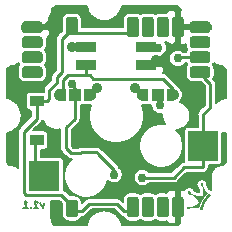
<source format=gbl>
G04 #@! TF.GenerationSoftware,KiCad,Pcbnew,5.1.5*
G04 #@! TF.CreationDate,2020-05-28T17:34:41+02:00*
G04 #@! TF.ProjectId,amoeba-king,616d6f65-6261-42d6-9b69-6e672e6b6963,rev?*
G04 #@! TF.SameCoordinates,Original*
G04 #@! TF.FileFunction,Copper,L2,Bot*
G04 #@! TF.FilePolarity,Positive*
%FSLAX46Y46*%
G04 Gerber Fmt 4.6, Leading zero omitted, Abs format (unit mm)*
G04 Created by KiCad (PCBNEW 5.1.5) date 2020-05-28 17:34:41*
%MOMM*%
%LPD*%
G04 APERTURE LIST*
%ADD10C,0.158750*%
%ADD11C,0.094155*%
%ADD12C,0.150000*%
%ADD13R,1.000000X1.000000*%
%ADD14R,2.550000X2.500000*%
%ADD15R,1.200000X0.900000*%
%ADD16R,1.800000X0.820000*%
%ADD17C,0.889000*%
%ADD18C,0.762000*%
%ADD19C,0.254000*%
%ADD20C,0.508000*%
%ADD21C,0.200000*%
G04 APERTURE END LIST*
D10*
X69312376Y-176051028D02*
X69214102Y-176474361D01*
X69009995Y-176051028D01*
X68488388Y-176474361D02*
X68851245Y-176474361D01*
X68669816Y-176474361D02*
X68590441Y-175839361D01*
X68662257Y-175930076D01*
X68730292Y-175990552D01*
X68794548Y-176020790D01*
X68208685Y-176413885D02*
X68182227Y-176444123D01*
X68216245Y-176474361D01*
X68242703Y-176444123D01*
X68208685Y-176413885D01*
X68216245Y-176474361D01*
X67581245Y-176474361D02*
X67944102Y-176474361D01*
X67762673Y-176474361D02*
X67683298Y-175839361D01*
X67755114Y-175930076D01*
X67823149Y-175990552D01*
X67887405Y-176020790D01*
D11*
G36*
X82799987Y-175855641D02*
G01*
X82814060Y-175831090D01*
X82828294Y-175806791D01*
X82842686Y-175782752D01*
X82857230Y-175758982D01*
X82871921Y-175735486D01*
X82886752Y-175712274D01*
X82901720Y-175689354D01*
X82916819Y-175666732D01*
X82932043Y-175644419D01*
X82947388Y-175622420D01*
X82962848Y-175600745D01*
X82978418Y-175579401D01*
X82994093Y-175558395D01*
X83009867Y-175537736D01*
X83025736Y-175517431D01*
X83041693Y-175497490D01*
X83057734Y-175477918D01*
X83073854Y-175458725D01*
X83090047Y-175439918D01*
X83106308Y-175421506D01*
X83122631Y-175403494D01*
X83139013Y-175385893D01*
X83155447Y-175368710D01*
X83171928Y-175351952D01*
X83188450Y-175335629D01*
X83205009Y-175319746D01*
X83221601Y-175304312D01*
X83238217Y-175289336D01*
X83254856Y-175274825D01*
X83271977Y-175293494D01*
X83288950Y-175310041D01*
X83306147Y-175324932D01*
X83323941Y-175338626D01*
X83342705Y-175351588D01*
X83326687Y-175366917D01*
X83310631Y-175382638D01*
X83294544Y-175398744D01*
X83278436Y-175415235D01*
X83262313Y-175432107D01*
X83246185Y-175449354D01*
X83230060Y-175466977D01*
X83213947Y-175484970D01*
X83197853Y-175503328D01*
X83181788Y-175522052D01*
X83165759Y-175541137D01*
X83149775Y-175560578D01*
X83133845Y-175580374D01*
X83117976Y-175600520D01*
X83102178Y-175621013D01*
X83086459Y-175641852D01*
X83070826Y-175663031D01*
X83055288Y-175684546D01*
X83039855Y-175706397D01*
X83024533Y-175728579D01*
X83009332Y-175751088D01*
X82994261Y-175773923D01*
X82979326Y-175797078D01*
X82964538Y-175820550D01*
X82949903Y-175844338D01*
X82935431Y-175868438D01*
X82921130Y-175892844D01*
X82907009Y-175917556D01*
X82893146Y-175942405D01*
X82879620Y-175967222D01*
X82866431Y-175992002D01*
X82853578Y-176016740D01*
X82841063Y-176041427D01*
X82828884Y-176066058D01*
X82817042Y-176090628D01*
X82805537Y-176115130D01*
X82794370Y-176139557D01*
X82783541Y-176163905D01*
X82773049Y-176188165D01*
X82762895Y-176212333D01*
X82753079Y-176236402D01*
X82743602Y-176260365D01*
X82734463Y-176284219D01*
X82725661Y-176307953D01*
X82717199Y-176331565D01*
X82709076Y-176355047D01*
X82701292Y-176378393D01*
X82693847Y-176401597D01*
X82686742Y-176424654D01*
X82679975Y-176447556D01*
X82673548Y-176470297D01*
X82667461Y-176492872D01*
X82661714Y-176515274D01*
X82656307Y-176537496D01*
X82651241Y-176559535D01*
X82646514Y-176581382D01*
X82627393Y-176572547D01*
X82607184Y-176564974D01*
X82585838Y-176558425D01*
X82563309Y-176552663D01*
X82539548Y-176547451D01*
X82543466Y-176525868D01*
X82547769Y-176504058D01*
X82552454Y-176482025D01*
X82557518Y-176459778D01*
X82562958Y-176437325D01*
X82568773Y-176414671D01*
X82574960Y-176391826D01*
X82581516Y-176368796D01*
X82588438Y-176345589D01*
X82595724Y-176322213D01*
X82603372Y-176298674D01*
X82611380Y-176274980D01*
X82619743Y-176251139D01*
X82628460Y-176227158D01*
X82637530Y-176203043D01*
X82646948Y-176178803D01*
X82656713Y-176154445D01*
X82666821Y-176129977D01*
X82677270Y-176105405D01*
X82688059Y-176080738D01*
X82699183Y-176055982D01*
X82710643Y-176031145D01*
X82722433Y-176006235D01*
X82734550Y-175981259D01*
X82746995Y-175956223D01*
X82759764Y-175931136D01*
X82772854Y-175906005D01*
X82786263Y-175880838D01*
X82799987Y-175855641D01*
G37*
X82799987Y-175855641D02*
X82814060Y-175831090D01*
X82828294Y-175806791D01*
X82842686Y-175782752D01*
X82857230Y-175758982D01*
X82871921Y-175735486D01*
X82886752Y-175712274D01*
X82901720Y-175689354D01*
X82916819Y-175666732D01*
X82932043Y-175644419D01*
X82947388Y-175622420D01*
X82962848Y-175600745D01*
X82978418Y-175579401D01*
X82994093Y-175558395D01*
X83009867Y-175537736D01*
X83025736Y-175517431D01*
X83041693Y-175497490D01*
X83057734Y-175477918D01*
X83073854Y-175458725D01*
X83090047Y-175439918D01*
X83106308Y-175421506D01*
X83122631Y-175403494D01*
X83139013Y-175385893D01*
X83155447Y-175368710D01*
X83171928Y-175351952D01*
X83188450Y-175335629D01*
X83205009Y-175319746D01*
X83221601Y-175304312D01*
X83238217Y-175289336D01*
X83254856Y-175274825D01*
X83271977Y-175293494D01*
X83288950Y-175310041D01*
X83306147Y-175324932D01*
X83323941Y-175338626D01*
X83342705Y-175351588D01*
X83326687Y-175366917D01*
X83310631Y-175382638D01*
X83294544Y-175398744D01*
X83278436Y-175415235D01*
X83262313Y-175432107D01*
X83246185Y-175449354D01*
X83230060Y-175466977D01*
X83213947Y-175484970D01*
X83197853Y-175503328D01*
X83181788Y-175522052D01*
X83165759Y-175541137D01*
X83149775Y-175560578D01*
X83133845Y-175580374D01*
X83117976Y-175600520D01*
X83102178Y-175621013D01*
X83086459Y-175641852D01*
X83070826Y-175663031D01*
X83055288Y-175684546D01*
X83039855Y-175706397D01*
X83024533Y-175728579D01*
X83009332Y-175751088D01*
X82994261Y-175773923D01*
X82979326Y-175797078D01*
X82964538Y-175820550D01*
X82949903Y-175844338D01*
X82935431Y-175868438D01*
X82921130Y-175892844D01*
X82907009Y-175917556D01*
X82893146Y-175942405D01*
X82879620Y-175967222D01*
X82866431Y-175992002D01*
X82853578Y-176016740D01*
X82841063Y-176041427D01*
X82828884Y-176066058D01*
X82817042Y-176090628D01*
X82805537Y-176115130D01*
X82794370Y-176139557D01*
X82783541Y-176163905D01*
X82773049Y-176188165D01*
X82762895Y-176212333D01*
X82753079Y-176236402D01*
X82743602Y-176260365D01*
X82734463Y-176284219D01*
X82725661Y-176307953D01*
X82717199Y-176331565D01*
X82709076Y-176355047D01*
X82701292Y-176378393D01*
X82693847Y-176401597D01*
X82686742Y-176424654D01*
X82679975Y-176447556D01*
X82673548Y-176470297D01*
X82667461Y-176492872D01*
X82661714Y-176515274D01*
X82656307Y-176537496D01*
X82651241Y-176559535D01*
X82646514Y-176581382D01*
X82627393Y-176572547D01*
X82607184Y-176564974D01*
X82585838Y-176558425D01*
X82563309Y-176552663D01*
X82539548Y-176547451D01*
X82543466Y-176525868D01*
X82547769Y-176504058D01*
X82552454Y-176482025D01*
X82557518Y-176459778D01*
X82562958Y-176437325D01*
X82568773Y-176414671D01*
X82574960Y-176391826D01*
X82581516Y-176368796D01*
X82588438Y-176345589D01*
X82595724Y-176322213D01*
X82603372Y-176298674D01*
X82611380Y-176274980D01*
X82619743Y-176251139D01*
X82628460Y-176227158D01*
X82637530Y-176203043D01*
X82646948Y-176178803D01*
X82656713Y-176154445D01*
X82666821Y-176129977D01*
X82677270Y-176105405D01*
X82688059Y-176080738D01*
X82699183Y-176055982D01*
X82710643Y-176031145D01*
X82722433Y-176006235D01*
X82734550Y-175981259D01*
X82746995Y-175956223D01*
X82759764Y-175931136D01*
X82772854Y-175906005D01*
X82786263Y-175880838D01*
X82799987Y-175855641D01*
D12*
G36*
X81496304Y-175107700D02*
G01*
X81509757Y-175088187D01*
X81525716Y-175071516D01*
X81543776Y-175057803D01*
X81563530Y-175047159D01*
X81584573Y-175039698D01*
X81606500Y-175035533D01*
X81628904Y-175034778D01*
X81651379Y-175037546D01*
X81673521Y-175043949D01*
X81694924Y-175054102D01*
X81714523Y-175067699D01*
X81731057Y-175083842D01*
X81744454Y-175102113D01*
X81754645Y-175122099D01*
X81761558Y-175143383D01*
X81765121Y-175165551D01*
X81765267Y-175188186D01*
X81761923Y-175210875D01*
X81755019Y-175233201D01*
X81780417Y-175245007D01*
X81806119Y-175256889D01*
X81832093Y-175268812D01*
X81858309Y-175280749D01*
X81884734Y-175292669D01*
X81911338Y-175304540D01*
X81938088Y-175316332D01*
X81964955Y-175328014D01*
X81991906Y-175339556D01*
X82018911Y-175350926D01*
X82045936Y-175362095D01*
X82072953Y-175373032D01*
X82099929Y-175383706D01*
X82126832Y-175394085D01*
X82153633Y-175404141D01*
X82180298Y-175413841D01*
X82206798Y-175423156D01*
X82233100Y-175432055D01*
X82259173Y-175440506D01*
X82284987Y-175448480D01*
X82310508Y-175455945D01*
X82335708Y-175462872D01*
X82360554Y-175469228D01*
X82385013Y-175474985D01*
X82409056Y-175480110D01*
X82432653Y-175484575D01*
X82455769Y-175488346D01*
X82478374Y-175491394D01*
X82500438Y-175493689D01*
X82521929Y-175495200D01*
X82542815Y-175495896D01*
X82563065Y-175495746D01*
X82582647Y-175494720D01*
X82601532Y-175492788D01*
X82619687Y-175489918D01*
X82637080Y-175486079D01*
X82653681Y-175481242D01*
X82669458Y-175475374D01*
X82684381Y-175468447D01*
X82698416Y-175460429D01*
X82711534Y-175451289D01*
X82725326Y-175439606D01*
X82737890Y-175426366D01*
X82749268Y-175411649D01*
X82759499Y-175395531D01*
X82768624Y-175378090D01*
X82776685Y-175359404D01*
X82783720Y-175339550D01*
X82789771Y-175318605D01*
X82794878Y-175296646D01*
X82799081Y-175273752D01*
X82802421Y-175249999D01*
X82804939Y-175225465D01*
X82806674Y-175200228D01*
X82807668Y-175174365D01*
X82807961Y-175147953D01*
X82807592Y-175121071D01*
X82806604Y-175093795D01*
X82805035Y-175066203D01*
X82802927Y-175038372D01*
X82800320Y-175010379D01*
X82797254Y-174982304D01*
X82793771Y-174954222D01*
X82789910Y-174926212D01*
X82785711Y-174898350D01*
X82781216Y-174870713D01*
X82776465Y-174843381D01*
X82771497Y-174816429D01*
X82766354Y-174789937D01*
X82761076Y-174763980D01*
X82755704Y-174738637D01*
X82750279Y-174713984D01*
X82744839Y-174690100D01*
X82739426Y-174667062D01*
X82734081Y-174644947D01*
X82728843Y-174623833D01*
X82723753Y-174603797D01*
X82718853Y-174584918D01*
X82697827Y-174588695D01*
X82676401Y-174588778D01*
X82655156Y-174584625D01*
X82634671Y-174575697D01*
X82616187Y-174562401D01*
X82601154Y-174546190D01*
X82589746Y-174527682D01*
X82582139Y-174507494D01*
X82578504Y-174486240D01*
X82579016Y-174464538D01*
X82583849Y-174443005D01*
X82593178Y-174422255D01*
X82606493Y-174403784D01*
X82622755Y-174388780D01*
X82641334Y-174377414D01*
X82661606Y-174369853D01*
X82682940Y-174366266D01*
X82704714Y-174366818D01*
X82726299Y-174371681D01*
X82747067Y-174381022D01*
X82765520Y-174394326D01*
X82780472Y-174410557D01*
X82791767Y-174429097D01*
X82799246Y-174449319D01*
X82802751Y-174470608D01*
X82802126Y-174492340D01*
X82797212Y-174513895D01*
X82787854Y-174534652D01*
X82777654Y-174553145D01*
X82766461Y-174563914D01*
X82751791Y-174572308D01*
X82958213Y-174940314D01*
X82975843Y-174968227D01*
X82993373Y-174994814D01*
X83010793Y-175020087D01*
X83028089Y-175044061D01*
X83045253Y-175066750D01*
X83062273Y-175088168D01*
X83079138Y-175108330D01*
X83095838Y-175127251D01*
X83112364Y-175144944D01*
X83128701Y-175161424D01*
X83144841Y-175176705D01*
X83160773Y-175190802D01*
X83176486Y-175203728D01*
X83191969Y-175215498D01*
X83175507Y-175231091D01*
X83159015Y-175247082D01*
X83142503Y-175263464D01*
X83125979Y-175280234D01*
X83109451Y-175297388D01*
X83092929Y-175314922D01*
X83076421Y-175332831D01*
X83059938Y-175351111D01*
X83043485Y-175369758D01*
X83027073Y-175388768D01*
X83010711Y-175408136D01*
X82994408Y-175427858D01*
X82978172Y-175447930D01*
X82962012Y-175468346D01*
X82945936Y-175489104D01*
X82929955Y-175510200D01*
X82914075Y-175531628D01*
X82898308Y-175553384D01*
X82882660Y-175575464D01*
X82867141Y-175597865D01*
X82851760Y-175620581D01*
X82836526Y-175643608D01*
X82821446Y-175666942D01*
X82806532Y-175690579D01*
X82791790Y-175714514D01*
X82777230Y-175738745D01*
X82762860Y-175763265D01*
X82748691Y-175788070D01*
X82734729Y-175813157D01*
X82720471Y-175838485D01*
X82706562Y-175863773D01*
X82693002Y-175889020D01*
X82679791Y-175914219D01*
X82666924Y-175939365D01*
X82654404Y-175964453D01*
X82642228Y-175989476D01*
X82630394Y-176014432D01*
X82618904Y-176039313D01*
X82607755Y-176064115D01*
X82596945Y-176088834D01*
X82586475Y-176113463D01*
X82576343Y-176137997D01*
X82566546Y-176162431D01*
X82557086Y-176186759D01*
X82547962Y-176210978D01*
X82539171Y-176235082D01*
X82530713Y-176259064D01*
X82522586Y-176282920D01*
X82514789Y-176306646D01*
X82507323Y-176330235D01*
X82500185Y-176353682D01*
X82493373Y-176376983D01*
X82486889Y-176400131D01*
X82480730Y-176423123D01*
X82474894Y-176445952D01*
X82469383Y-176468613D01*
X82464194Y-176491102D01*
X82459325Y-176513413D01*
X82440832Y-176506452D01*
X82421472Y-176499708D01*
X82401200Y-176493241D01*
X82379963Y-176487110D01*
X82357714Y-176481374D01*
X82334403Y-176476093D01*
X82309983Y-176471327D01*
X82284404Y-176467133D01*
X82257615Y-176463573D01*
X82229569Y-176460706D01*
X82200218Y-176458590D01*
X82169511Y-176457285D01*
X82137399Y-176456851D01*
X82103834Y-176457347D01*
X81675846Y-176459672D01*
X81674679Y-176477664D01*
X81671309Y-176495727D01*
X81664328Y-176512693D01*
X81651032Y-176531177D01*
X81634821Y-176546209D01*
X81616314Y-176557617D01*
X81596125Y-176565225D01*
X81574871Y-176568860D01*
X81553169Y-176568348D01*
X81531636Y-176563515D01*
X81510887Y-176554186D01*
X81492415Y-176540870D01*
X81477411Y-176524609D01*
X81466046Y-176506029D01*
X81458485Y-176485759D01*
X81454897Y-176464423D01*
X81455450Y-176442649D01*
X81460313Y-176421065D01*
X81469653Y-176400297D01*
X81482957Y-176381843D01*
X81499189Y-176366891D01*
X81517728Y-176355597D01*
X81537952Y-176348118D01*
X81559240Y-176344612D01*
X81580971Y-176345238D01*
X81602527Y-176350151D01*
X81623283Y-176359510D01*
X81639692Y-176372166D01*
X81653535Y-176388695D01*
X81664723Y-176407528D01*
X81673170Y-176427099D01*
X81691346Y-176421767D01*
X81710664Y-176415997D01*
X81731034Y-176409792D01*
X81752366Y-176403157D01*
X81774573Y-176396096D01*
X81797563Y-176388616D01*
X81821248Y-176380718D01*
X81845538Y-176372409D01*
X81870345Y-176363694D01*
X81895578Y-176354575D01*
X81921148Y-176345059D01*
X81946966Y-176335150D01*
X81972942Y-176324853D01*
X81998987Y-176314172D01*
X82025011Y-176303111D01*
X82050925Y-176291676D01*
X82076641Y-176279870D01*
X82102068Y-176267700D01*
X82127116Y-176255170D01*
X82151697Y-176242281D01*
X82175721Y-176229043D01*
X82199099Y-176215458D01*
X82221740Y-176201529D01*
X82243557Y-176187263D01*
X82264460Y-176172664D01*
X82284359Y-176157737D01*
X82303164Y-176142486D01*
X82320786Y-176126916D01*
X82337137Y-176111031D01*
X82352126Y-176094836D01*
X82365663Y-176078336D01*
X82377660Y-176061534D01*
X82388029Y-176044437D01*
X82396677Y-176027048D01*
X82403517Y-176009373D01*
X82408459Y-175991415D01*
X82411414Y-175973179D01*
X82401421Y-175950293D01*
X82390761Y-175927706D01*
X82379455Y-175905415D01*
X82367527Y-175883415D01*
X82354999Y-175861706D01*
X82341891Y-175840280D01*
X82328226Y-175819138D01*
X82314028Y-175798276D01*
X82299317Y-175777690D01*
X82284116Y-175757378D01*
X82268447Y-175737334D01*
X82252333Y-175717559D01*
X82235795Y-175698047D01*
X82218855Y-175678795D01*
X82201537Y-175659801D01*
X82183861Y-175641061D01*
X82165850Y-175622571D01*
X82147526Y-175604330D01*
X82128912Y-175586333D01*
X82110029Y-175568578D01*
X82090900Y-175551061D01*
X82071547Y-175533779D01*
X82051992Y-175516729D01*
X82032257Y-175499908D01*
X82012364Y-175483313D01*
X81992336Y-175466941D01*
X81972195Y-175450787D01*
X81951962Y-175434849D01*
X81931659Y-175419124D01*
X81911311Y-175403609D01*
X81890937Y-175388302D01*
X81870561Y-175373197D01*
X81850205Y-175358292D01*
X81829890Y-175343585D01*
X81809638Y-175329071D01*
X81789473Y-175314748D01*
X81769416Y-175300613D01*
X81749490Y-175286662D01*
X81729716Y-175272892D01*
X81713992Y-175291859D01*
X81702220Y-175303486D01*
X81686399Y-175313222D01*
X81667293Y-175320614D01*
X81645665Y-175325209D01*
X81622278Y-175326549D01*
X81597895Y-175324183D01*
X81573281Y-175317655D01*
X81549197Y-175306509D01*
X81529703Y-175293050D01*
X81513086Y-175277077D01*
X81499452Y-175258996D01*
X81488903Y-175239216D01*
X81481547Y-175218145D01*
X81477487Y-175196191D01*
X81476827Y-175173761D01*
X81479674Y-175151264D01*
X81486131Y-175129107D01*
X81496304Y-175107700D01*
G37*
D13*
X71947400Y-166878000D03*
G04 #@! TA.AperFunction,SMDPad,CuDef*
D12*
G36*
X73227400Y-166378602D02*
G01*
X73251934Y-166378602D01*
X73300765Y-166383412D01*
X73348890Y-166392984D01*
X73395845Y-166407228D01*
X73441178Y-166426005D01*
X73484451Y-166449136D01*
X73525250Y-166476396D01*
X73563179Y-166507524D01*
X73597876Y-166542221D01*
X73629004Y-166580150D01*
X73656264Y-166620949D01*
X73679395Y-166664222D01*
X73698172Y-166709555D01*
X73712416Y-166756510D01*
X73721988Y-166804635D01*
X73726798Y-166853466D01*
X73726798Y-166902534D01*
X73721988Y-166951365D01*
X73712416Y-166999490D01*
X73698172Y-167046445D01*
X73679395Y-167091778D01*
X73656264Y-167135051D01*
X73629004Y-167175850D01*
X73597876Y-167213779D01*
X73563179Y-167248476D01*
X73525250Y-167279604D01*
X73484451Y-167306864D01*
X73441178Y-167329995D01*
X73395845Y-167348772D01*
X73348890Y-167363016D01*
X73300765Y-167372588D01*
X73251934Y-167377398D01*
X73227400Y-167377398D01*
X73227400Y-167378000D01*
X72727400Y-167378000D01*
X72727400Y-166378000D01*
X73227400Y-166378000D01*
X73227400Y-166378602D01*
G37*
G04 #@! TD.AperFunction*
G04 #@! TA.AperFunction,SMDPad,CuDef*
G36*
X71167400Y-167378000D02*
G01*
X70667400Y-167378000D01*
X70667400Y-167377398D01*
X70642866Y-167377398D01*
X70594035Y-167372588D01*
X70545910Y-167363016D01*
X70498955Y-167348772D01*
X70453622Y-167329995D01*
X70410349Y-167306864D01*
X70369550Y-167279604D01*
X70331621Y-167248476D01*
X70296924Y-167213779D01*
X70265796Y-167175850D01*
X70238536Y-167135051D01*
X70215405Y-167091778D01*
X70196628Y-167046445D01*
X70182384Y-166999490D01*
X70172812Y-166951365D01*
X70168002Y-166902534D01*
X70168002Y-166853466D01*
X70172812Y-166804635D01*
X70182384Y-166756510D01*
X70196628Y-166709555D01*
X70215405Y-166664222D01*
X70238536Y-166620949D01*
X70265796Y-166580150D01*
X70296924Y-166542221D01*
X70331621Y-166507524D01*
X70369550Y-166476396D01*
X70410349Y-166449136D01*
X70453622Y-166426005D01*
X70498955Y-166407228D01*
X70545910Y-166392984D01*
X70594035Y-166383412D01*
X70642866Y-166378602D01*
X70667400Y-166378602D01*
X70667400Y-166378000D01*
X71167400Y-166378000D01*
X71167400Y-167378000D01*
G37*
G04 #@! TD.AperFunction*
D13*
X78943200Y-166878000D03*
G04 #@! TA.AperFunction,SMDPad,CuDef*
D12*
G36*
X80223200Y-166378602D02*
G01*
X80247734Y-166378602D01*
X80296565Y-166383412D01*
X80344690Y-166392984D01*
X80391645Y-166407228D01*
X80436978Y-166426005D01*
X80480251Y-166449136D01*
X80521050Y-166476396D01*
X80558979Y-166507524D01*
X80593676Y-166542221D01*
X80624804Y-166580150D01*
X80652064Y-166620949D01*
X80675195Y-166664222D01*
X80693972Y-166709555D01*
X80708216Y-166756510D01*
X80717788Y-166804635D01*
X80722598Y-166853466D01*
X80722598Y-166902534D01*
X80717788Y-166951365D01*
X80708216Y-166999490D01*
X80693972Y-167046445D01*
X80675195Y-167091778D01*
X80652064Y-167135051D01*
X80624804Y-167175850D01*
X80593676Y-167213779D01*
X80558979Y-167248476D01*
X80521050Y-167279604D01*
X80480251Y-167306864D01*
X80436978Y-167329995D01*
X80391645Y-167348772D01*
X80344690Y-167363016D01*
X80296565Y-167372588D01*
X80247734Y-167377398D01*
X80223200Y-167377398D01*
X80223200Y-167378000D01*
X79723200Y-167378000D01*
X79723200Y-166378000D01*
X80223200Y-166378000D01*
X80223200Y-166378602D01*
G37*
G04 #@! TD.AperFunction*
G04 #@! TA.AperFunction,SMDPad,CuDef*
G36*
X78163200Y-167378000D02*
G01*
X77663200Y-167378000D01*
X77663200Y-167377398D01*
X77638666Y-167377398D01*
X77589835Y-167372588D01*
X77541710Y-167363016D01*
X77494755Y-167348772D01*
X77449422Y-167329995D01*
X77406149Y-167306864D01*
X77365350Y-167279604D01*
X77327421Y-167248476D01*
X77292724Y-167213779D01*
X77261596Y-167175850D01*
X77234336Y-167135051D01*
X77211205Y-167091778D01*
X77192428Y-167046445D01*
X77178184Y-166999490D01*
X77168612Y-166951365D01*
X77163802Y-166902534D01*
X77163802Y-166853466D01*
X77168612Y-166804635D01*
X77178184Y-166756510D01*
X77192428Y-166709555D01*
X77211205Y-166664222D01*
X77234336Y-166620949D01*
X77261596Y-166580150D01*
X77292724Y-166542221D01*
X77327421Y-166507524D01*
X77365350Y-166476396D01*
X77406149Y-166449136D01*
X77449422Y-166426005D01*
X77494755Y-166407228D01*
X77541710Y-166392984D01*
X77589835Y-166383412D01*
X77638666Y-166378602D01*
X77663200Y-166378602D01*
X77663200Y-166378000D01*
X78163200Y-166378000D01*
X78163200Y-167378000D01*
G37*
G04 #@! TD.AperFunction*
G04 #@! TA.AperFunction,ComponentPad*
G36*
X68219504Y-160664204D02*
G01*
X68243773Y-160667804D01*
X68267571Y-160673765D01*
X68290671Y-160682030D01*
X68312849Y-160692520D01*
X68333893Y-160705133D01*
X68353598Y-160719747D01*
X68371777Y-160736223D01*
X68388253Y-160754402D01*
X68402867Y-160774107D01*
X68415480Y-160795151D01*
X68425970Y-160817329D01*
X68434235Y-160840429D01*
X68440196Y-160864227D01*
X68443796Y-160888496D01*
X68445000Y-160913000D01*
X68445000Y-161413000D01*
X68443796Y-161437504D01*
X68440196Y-161461773D01*
X68434235Y-161485571D01*
X68425970Y-161508671D01*
X68415480Y-161530849D01*
X68402867Y-161551893D01*
X68388253Y-161571598D01*
X68371777Y-161589777D01*
X68353598Y-161606253D01*
X68333893Y-161620867D01*
X68312849Y-161633480D01*
X68290671Y-161643970D01*
X68267571Y-161652235D01*
X68243773Y-161658196D01*
X68219504Y-161661796D01*
X68195000Y-161663000D01*
X67695000Y-161663000D01*
X67670496Y-161661796D01*
X67646227Y-161658196D01*
X67622429Y-161652235D01*
X67599329Y-161643970D01*
X67577151Y-161633480D01*
X67556107Y-161620867D01*
X67536402Y-161606253D01*
X67518223Y-161589777D01*
X67501747Y-161571598D01*
X67487133Y-161551893D01*
X67474520Y-161530849D01*
X67464030Y-161508671D01*
X67455765Y-161485571D01*
X67449804Y-161461773D01*
X67446204Y-161437504D01*
X67445000Y-161413000D01*
X67445000Y-160913000D01*
X67446204Y-160888496D01*
X67449804Y-160864227D01*
X67455765Y-160840429D01*
X67464030Y-160817329D01*
X67474520Y-160795151D01*
X67487133Y-160774107D01*
X67501747Y-160754402D01*
X67518223Y-160736223D01*
X67536402Y-160719747D01*
X67556107Y-160705133D01*
X67577151Y-160692520D01*
X67599329Y-160682030D01*
X67622429Y-160673765D01*
X67646227Y-160667804D01*
X67670496Y-160664204D01*
X67695000Y-160663000D01*
X68195000Y-160663000D01*
X68219504Y-160664204D01*
G37*
G04 #@! TD.AperFunction*
G04 #@! TA.AperFunction,ComponentPad*
G36*
X68219504Y-161934204D02*
G01*
X68243773Y-161937804D01*
X68267571Y-161943765D01*
X68290671Y-161952030D01*
X68312849Y-161962520D01*
X68333893Y-161975133D01*
X68353598Y-161989747D01*
X68371777Y-162006223D01*
X68388253Y-162024402D01*
X68402867Y-162044107D01*
X68415480Y-162065151D01*
X68425970Y-162087329D01*
X68434235Y-162110429D01*
X68440196Y-162134227D01*
X68443796Y-162158496D01*
X68445000Y-162183000D01*
X68445000Y-162683000D01*
X68443796Y-162707504D01*
X68440196Y-162731773D01*
X68434235Y-162755571D01*
X68425970Y-162778671D01*
X68415480Y-162800849D01*
X68402867Y-162821893D01*
X68388253Y-162841598D01*
X68371777Y-162859777D01*
X68353598Y-162876253D01*
X68333893Y-162890867D01*
X68312849Y-162903480D01*
X68290671Y-162913970D01*
X68267571Y-162922235D01*
X68243773Y-162928196D01*
X68219504Y-162931796D01*
X68195000Y-162933000D01*
X67695000Y-162933000D01*
X67670496Y-162931796D01*
X67646227Y-162928196D01*
X67622429Y-162922235D01*
X67599329Y-162913970D01*
X67577151Y-162903480D01*
X67556107Y-162890867D01*
X67536402Y-162876253D01*
X67518223Y-162859777D01*
X67501747Y-162841598D01*
X67487133Y-162821893D01*
X67474520Y-162800849D01*
X67464030Y-162778671D01*
X67455765Y-162755571D01*
X67449804Y-162731773D01*
X67446204Y-162707504D01*
X67445000Y-162683000D01*
X67445000Y-162183000D01*
X67446204Y-162158496D01*
X67449804Y-162134227D01*
X67455765Y-162110429D01*
X67464030Y-162087329D01*
X67474520Y-162065151D01*
X67487133Y-162044107D01*
X67501747Y-162024402D01*
X67518223Y-162006223D01*
X67536402Y-161989747D01*
X67556107Y-161975133D01*
X67577151Y-161962520D01*
X67599329Y-161952030D01*
X67622429Y-161943765D01*
X67646227Y-161937804D01*
X67670496Y-161934204D01*
X67695000Y-161933000D01*
X68195000Y-161933000D01*
X68219504Y-161934204D01*
G37*
G04 #@! TD.AperFunction*
G04 #@! TA.AperFunction,ComponentPad*
G36*
X68219504Y-163204204D02*
G01*
X68243773Y-163207804D01*
X68267571Y-163213765D01*
X68290671Y-163222030D01*
X68312849Y-163232520D01*
X68333893Y-163245133D01*
X68353598Y-163259747D01*
X68371777Y-163276223D01*
X68388253Y-163294402D01*
X68402867Y-163314107D01*
X68415480Y-163335151D01*
X68425970Y-163357329D01*
X68434235Y-163380429D01*
X68440196Y-163404227D01*
X68443796Y-163428496D01*
X68445000Y-163453000D01*
X68445000Y-163953000D01*
X68443796Y-163977504D01*
X68440196Y-164001773D01*
X68434235Y-164025571D01*
X68425970Y-164048671D01*
X68415480Y-164070849D01*
X68402867Y-164091893D01*
X68388253Y-164111598D01*
X68371777Y-164129777D01*
X68353598Y-164146253D01*
X68333893Y-164160867D01*
X68312849Y-164173480D01*
X68290671Y-164183970D01*
X68267571Y-164192235D01*
X68243773Y-164198196D01*
X68219504Y-164201796D01*
X68195000Y-164203000D01*
X67695000Y-164203000D01*
X67670496Y-164201796D01*
X67646227Y-164198196D01*
X67622429Y-164192235D01*
X67599329Y-164183970D01*
X67577151Y-164173480D01*
X67556107Y-164160867D01*
X67536402Y-164146253D01*
X67518223Y-164129777D01*
X67501747Y-164111598D01*
X67487133Y-164091893D01*
X67474520Y-164070849D01*
X67464030Y-164048671D01*
X67455765Y-164025571D01*
X67449804Y-164001773D01*
X67446204Y-163977504D01*
X67445000Y-163953000D01*
X67445000Y-163453000D01*
X67446204Y-163428496D01*
X67449804Y-163404227D01*
X67455765Y-163380429D01*
X67464030Y-163357329D01*
X67474520Y-163335151D01*
X67487133Y-163314107D01*
X67501747Y-163294402D01*
X67518223Y-163276223D01*
X67536402Y-163259747D01*
X67556107Y-163245133D01*
X67577151Y-163232520D01*
X67599329Y-163222030D01*
X67622429Y-163213765D01*
X67646227Y-163207804D01*
X67670496Y-163204204D01*
X67695000Y-163203000D01*
X68195000Y-163203000D01*
X68219504Y-163204204D01*
G37*
G04 #@! TD.AperFunction*
G04 #@! TA.AperFunction,ComponentPad*
G36*
X68219504Y-164474204D02*
G01*
X68243773Y-164477804D01*
X68267571Y-164483765D01*
X68290671Y-164492030D01*
X68312849Y-164502520D01*
X68333893Y-164515133D01*
X68353598Y-164529747D01*
X68371777Y-164546223D01*
X68388253Y-164564402D01*
X68402867Y-164584107D01*
X68415480Y-164605151D01*
X68425970Y-164627329D01*
X68434235Y-164650429D01*
X68440196Y-164674227D01*
X68443796Y-164698496D01*
X68445000Y-164723000D01*
X68445000Y-165223000D01*
X68443796Y-165247504D01*
X68440196Y-165271773D01*
X68434235Y-165295571D01*
X68425970Y-165318671D01*
X68415480Y-165340849D01*
X68402867Y-165361893D01*
X68388253Y-165381598D01*
X68371777Y-165399777D01*
X68353598Y-165416253D01*
X68333893Y-165430867D01*
X68312849Y-165443480D01*
X68290671Y-165453970D01*
X68267571Y-165462235D01*
X68243773Y-165468196D01*
X68219504Y-165471796D01*
X68195000Y-165473000D01*
X67695000Y-165473000D01*
X67670496Y-165471796D01*
X67646227Y-165468196D01*
X67622429Y-165462235D01*
X67599329Y-165453970D01*
X67577151Y-165443480D01*
X67556107Y-165430867D01*
X67536402Y-165416253D01*
X67518223Y-165399777D01*
X67501747Y-165381598D01*
X67487133Y-165361893D01*
X67474520Y-165340849D01*
X67464030Y-165318671D01*
X67455765Y-165295571D01*
X67449804Y-165271773D01*
X67446204Y-165247504D01*
X67445000Y-165223000D01*
X67445000Y-164723000D01*
X67446204Y-164698496D01*
X67449804Y-164674227D01*
X67455765Y-164650429D01*
X67464030Y-164627329D01*
X67474520Y-164605151D01*
X67487133Y-164584107D01*
X67501747Y-164564402D01*
X67518223Y-164546223D01*
X67536402Y-164529747D01*
X67556107Y-164515133D01*
X67577151Y-164502520D01*
X67599329Y-164492030D01*
X67622429Y-164483765D01*
X67646227Y-164477804D01*
X67670496Y-164474204D01*
X67695000Y-164473000D01*
X68195000Y-164473000D01*
X68219504Y-164474204D01*
G37*
G04 #@! TD.AperFunction*
G04 #@! TA.AperFunction,SMDPad,CuDef*
G36*
X68969504Y-160664204D02*
G01*
X68993773Y-160667804D01*
X69017571Y-160673765D01*
X69040671Y-160682030D01*
X69062849Y-160692520D01*
X69083893Y-160705133D01*
X69103598Y-160719747D01*
X69121777Y-160736223D01*
X69138253Y-160754402D01*
X69152867Y-160774107D01*
X69165480Y-160795151D01*
X69175970Y-160817329D01*
X69184235Y-160840429D01*
X69190196Y-160864227D01*
X69193796Y-160888496D01*
X69195000Y-160913000D01*
X69195000Y-161413000D01*
X69193796Y-161437504D01*
X69190196Y-161461773D01*
X69184235Y-161485571D01*
X69175970Y-161508671D01*
X69165480Y-161530849D01*
X69152867Y-161551893D01*
X69138253Y-161571598D01*
X69121777Y-161589777D01*
X69103598Y-161606253D01*
X69083893Y-161620867D01*
X69062849Y-161633480D01*
X69040671Y-161643970D01*
X69017571Y-161652235D01*
X68993773Y-161658196D01*
X68969504Y-161661796D01*
X68945000Y-161663000D01*
X67695000Y-161663000D01*
X67670496Y-161661796D01*
X67646227Y-161658196D01*
X67622429Y-161652235D01*
X67599329Y-161643970D01*
X67577151Y-161633480D01*
X67556107Y-161620867D01*
X67536402Y-161606253D01*
X67518223Y-161589777D01*
X67501747Y-161571598D01*
X67487133Y-161551893D01*
X67474520Y-161530849D01*
X67464030Y-161508671D01*
X67455765Y-161485571D01*
X67449804Y-161461773D01*
X67446204Y-161437504D01*
X67445000Y-161413000D01*
X67445000Y-160913000D01*
X67446204Y-160888496D01*
X67449804Y-160864227D01*
X67455765Y-160840429D01*
X67464030Y-160817329D01*
X67474520Y-160795151D01*
X67487133Y-160774107D01*
X67501747Y-160754402D01*
X67518223Y-160736223D01*
X67536402Y-160719747D01*
X67556107Y-160705133D01*
X67577151Y-160692520D01*
X67599329Y-160682030D01*
X67622429Y-160673765D01*
X67646227Y-160667804D01*
X67670496Y-160664204D01*
X67695000Y-160663000D01*
X68945000Y-160663000D01*
X68969504Y-160664204D01*
G37*
G04 #@! TD.AperFunction*
G04 #@! TA.AperFunction,SMDPad,CuDef*
G36*
X68969504Y-161934204D02*
G01*
X68993773Y-161937804D01*
X69017571Y-161943765D01*
X69040671Y-161952030D01*
X69062849Y-161962520D01*
X69083893Y-161975133D01*
X69103598Y-161989747D01*
X69121777Y-162006223D01*
X69138253Y-162024402D01*
X69152867Y-162044107D01*
X69165480Y-162065151D01*
X69175970Y-162087329D01*
X69184235Y-162110429D01*
X69190196Y-162134227D01*
X69193796Y-162158496D01*
X69195000Y-162183000D01*
X69195000Y-162683000D01*
X69193796Y-162707504D01*
X69190196Y-162731773D01*
X69184235Y-162755571D01*
X69175970Y-162778671D01*
X69165480Y-162800849D01*
X69152867Y-162821893D01*
X69138253Y-162841598D01*
X69121777Y-162859777D01*
X69103598Y-162876253D01*
X69083893Y-162890867D01*
X69062849Y-162903480D01*
X69040671Y-162913970D01*
X69017571Y-162922235D01*
X68993773Y-162928196D01*
X68969504Y-162931796D01*
X68945000Y-162933000D01*
X67695000Y-162933000D01*
X67670496Y-162931796D01*
X67646227Y-162928196D01*
X67622429Y-162922235D01*
X67599329Y-162913970D01*
X67577151Y-162903480D01*
X67556107Y-162890867D01*
X67536402Y-162876253D01*
X67518223Y-162859777D01*
X67501747Y-162841598D01*
X67487133Y-162821893D01*
X67474520Y-162800849D01*
X67464030Y-162778671D01*
X67455765Y-162755571D01*
X67449804Y-162731773D01*
X67446204Y-162707504D01*
X67445000Y-162683000D01*
X67445000Y-162183000D01*
X67446204Y-162158496D01*
X67449804Y-162134227D01*
X67455765Y-162110429D01*
X67464030Y-162087329D01*
X67474520Y-162065151D01*
X67487133Y-162044107D01*
X67501747Y-162024402D01*
X67518223Y-162006223D01*
X67536402Y-161989747D01*
X67556107Y-161975133D01*
X67577151Y-161962520D01*
X67599329Y-161952030D01*
X67622429Y-161943765D01*
X67646227Y-161937804D01*
X67670496Y-161934204D01*
X67695000Y-161933000D01*
X68945000Y-161933000D01*
X68969504Y-161934204D01*
G37*
G04 #@! TD.AperFunction*
G04 #@! TA.AperFunction,SMDPad,CuDef*
G36*
X68969504Y-163204204D02*
G01*
X68993773Y-163207804D01*
X69017571Y-163213765D01*
X69040671Y-163222030D01*
X69062849Y-163232520D01*
X69083893Y-163245133D01*
X69103598Y-163259747D01*
X69121777Y-163276223D01*
X69138253Y-163294402D01*
X69152867Y-163314107D01*
X69165480Y-163335151D01*
X69175970Y-163357329D01*
X69184235Y-163380429D01*
X69190196Y-163404227D01*
X69193796Y-163428496D01*
X69195000Y-163453000D01*
X69195000Y-163953000D01*
X69193796Y-163977504D01*
X69190196Y-164001773D01*
X69184235Y-164025571D01*
X69175970Y-164048671D01*
X69165480Y-164070849D01*
X69152867Y-164091893D01*
X69138253Y-164111598D01*
X69121777Y-164129777D01*
X69103598Y-164146253D01*
X69083893Y-164160867D01*
X69062849Y-164173480D01*
X69040671Y-164183970D01*
X69017571Y-164192235D01*
X68993773Y-164198196D01*
X68969504Y-164201796D01*
X68945000Y-164203000D01*
X67695000Y-164203000D01*
X67670496Y-164201796D01*
X67646227Y-164198196D01*
X67622429Y-164192235D01*
X67599329Y-164183970D01*
X67577151Y-164173480D01*
X67556107Y-164160867D01*
X67536402Y-164146253D01*
X67518223Y-164129777D01*
X67501747Y-164111598D01*
X67487133Y-164091893D01*
X67474520Y-164070849D01*
X67464030Y-164048671D01*
X67455765Y-164025571D01*
X67449804Y-164001773D01*
X67446204Y-163977504D01*
X67445000Y-163953000D01*
X67445000Y-163453000D01*
X67446204Y-163428496D01*
X67449804Y-163404227D01*
X67455765Y-163380429D01*
X67464030Y-163357329D01*
X67474520Y-163335151D01*
X67487133Y-163314107D01*
X67501747Y-163294402D01*
X67518223Y-163276223D01*
X67536402Y-163259747D01*
X67556107Y-163245133D01*
X67577151Y-163232520D01*
X67599329Y-163222030D01*
X67622429Y-163213765D01*
X67646227Y-163207804D01*
X67670496Y-163204204D01*
X67695000Y-163203000D01*
X68945000Y-163203000D01*
X68969504Y-163204204D01*
G37*
G04 #@! TD.AperFunction*
G04 #@! TA.AperFunction,SMDPad,CuDef*
G36*
X68969504Y-164474204D02*
G01*
X68993773Y-164477804D01*
X69017571Y-164483765D01*
X69040671Y-164492030D01*
X69062849Y-164502520D01*
X69083893Y-164515133D01*
X69103598Y-164529747D01*
X69121777Y-164546223D01*
X69138253Y-164564402D01*
X69152867Y-164584107D01*
X69165480Y-164605151D01*
X69175970Y-164627329D01*
X69184235Y-164650429D01*
X69190196Y-164674227D01*
X69193796Y-164698496D01*
X69195000Y-164723000D01*
X69195000Y-165223000D01*
X69193796Y-165247504D01*
X69190196Y-165271773D01*
X69184235Y-165295571D01*
X69175970Y-165318671D01*
X69165480Y-165340849D01*
X69152867Y-165361893D01*
X69138253Y-165381598D01*
X69121777Y-165399777D01*
X69103598Y-165416253D01*
X69083893Y-165430867D01*
X69062849Y-165443480D01*
X69040671Y-165453970D01*
X69017571Y-165462235D01*
X68993773Y-165468196D01*
X68969504Y-165471796D01*
X68945000Y-165473000D01*
X67695000Y-165473000D01*
X67670496Y-165471796D01*
X67646227Y-165468196D01*
X67622429Y-165462235D01*
X67599329Y-165453970D01*
X67577151Y-165443480D01*
X67556107Y-165430867D01*
X67536402Y-165416253D01*
X67518223Y-165399777D01*
X67501747Y-165381598D01*
X67487133Y-165361893D01*
X67474520Y-165340849D01*
X67464030Y-165318671D01*
X67455765Y-165295571D01*
X67449804Y-165271773D01*
X67446204Y-165247504D01*
X67445000Y-165223000D01*
X67445000Y-164723000D01*
X67446204Y-164698496D01*
X67449804Y-164674227D01*
X67455765Y-164650429D01*
X67464030Y-164627329D01*
X67474520Y-164605151D01*
X67487133Y-164584107D01*
X67501747Y-164564402D01*
X67518223Y-164546223D01*
X67536402Y-164529747D01*
X67556107Y-164515133D01*
X67577151Y-164502520D01*
X67599329Y-164492030D01*
X67622429Y-164483765D01*
X67646227Y-164477804D01*
X67670496Y-164474204D01*
X67695000Y-164473000D01*
X68945000Y-164473000D01*
X68969504Y-164474204D01*
G37*
G04 #@! TD.AperFunction*
G04 #@! TA.AperFunction,ComponentPad*
G36*
X83180104Y-160664204D02*
G01*
X83204373Y-160667804D01*
X83228171Y-160673765D01*
X83251271Y-160682030D01*
X83273449Y-160692520D01*
X83294493Y-160705133D01*
X83314198Y-160719747D01*
X83332377Y-160736223D01*
X83348853Y-160754402D01*
X83363467Y-160774107D01*
X83376080Y-160795151D01*
X83386570Y-160817329D01*
X83394835Y-160840429D01*
X83400796Y-160864227D01*
X83404396Y-160888496D01*
X83405600Y-160913000D01*
X83405600Y-161413000D01*
X83404396Y-161437504D01*
X83400796Y-161461773D01*
X83394835Y-161485571D01*
X83386570Y-161508671D01*
X83376080Y-161530849D01*
X83363467Y-161551893D01*
X83348853Y-161571598D01*
X83332377Y-161589777D01*
X83314198Y-161606253D01*
X83294493Y-161620867D01*
X83273449Y-161633480D01*
X83251271Y-161643970D01*
X83228171Y-161652235D01*
X83204373Y-161658196D01*
X83180104Y-161661796D01*
X83155600Y-161663000D01*
X82655600Y-161663000D01*
X82631096Y-161661796D01*
X82606827Y-161658196D01*
X82583029Y-161652235D01*
X82559929Y-161643970D01*
X82537751Y-161633480D01*
X82516707Y-161620867D01*
X82497002Y-161606253D01*
X82478823Y-161589777D01*
X82462347Y-161571598D01*
X82447733Y-161551893D01*
X82435120Y-161530849D01*
X82424630Y-161508671D01*
X82416365Y-161485571D01*
X82410404Y-161461773D01*
X82406804Y-161437504D01*
X82405600Y-161413000D01*
X82405600Y-160913000D01*
X82406804Y-160888496D01*
X82410404Y-160864227D01*
X82416365Y-160840429D01*
X82424630Y-160817329D01*
X82435120Y-160795151D01*
X82447733Y-160774107D01*
X82462347Y-160754402D01*
X82478823Y-160736223D01*
X82497002Y-160719747D01*
X82516707Y-160705133D01*
X82537751Y-160692520D01*
X82559929Y-160682030D01*
X82583029Y-160673765D01*
X82606827Y-160667804D01*
X82631096Y-160664204D01*
X82655600Y-160663000D01*
X83155600Y-160663000D01*
X83180104Y-160664204D01*
G37*
G04 #@! TD.AperFunction*
G04 #@! TA.AperFunction,ComponentPad*
G36*
X83180104Y-161934204D02*
G01*
X83204373Y-161937804D01*
X83228171Y-161943765D01*
X83251271Y-161952030D01*
X83273449Y-161962520D01*
X83294493Y-161975133D01*
X83314198Y-161989747D01*
X83332377Y-162006223D01*
X83348853Y-162024402D01*
X83363467Y-162044107D01*
X83376080Y-162065151D01*
X83386570Y-162087329D01*
X83394835Y-162110429D01*
X83400796Y-162134227D01*
X83404396Y-162158496D01*
X83405600Y-162183000D01*
X83405600Y-162683000D01*
X83404396Y-162707504D01*
X83400796Y-162731773D01*
X83394835Y-162755571D01*
X83386570Y-162778671D01*
X83376080Y-162800849D01*
X83363467Y-162821893D01*
X83348853Y-162841598D01*
X83332377Y-162859777D01*
X83314198Y-162876253D01*
X83294493Y-162890867D01*
X83273449Y-162903480D01*
X83251271Y-162913970D01*
X83228171Y-162922235D01*
X83204373Y-162928196D01*
X83180104Y-162931796D01*
X83155600Y-162933000D01*
X82655600Y-162933000D01*
X82631096Y-162931796D01*
X82606827Y-162928196D01*
X82583029Y-162922235D01*
X82559929Y-162913970D01*
X82537751Y-162903480D01*
X82516707Y-162890867D01*
X82497002Y-162876253D01*
X82478823Y-162859777D01*
X82462347Y-162841598D01*
X82447733Y-162821893D01*
X82435120Y-162800849D01*
X82424630Y-162778671D01*
X82416365Y-162755571D01*
X82410404Y-162731773D01*
X82406804Y-162707504D01*
X82405600Y-162683000D01*
X82405600Y-162183000D01*
X82406804Y-162158496D01*
X82410404Y-162134227D01*
X82416365Y-162110429D01*
X82424630Y-162087329D01*
X82435120Y-162065151D01*
X82447733Y-162044107D01*
X82462347Y-162024402D01*
X82478823Y-162006223D01*
X82497002Y-161989747D01*
X82516707Y-161975133D01*
X82537751Y-161962520D01*
X82559929Y-161952030D01*
X82583029Y-161943765D01*
X82606827Y-161937804D01*
X82631096Y-161934204D01*
X82655600Y-161933000D01*
X83155600Y-161933000D01*
X83180104Y-161934204D01*
G37*
G04 #@! TD.AperFunction*
G04 #@! TA.AperFunction,ComponentPad*
G36*
X83180104Y-163204204D02*
G01*
X83204373Y-163207804D01*
X83228171Y-163213765D01*
X83251271Y-163222030D01*
X83273449Y-163232520D01*
X83294493Y-163245133D01*
X83314198Y-163259747D01*
X83332377Y-163276223D01*
X83348853Y-163294402D01*
X83363467Y-163314107D01*
X83376080Y-163335151D01*
X83386570Y-163357329D01*
X83394835Y-163380429D01*
X83400796Y-163404227D01*
X83404396Y-163428496D01*
X83405600Y-163453000D01*
X83405600Y-163953000D01*
X83404396Y-163977504D01*
X83400796Y-164001773D01*
X83394835Y-164025571D01*
X83386570Y-164048671D01*
X83376080Y-164070849D01*
X83363467Y-164091893D01*
X83348853Y-164111598D01*
X83332377Y-164129777D01*
X83314198Y-164146253D01*
X83294493Y-164160867D01*
X83273449Y-164173480D01*
X83251271Y-164183970D01*
X83228171Y-164192235D01*
X83204373Y-164198196D01*
X83180104Y-164201796D01*
X83155600Y-164203000D01*
X82655600Y-164203000D01*
X82631096Y-164201796D01*
X82606827Y-164198196D01*
X82583029Y-164192235D01*
X82559929Y-164183970D01*
X82537751Y-164173480D01*
X82516707Y-164160867D01*
X82497002Y-164146253D01*
X82478823Y-164129777D01*
X82462347Y-164111598D01*
X82447733Y-164091893D01*
X82435120Y-164070849D01*
X82424630Y-164048671D01*
X82416365Y-164025571D01*
X82410404Y-164001773D01*
X82406804Y-163977504D01*
X82405600Y-163953000D01*
X82405600Y-163453000D01*
X82406804Y-163428496D01*
X82410404Y-163404227D01*
X82416365Y-163380429D01*
X82424630Y-163357329D01*
X82435120Y-163335151D01*
X82447733Y-163314107D01*
X82462347Y-163294402D01*
X82478823Y-163276223D01*
X82497002Y-163259747D01*
X82516707Y-163245133D01*
X82537751Y-163232520D01*
X82559929Y-163222030D01*
X82583029Y-163213765D01*
X82606827Y-163207804D01*
X82631096Y-163204204D01*
X82655600Y-163203000D01*
X83155600Y-163203000D01*
X83180104Y-163204204D01*
G37*
G04 #@! TD.AperFunction*
G04 #@! TA.AperFunction,ComponentPad*
G36*
X83180104Y-164474204D02*
G01*
X83204373Y-164477804D01*
X83228171Y-164483765D01*
X83251271Y-164492030D01*
X83273449Y-164502520D01*
X83294493Y-164515133D01*
X83314198Y-164529747D01*
X83332377Y-164546223D01*
X83348853Y-164564402D01*
X83363467Y-164584107D01*
X83376080Y-164605151D01*
X83386570Y-164627329D01*
X83394835Y-164650429D01*
X83400796Y-164674227D01*
X83404396Y-164698496D01*
X83405600Y-164723000D01*
X83405600Y-165223000D01*
X83404396Y-165247504D01*
X83400796Y-165271773D01*
X83394835Y-165295571D01*
X83386570Y-165318671D01*
X83376080Y-165340849D01*
X83363467Y-165361893D01*
X83348853Y-165381598D01*
X83332377Y-165399777D01*
X83314198Y-165416253D01*
X83294493Y-165430867D01*
X83273449Y-165443480D01*
X83251271Y-165453970D01*
X83228171Y-165462235D01*
X83204373Y-165468196D01*
X83180104Y-165471796D01*
X83155600Y-165473000D01*
X82655600Y-165473000D01*
X82631096Y-165471796D01*
X82606827Y-165468196D01*
X82583029Y-165462235D01*
X82559929Y-165453970D01*
X82537751Y-165443480D01*
X82516707Y-165430867D01*
X82497002Y-165416253D01*
X82478823Y-165399777D01*
X82462347Y-165381598D01*
X82447733Y-165361893D01*
X82435120Y-165340849D01*
X82424630Y-165318671D01*
X82416365Y-165295571D01*
X82410404Y-165271773D01*
X82406804Y-165247504D01*
X82405600Y-165223000D01*
X82405600Y-164723000D01*
X82406804Y-164698496D01*
X82410404Y-164674227D01*
X82416365Y-164650429D01*
X82424630Y-164627329D01*
X82435120Y-164605151D01*
X82447733Y-164584107D01*
X82462347Y-164564402D01*
X82478823Y-164546223D01*
X82497002Y-164529747D01*
X82516707Y-164515133D01*
X82537751Y-164502520D01*
X82559929Y-164492030D01*
X82583029Y-164483765D01*
X82606827Y-164477804D01*
X82631096Y-164474204D01*
X82655600Y-164473000D01*
X83155600Y-164473000D01*
X83180104Y-164474204D01*
G37*
G04 #@! TD.AperFunction*
G04 #@! TA.AperFunction,SMDPad,CuDef*
G36*
X83180104Y-160664204D02*
G01*
X83204373Y-160667804D01*
X83228171Y-160673765D01*
X83251271Y-160682030D01*
X83273449Y-160692520D01*
X83294493Y-160705133D01*
X83314198Y-160719747D01*
X83332377Y-160736223D01*
X83348853Y-160754402D01*
X83363467Y-160774107D01*
X83376080Y-160795151D01*
X83386570Y-160817329D01*
X83394835Y-160840429D01*
X83400796Y-160864227D01*
X83404396Y-160888496D01*
X83405600Y-160913000D01*
X83405600Y-161413000D01*
X83404396Y-161437504D01*
X83400796Y-161461773D01*
X83394835Y-161485571D01*
X83386570Y-161508671D01*
X83376080Y-161530849D01*
X83363467Y-161551893D01*
X83348853Y-161571598D01*
X83332377Y-161589777D01*
X83314198Y-161606253D01*
X83294493Y-161620867D01*
X83273449Y-161633480D01*
X83251271Y-161643970D01*
X83228171Y-161652235D01*
X83204373Y-161658196D01*
X83180104Y-161661796D01*
X83155600Y-161663000D01*
X81905600Y-161663000D01*
X81881096Y-161661796D01*
X81856827Y-161658196D01*
X81833029Y-161652235D01*
X81809929Y-161643970D01*
X81787751Y-161633480D01*
X81766707Y-161620867D01*
X81747002Y-161606253D01*
X81728823Y-161589777D01*
X81712347Y-161571598D01*
X81697733Y-161551893D01*
X81685120Y-161530849D01*
X81674630Y-161508671D01*
X81666365Y-161485571D01*
X81660404Y-161461773D01*
X81656804Y-161437504D01*
X81655600Y-161413000D01*
X81655600Y-160913000D01*
X81656804Y-160888496D01*
X81660404Y-160864227D01*
X81666365Y-160840429D01*
X81674630Y-160817329D01*
X81685120Y-160795151D01*
X81697733Y-160774107D01*
X81712347Y-160754402D01*
X81728823Y-160736223D01*
X81747002Y-160719747D01*
X81766707Y-160705133D01*
X81787751Y-160692520D01*
X81809929Y-160682030D01*
X81833029Y-160673765D01*
X81856827Y-160667804D01*
X81881096Y-160664204D01*
X81905600Y-160663000D01*
X83155600Y-160663000D01*
X83180104Y-160664204D01*
G37*
G04 #@! TD.AperFunction*
G04 #@! TA.AperFunction,SMDPad,CuDef*
G36*
X83180104Y-161934204D02*
G01*
X83204373Y-161937804D01*
X83228171Y-161943765D01*
X83251271Y-161952030D01*
X83273449Y-161962520D01*
X83294493Y-161975133D01*
X83314198Y-161989747D01*
X83332377Y-162006223D01*
X83348853Y-162024402D01*
X83363467Y-162044107D01*
X83376080Y-162065151D01*
X83386570Y-162087329D01*
X83394835Y-162110429D01*
X83400796Y-162134227D01*
X83404396Y-162158496D01*
X83405600Y-162183000D01*
X83405600Y-162683000D01*
X83404396Y-162707504D01*
X83400796Y-162731773D01*
X83394835Y-162755571D01*
X83386570Y-162778671D01*
X83376080Y-162800849D01*
X83363467Y-162821893D01*
X83348853Y-162841598D01*
X83332377Y-162859777D01*
X83314198Y-162876253D01*
X83294493Y-162890867D01*
X83273449Y-162903480D01*
X83251271Y-162913970D01*
X83228171Y-162922235D01*
X83204373Y-162928196D01*
X83180104Y-162931796D01*
X83155600Y-162933000D01*
X81905600Y-162933000D01*
X81881096Y-162931796D01*
X81856827Y-162928196D01*
X81833029Y-162922235D01*
X81809929Y-162913970D01*
X81787751Y-162903480D01*
X81766707Y-162890867D01*
X81747002Y-162876253D01*
X81728823Y-162859777D01*
X81712347Y-162841598D01*
X81697733Y-162821893D01*
X81685120Y-162800849D01*
X81674630Y-162778671D01*
X81666365Y-162755571D01*
X81660404Y-162731773D01*
X81656804Y-162707504D01*
X81655600Y-162683000D01*
X81655600Y-162183000D01*
X81656804Y-162158496D01*
X81660404Y-162134227D01*
X81666365Y-162110429D01*
X81674630Y-162087329D01*
X81685120Y-162065151D01*
X81697733Y-162044107D01*
X81712347Y-162024402D01*
X81728823Y-162006223D01*
X81747002Y-161989747D01*
X81766707Y-161975133D01*
X81787751Y-161962520D01*
X81809929Y-161952030D01*
X81833029Y-161943765D01*
X81856827Y-161937804D01*
X81881096Y-161934204D01*
X81905600Y-161933000D01*
X83155600Y-161933000D01*
X83180104Y-161934204D01*
G37*
G04 #@! TD.AperFunction*
G04 #@! TA.AperFunction,SMDPad,CuDef*
G36*
X83180104Y-163204204D02*
G01*
X83204373Y-163207804D01*
X83228171Y-163213765D01*
X83251271Y-163222030D01*
X83273449Y-163232520D01*
X83294493Y-163245133D01*
X83314198Y-163259747D01*
X83332377Y-163276223D01*
X83348853Y-163294402D01*
X83363467Y-163314107D01*
X83376080Y-163335151D01*
X83386570Y-163357329D01*
X83394835Y-163380429D01*
X83400796Y-163404227D01*
X83404396Y-163428496D01*
X83405600Y-163453000D01*
X83405600Y-163953000D01*
X83404396Y-163977504D01*
X83400796Y-164001773D01*
X83394835Y-164025571D01*
X83386570Y-164048671D01*
X83376080Y-164070849D01*
X83363467Y-164091893D01*
X83348853Y-164111598D01*
X83332377Y-164129777D01*
X83314198Y-164146253D01*
X83294493Y-164160867D01*
X83273449Y-164173480D01*
X83251271Y-164183970D01*
X83228171Y-164192235D01*
X83204373Y-164198196D01*
X83180104Y-164201796D01*
X83155600Y-164203000D01*
X81905600Y-164203000D01*
X81881096Y-164201796D01*
X81856827Y-164198196D01*
X81833029Y-164192235D01*
X81809929Y-164183970D01*
X81787751Y-164173480D01*
X81766707Y-164160867D01*
X81747002Y-164146253D01*
X81728823Y-164129777D01*
X81712347Y-164111598D01*
X81697733Y-164091893D01*
X81685120Y-164070849D01*
X81674630Y-164048671D01*
X81666365Y-164025571D01*
X81660404Y-164001773D01*
X81656804Y-163977504D01*
X81655600Y-163953000D01*
X81655600Y-163453000D01*
X81656804Y-163428496D01*
X81660404Y-163404227D01*
X81666365Y-163380429D01*
X81674630Y-163357329D01*
X81685120Y-163335151D01*
X81697733Y-163314107D01*
X81712347Y-163294402D01*
X81728823Y-163276223D01*
X81747002Y-163259747D01*
X81766707Y-163245133D01*
X81787751Y-163232520D01*
X81809929Y-163222030D01*
X81833029Y-163213765D01*
X81856827Y-163207804D01*
X81881096Y-163204204D01*
X81905600Y-163203000D01*
X83155600Y-163203000D01*
X83180104Y-163204204D01*
G37*
G04 #@! TD.AperFunction*
G04 #@! TA.AperFunction,SMDPad,CuDef*
G36*
X83180104Y-164474204D02*
G01*
X83204373Y-164477804D01*
X83228171Y-164483765D01*
X83251271Y-164492030D01*
X83273449Y-164502520D01*
X83294493Y-164515133D01*
X83314198Y-164529747D01*
X83332377Y-164546223D01*
X83348853Y-164564402D01*
X83363467Y-164584107D01*
X83376080Y-164605151D01*
X83386570Y-164627329D01*
X83394835Y-164650429D01*
X83400796Y-164674227D01*
X83404396Y-164698496D01*
X83405600Y-164723000D01*
X83405600Y-165223000D01*
X83404396Y-165247504D01*
X83400796Y-165271773D01*
X83394835Y-165295571D01*
X83386570Y-165318671D01*
X83376080Y-165340849D01*
X83363467Y-165361893D01*
X83348853Y-165381598D01*
X83332377Y-165399777D01*
X83314198Y-165416253D01*
X83294493Y-165430867D01*
X83273449Y-165443480D01*
X83251271Y-165453970D01*
X83228171Y-165462235D01*
X83204373Y-165468196D01*
X83180104Y-165471796D01*
X83155600Y-165473000D01*
X81905600Y-165473000D01*
X81881096Y-165471796D01*
X81856827Y-165468196D01*
X81833029Y-165462235D01*
X81809929Y-165453970D01*
X81787751Y-165443480D01*
X81766707Y-165430867D01*
X81747002Y-165416253D01*
X81728823Y-165399777D01*
X81712347Y-165381598D01*
X81697733Y-165361893D01*
X81685120Y-165340849D01*
X81674630Y-165318671D01*
X81666365Y-165295571D01*
X81660404Y-165271773D01*
X81656804Y-165247504D01*
X81655600Y-165223000D01*
X81655600Y-164723000D01*
X81656804Y-164698496D01*
X81660404Y-164674227D01*
X81666365Y-164650429D01*
X81674630Y-164627329D01*
X81685120Y-164605151D01*
X81697733Y-164584107D01*
X81712347Y-164564402D01*
X81728823Y-164546223D01*
X81747002Y-164529747D01*
X81766707Y-164515133D01*
X81787751Y-164502520D01*
X81809929Y-164492030D01*
X81833029Y-164483765D01*
X81856827Y-164477804D01*
X81881096Y-164474204D01*
X81905600Y-164473000D01*
X83155600Y-164473000D01*
X83180104Y-164474204D01*
G37*
G04 #@! TD.AperFunction*
G04 #@! TA.AperFunction,ComponentPad*
G36*
X80919504Y-160283204D02*
G01*
X80943773Y-160286804D01*
X80967571Y-160292765D01*
X80990671Y-160301030D01*
X81012849Y-160311520D01*
X81033893Y-160324133D01*
X81053598Y-160338747D01*
X81071777Y-160355223D01*
X81088253Y-160373402D01*
X81102867Y-160393107D01*
X81115480Y-160414151D01*
X81125970Y-160436329D01*
X81134235Y-160459429D01*
X81140196Y-160483227D01*
X81143796Y-160507496D01*
X81145000Y-160532000D01*
X81145000Y-161032000D01*
X81143796Y-161056504D01*
X81140196Y-161080773D01*
X81134235Y-161104571D01*
X81125970Y-161127671D01*
X81115480Y-161149849D01*
X81102867Y-161170893D01*
X81088253Y-161190598D01*
X81071777Y-161208777D01*
X81053598Y-161225253D01*
X81033893Y-161239867D01*
X81012849Y-161252480D01*
X80990671Y-161262970D01*
X80967571Y-161271235D01*
X80943773Y-161277196D01*
X80919504Y-161280796D01*
X80895000Y-161282000D01*
X80395000Y-161282000D01*
X80370496Y-161280796D01*
X80346227Y-161277196D01*
X80322429Y-161271235D01*
X80299329Y-161262970D01*
X80277151Y-161252480D01*
X80256107Y-161239867D01*
X80236402Y-161225253D01*
X80218223Y-161208777D01*
X80201747Y-161190598D01*
X80187133Y-161170893D01*
X80174520Y-161149849D01*
X80164030Y-161127671D01*
X80155765Y-161104571D01*
X80149804Y-161080773D01*
X80146204Y-161056504D01*
X80145000Y-161032000D01*
X80145000Y-160532000D01*
X80146204Y-160507496D01*
X80149804Y-160483227D01*
X80155765Y-160459429D01*
X80164030Y-160436329D01*
X80174520Y-160414151D01*
X80187133Y-160393107D01*
X80201747Y-160373402D01*
X80218223Y-160355223D01*
X80236402Y-160338747D01*
X80256107Y-160324133D01*
X80277151Y-160311520D01*
X80299329Y-160301030D01*
X80322429Y-160292765D01*
X80346227Y-160286804D01*
X80370496Y-160283204D01*
X80395000Y-160282000D01*
X80895000Y-160282000D01*
X80919504Y-160283204D01*
G37*
G04 #@! TD.AperFunction*
G04 #@! TA.AperFunction,ComponentPad*
G36*
X79649504Y-160283204D02*
G01*
X79673773Y-160286804D01*
X79697571Y-160292765D01*
X79720671Y-160301030D01*
X79742849Y-160311520D01*
X79763893Y-160324133D01*
X79783598Y-160338747D01*
X79801777Y-160355223D01*
X79818253Y-160373402D01*
X79832867Y-160393107D01*
X79845480Y-160414151D01*
X79855970Y-160436329D01*
X79864235Y-160459429D01*
X79870196Y-160483227D01*
X79873796Y-160507496D01*
X79875000Y-160532000D01*
X79875000Y-161032000D01*
X79873796Y-161056504D01*
X79870196Y-161080773D01*
X79864235Y-161104571D01*
X79855970Y-161127671D01*
X79845480Y-161149849D01*
X79832867Y-161170893D01*
X79818253Y-161190598D01*
X79801777Y-161208777D01*
X79783598Y-161225253D01*
X79763893Y-161239867D01*
X79742849Y-161252480D01*
X79720671Y-161262970D01*
X79697571Y-161271235D01*
X79673773Y-161277196D01*
X79649504Y-161280796D01*
X79625000Y-161282000D01*
X79125000Y-161282000D01*
X79100496Y-161280796D01*
X79076227Y-161277196D01*
X79052429Y-161271235D01*
X79029329Y-161262970D01*
X79007151Y-161252480D01*
X78986107Y-161239867D01*
X78966402Y-161225253D01*
X78948223Y-161208777D01*
X78931747Y-161190598D01*
X78917133Y-161170893D01*
X78904520Y-161149849D01*
X78894030Y-161127671D01*
X78885765Y-161104571D01*
X78879804Y-161080773D01*
X78876204Y-161056504D01*
X78875000Y-161032000D01*
X78875000Y-160532000D01*
X78876204Y-160507496D01*
X78879804Y-160483227D01*
X78885765Y-160459429D01*
X78894030Y-160436329D01*
X78904520Y-160414151D01*
X78917133Y-160393107D01*
X78931747Y-160373402D01*
X78948223Y-160355223D01*
X78966402Y-160338747D01*
X78986107Y-160324133D01*
X79007151Y-160311520D01*
X79029329Y-160301030D01*
X79052429Y-160292765D01*
X79076227Y-160286804D01*
X79100496Y-160283204D01*
X79125000Y-160282000D01*
X79625000Y-160282000D01*
X79649504Y-160283204D01*
G37*
G04 #@! TD.AperFunction*
G04 #@! TA.AperFunction,ComponentPad*
G36*
X78379504Y-160283204D02*
G01*
X78403773Y-160286804D01*
X78427571Y-160292765D01*
X78450671Y-160301030D01*
X78472849Y-160311520D01*
X78493893Y-160324133D01*
X78513598Y-160338747D01*
X78531777Y-160355223D01*
X78548253Y-160373402D01*
X78562867Y-160393107D01*
X78575480Y-160414151D01*
X78585970Y-160436329D01*
X78594235Y-160459429D01*
X78600196Y-160483227D01*
X78603796Y-160507496D01*
X78605000Y-160532000D01*
X78605000Y-161032000D01*
X78603796Y-161056504D01*
X78600196Y-161080773D01*
X78594235Y-161104571D01*
X78585970Y-161127671D01*
X78575480Y-161149849D01*
X78562867Y-161170893D01*
X78548253Y-161190598D01*
X78531777Y-161208777D01*
X78513598Y-161225253D01*
X78493893Y-161239867D01*
X78472849Y-161252480D01*
X78450671Y-161262970D01*
X78427571Y-161271235D01*
X78403773Y-161277196D01*
X78379504Y-161280796D01*
X78355000Y-161282000D01*
X77855000Y-161282000D01*
X77830496Y-161280796D01*
X77806227Y-161277196D01*
X77782429Y-161271235D01*
X77759329Y-161262970D01*
X77737151Y-161252480D01*
X77716107Y-161239867D01*
X77696402Y-161225253D01*
X77678223Y-161208777D01*
X77661747Y-161190598D01*
X77647133Y-161170893D01*
X77634520Y-161149849D01*
X77624030Y-161127671D01*
X77615765Y-161104571D01*
X77609804Y-161080773D01*
X77606204Y-161056504D01*
X77605000Y-161032000D01*
X77605000Y-160532000D01*
X77606204Y-160507496D01*
X77609804Y-160483227D01*
X77615765Y-160459429D01*
X77624030Y-160436329D01*
X77634520Y-160414151D01*
X77647133Y-160393107D01*
X77661747Y-160373402D01*
X77678223Y-160355223D01*
X77696402Y-160338747D01*
X77716107Y-160324133D01*
X77737151Y-160311520D01*
X77759329Y-160301030D01*
X77782429Y-160292765D01*
X77806227Y-160286804D01*
X77830496Y-160283204D01*
X77855000Y-160282000D01*
X78355000Y-160282000D01*
X78379504Y-160283204D01*
G37*
G04 #@! TD.AperFunction*
G04 #@! TA.AperFunction,ComponentPad*
G36*
X77109504Y-160283204D02*
G01*
X77133773Y-160286804D01*
X77157571Y-160292765D01*
X77180671Y-160301030D01*
X77202849Y-160311520D01*
X77223893Y-160324133D01*
X77243598Y-160338747D01*
X77261777Y-160355223D01*
X77278253Y-160373402D01*
X77292867Y-160393107D01*
X77305480Y-160414151D01*
X77315970Y-160436329D01*
X77324235Y-160459429D01*
X77330196Y-160483227D01*
X77333796Y-160507496D01*
X77335000Y-160532000D01*
X77335000Y-161032000D01*
X77333796Y-161056504D01*
X77330196Y-161080773D01*
X77324235Y-161104571D01*
X77315970Y-161127671D01*
X77305480Y-161149849D01*
X77292867Y-161170893D01*
X77278253Y-161190598D01*
X77261777Y-161208777D01*
X77243598Y-161225253D01*
X77223893Y-161239867D01*
X77202849Y-161252480D01*
X77180671Y-161262970D01*
X77157571Y-161271235D01*
X77133773Y-161277196D01*
X77109504Y-161280796D01*
X77085000Y-161282000D01*
X76585000Y-161282000D01*
X76560496Y-161280796D01*
X76536227Y-161277196D01*
X76512429Y-161271235D01*
X76489329Y-161262970D01*
X76467151Y-161252480D01*
X76446107Y-161239867D01*
X76426402Y-161225253D01*
X76408223Y-161208777D01*
X76391747Y-161190598D01*
X76377133Y-161170893D01*
X76364520Y-161149849D01*
X76354030Y-161127671D01*
X76345765Y-161104571D01*
X76339804Y-161080773D01*
X76336204Y-161056504D01*
X76335000Y-161032000D01*
X76335000Y-160532000D01*
X76336204Y-160507496D01*
X76339804Y-160483227D01*
X76345765Y-160459429D01*
X76354030Y-160436329D01*
X76364520Y-160414151D01*
X76377133Y-160393107D01*
X76391747Y-160373402D01*
X76408223Y-160355223D01*
X76426402Y-160338747D01*
X76446107Y-160324133D01*
X76467151Y-160311520D01*
X76489329Y-160301030D01*
X76512429Y-160292765D01*
X76536227Y-160286804D01*
X76560496Y-160283204D01*
X76585000Y-160282000D01*
X77085000Y-160282000D01*
X77109504Y-160283204D01*
G37*
G04 #@! TD.AperFunction*
G04 #@! TA.AperFunction,SMDPad,CuDef*
G36*
X80919504Y-160283204D02*
G01*
X80943773Y-160286804D01*
X80967571Y-160292765D01*
X80990671Y-160301030D01*
X81012849Y-160311520D01*
X81033893Y-160324133D01*
X81053598Y-160338747D01*
X81071777Y-160355223D01*
X81088253Y-160373402D01*
X81102867Y-160393107D01*
X81115480Y-160414151D01*
X81125970Y-160436329D01*
X81134235Y-160459429D01*
X81140196Y-160483227D01*
X81143796Y-160507496D01*
X81145000Y-160532000D01*
X81145000Y-161782000D01*
X81143796Y-161806504D01*
X81140196Y-161830773D01*
X81134235Y-161854571D01*
X81125970Y-161877671D01*
X81115480Y-161899849D01*
X81102867Y-161920893D01*
X81088253Y-161940598D01*
X81071777Y-161958777D01*
X81053598Y-161975253D01*
X81033893Y-161989867D01*
X81012849Y-162002480D01*
X80990671Y-162012970D01*
X80967571Y-162021235D01*
X80943773Y-162027196D01*
X80919504Y-162030796D01*
X80895000Y-162032000D01*
X80395000Y-162032000D01*
X80370496Y-162030796D01*
X80346227Y-162027196D01*
X80322429Y-162021235D01*
X80299329Y-162012970D01*
X80277151Y-162002480D01*
X80256107Y-161989867D01*
X80236402Y-161975253D01*
X80218223Y-161958777D01*
X80201747Y-161940598D01*
X80187133Y-161920893D01*
X80174520Y-161899849D01*
X80164030Y-161877671D01*
X80155765Y-161854571D01*
X80149804Y-161830773D01*
X80146204Y-161806504D01*
X80145000Y-161782000D01*
X80145000Y-160532000D01*
X80146204Y-160507496D01*
X80149804Y-160483227D01*
X80155765Y-160459429D01*
X80164030Y-160436329D01*
X80174520Y-160414151D01*
X80187133Y-160393107D01*
X80201747Y-160373402D01*
X80218223Y-160355223D01*
X80236402Y-160338747D01*
X80256107Y-160324133D01*
X80277151Y-160311520D01*
X80299329Y-160301030D01*
X80322429Y-160292765D01*
X80346227Y-160286804D01*
X80370496Y-160283204D01*
X80395000Y-160282000D01*
X80895000Y-160282000D01*
X80919504Y-160283204D01*
G37*
G04 #@! TD.AperFunction*
G04 #@! TA.AperFunction,SMDPad,CuDef*
G36*
X79649504Y-160283204D02*
G01*
X79673773Y-160286804D01*
X79697571Y-160292765D01*
X79720671Y-160301030D01*
X79742849Y-160311520D01*
X79763893Y-160324133D01*
X79783598Y-160338747D01*
X79801777Y-160355223D01*
X79818253Y-160373402D01*
X79832867Y-160393107D01*
X79845480Y-160414151D01*
X79855970Y-160436329D01*
X79864235Y-160459429D01*
X79870196Y-160483227D01*
X79873796Y-160507496D01*
X79875000Y-160532000D01*
X79875000Y-161782000D01*
X79873796Y-161806504D01*
X79870196Y-161830773D01*
X79864235Y-161854571D01*
X79855970Y-161877671D01*
X79845480Y-161899849D01*
X79832867Y-161920893D01*
X79818253Y-161940598D01*
X79801777Y-161958777D01*
X79783598Y-161975253D01*
X79763893Y-161989867D01*
X79742849Y-162002480D01*
X79720671Y-162012970D01*
X79697571Y-162021235D01*
X79673773Y-162027196D01*
X79649504Y-162030796D01*
X79625000Y-162032000D01*
X79125000Y-162032000D01*
X79100496Y-162030796D01*
X79076227Y-162027196D01*
X79052429Y-162021235D01*
X79029329Y-162012970D01*
X79007151Y-162002480D01*
X78986107Y-161989867D01*
X78966402Y-161975253D01*
X78948223Y-161958777D01*
X78931747Y-161940598D01*
X78917133Y-161920893D01*
X78904520Y-161899849D01*
X78894030Y-161877671D01*
X78885765Y-161854571D01*
X78879804Y-161830773D01*
X78876204Y-161806504D01*
X78875000Y-161782000D01*
X78875000Y-160532000D01*
X78876204Y-160507496D01*
X78879804Y-160483227D01*
X78885765Y-160459429D01*
X78894030Y-160436329D01*
X78904520Y-160414151D01*
X78917133Y-160393107D01*
X78931747Y-160373402D01*
X78948223Y-160355223D01*
X78966402Y-160338747D01*
X78986107Y-160324133D01*
X79007151Y-160311520D01*
X79029329Y-160301030D01*
X79052429Y-160292765D01*
X79076227Y-160286804D01*
X79100496Y-160283204D01*
X79125000Y-160282000D01*
X79625000Y-160282000D01*
X79649504Y-160283204D01*
G37*
G04 #@! TD.AperFunction*
G04 #@! TA.AperFunction,SMDPad,CuDef*
G36*
X78379504Y-160283204D02*
G01*
X78403773Y-160286804D01*
X78427571Y-160292765D01*
X78450671Y-160301030D01*
X78472849Y-160311520D01*
X78493893Y-160324133D01*
X78513598Y-160338747D01*
X78531777Y-160355223D01*
X78548253Y-160373402D01*
X78562867Y-160393107D01*
X78575480Y-160414151D01*
X78585970Y-160436329D01*
X78594235Y-160459429D01*
X78600196Y-160483227D01*
X78603796Y-160507496D01*
X78605000Y-160532000D01*
X78605000Y-161782000D01*
X78603796Y-161806504D01*
X78600196Y-161830773D01*
X78594235Y-161854571D01*
X78585970Y-161877671D01*
X78575480Y-161899849D01*
X78562867Y-161920893D01*
X78548253Y-161940598D01*
X78531777Y-161958777D01*
X78513598Y-161975253D01*
X78493893Y-161989867D01*
X78472849Y-162002480D01*
X78450671Y-162012970D01*
X78427571Y-162021235D01*
X78403773Y-162027196D01*
X78379504Y-162030796D01*
X78355000Y-162032000D01*
X77855000Y-162032000D01*
X77830496Y-162030796D01*
X77806227Y-162027196D01*
X77782429Y-162021235D01*
X77759329Y-162012970D01*
X77737151Y-162002480D01*
X77716107Y-161989867D01*
X77696402Y-161975253D01*
X77678223Y-161958777D01*
X77661747Y-161940598D01*
X77647133Y-161920893D01*
X77634520Y-161899849D01*
X77624030Y-161877671D01*
X77615765Y-161854571D01*
X77609804Y-161830773D01*
X77606204Y-161806504D01*
X77605000Y-161782000D01*
X77605000Y-160532000D01*
X77606204Y-160507496D01*
X77609804Y-160483227D01*
X77615765Y-160459429D01*
X77624030Y-160436329D01*
X77634520Y-160414151D01*
X77647133Y-160393107D01*
X77661747Y-160373402D01*
X77678223Y-160355223D01*
X77696402Y-160338747D01*
X77716107Y-160324133D01*
X77737151Y-160311520D01*
X77759329Y-160301030D01*
X77782429Y-160292765D01*
X77806227Y-160286804D01*
X77830496Y-160283204D01*
X77855000Y-160282000D01*
X78355000Y-160282000D01*
X78379504Y-160283204D01*
G37*
G04 #@! TD.AperFunction*
G04 #@! TA.AperFunction,SMDPad,CuDef*
G36*
X77109504Y-160283204D02*
G01*
X77133773Y-160286804D01*
X77157571Y-160292765D01*
X77180671Y-160301030D01*
X77202849Y-160311520D01*
X77223893Y-160324133D01*
X77243598Y-160338747D01*
X77261777Y-160355223D01*
X77278253Y-160373402D01*
X77292867Y-160393107D01*
X77305480Y-160414151D01*
X77315970Y-160436329D01*
X77324235Y-160459429D01*
X77330196Y-160483227D01*
X77333796Y-160507496D01*
X77335000Y-160532000D01*
X77335000Y-161782000D01*
X77333796Y-161806504D01*
X77330196Y-161830773D01*
X77324235Y-161854571D01*
X77315970Y-161877671D01*
X77305480Y-161899849D01*
X77292867Y-161920893D01*
X77278253Y-161940598D01*
X77261777Y-161958777D01*
X77243598Y-161975253D01*
X77223893Y-161989867D01*
X77202849Y-162002480D01*
X77180671Y-162012970D01*
X77157571Y-162021235D01*
X77133773Y-162027196D01*
X77109504Y-162030796D01*
X77085000Y-162032000D01*
X76585000Y-162032000D01*
X76560496Y-162030796D01*
X76536227Y-162027196D01*
X76512429Y-162021235D01*
X76489329Y-162012970D01*
X76467151Y-162002480D01*
X76446107Y-161989867D01*
X76426402Y-161975253D01*
X76408223Y-161958777D01*
X76391747Y-161940598D01*
X76377133Y-161920893D01*
X76364520Y-161899849D01*
X76354030Y-161877671D01*
X76345765Y-161854571D01*
X76339804Y-161830773D01*
X76336204Y-161806504D01*
X76335000Y-161782000D01*
X76335000Y-160532000D01*
X76336204Y-160507496D01*
X76339804Y-160483227D01*
X76345765Y-160459429D01*
X76354030Y-160436329D01*
X76364520Y-160414151D01*
X76377133Y-160393107D01*
X76391747Y-160373402D01*
X76408223Y-160355223D01*
X76426402Y-160338747D01*
X76446107Y-160324133D01*
X76467151Y-160311520D01*
X76489329Y-160301030D01*
X76512429Y-160292765D01*
X76536227Y-160286804D01*
X76560496Y-160283204D01*
X76585000Y-160282000D01*
X77085000Y-160282000D01*
X77109504Y-160283204D01*
G37*
G04 #@! TD.AperFunction*
G04 #@! TA.AperFunction,ComponentPad*
G36*
X80919504Y-176259804D02*
G01*
X80943773Y-176263404D01*
X80967571Y-176269365D01*
X80990671Y-176277630D01*
X81012849Y-176288120D01*
X81033893Y-176300733D01*
X81053598Y-176315347D01*
X81071777Y-176331823D01*
X81088253Y-176350002D01*
X81102867Y-176369707D01*
X81115480Y-176390751D01*
X81125970Y-176412929D01*
X81134235Y-176436029D01*
X81140196Y-176459827D01*
X81143796Y-176484096D01*
X81145000Y-176508600D01*
X81145000Y-177008600D01*
X81143796Y-177033104D01*
X81140196Y-177057373D01*
X81134235Y-177081171D01*
X81125970Y-177104271D01*
X81115480Y-177126449D01*
X81102867Y-177147493D01*
X81088253Y-177167198D01*
X81071777Y-177185377D01*
X81053598Y-177201853D01*
X81033893Y-177216467D01*
X81012849Y-177229080D01*
X80990671Y-177239570D01*
X80967571Y-177247835D01*
X80943773Y-177253796D01*
X80919504Y-177257396D01*
X80895000Y-177258600D01*
X80395000Y-177258600D01*
X80370496Y-177257396D01*
X80346227Y-177253796D01*
X80322429Y-177247835D01*
X80299329Y-177239570D01*
X80277151Y-177229080D01*
X80256107Y-177216467D01*
X80236402Y-177201853D01*
X80218223Y-177185377D01*
X80201747Y-177167198D01*
X80187133Y-177147493D01*
X80174520Y-177126449D01*
X80164030Y-177104271D01*
X80155765Y-177081171D01*
X80149804Y-177057373D01*
X80146204Y-177033104D01*
X80145000Y-177008600D01*
X80145000Y-176508600D01*
X80146204Y-176484096D01*
X80149804Y-176459827D01*
X80155765Y-176436029D01*
X80164030Y-176412929D01*
X80174520Y-176390751D01*
X80187133Y-176369707D01*
X80201747Y-176350002D01*
X80218223Y-176331823D01*
X80236402Y-176315347D01*
X80256107Y-176300733D01*
X80277151Y-176288120D01*
X80299329Y-176277630D01*
X80322429Y-176269365D01*
X80346227Y-176263404D01*
X80370496Y-176259804D01*
X80395000Y-176258600D01*
X80895000Y-176258600D01*
X80919504Y-176259804D01*
G37*
G04 #@! TD.AperFunction*
G04 #@! TA.AperFunction,ComponentPad*
G36*
X79649504Y-176259804D02*
G01*
X79673773Y-176263404D01*
X79697571Y-176269365D01*
X79720671Y-176277630D01*
X79742849Y-176288120D01*
X79763893Y-176300733D01*
X79783598Y-176315347D01*
X79801777Y-176331823D01*
X79818253Y-176350002D01*
X79832867Y-176369707D01*
X79845480Y-176390751D01*
X79855970Y-176412929D01*
X79864235Y-176436029D01*
X79870196Y-176459827D01*
X79873796Y-176484096D01*
X79875000Y-176508600D01*
X79875000Y-177008600D01*
X79873796Y-177033104D01*
X79870196Y-177057373D01*
X79864235Y-177081171D01*
X79855970Y-177104271D01*
X79845480Y-177126449D01*
X79832867Y-177147493D01*
X79818253Y-177167198D01*
X79801777Y-177185377D01*
X79783598Y-177201853D01*
X79763893Y-177216467D01*
X79742849Y-177229080D01*
X79720671Y-177239570D01*
X79697571Y-177247835D01*
X79673773Y-177253796D01*
X79649504Y-177257396D01*
X79625000Y-177258600D01*
X79125000Y-177258600D01*
X79100496Y-177257396D01*
X79076227Y-177253796D01*
X79052429Y-177247835D01*
X79029329Y-177239570D01*
X79007151Y-177229080D01*
X78986107Y-177216467D01*
X78966402Y-177201853D01*
X78948223Y-177185377D01*
X78931747Y-177167198D01*
X78917133Y-177147493D01*
X78904520Y-177126449D01*
X78894030Y-177104271D01*
X78885765Y-177081171D01*
X78879804Y-177057373D01*
X78876204Y-177033104D01*
X78875000Y-177008600D01*
X78875000Y-176508600D01*
X78876204Y-176484096D01*
X78879804Y-176459827D01*
X78885765Y-176436029D01*
X78894030Y-176412929D01*
X78904520Y-176390751D01*
X78917133Y-176369707D01*
X78931747Y-176350002D01*
X78948223Y-176331823D01*
X78966402Y-176315347D01*
X78986107Y-176300733D01*
X79007151Y-176288120D01*
X79029329Y-176277630D01*
X79052429Y-176269365D01*
X79076227Y-176263404D01*
X79100496Y-176259804D01*
X79125000Y-176258600D01*
X79625000Y-176258600D01*
X79649504Y-176259804D01*
G37*
G04 #@! TD.AperFunction*
G04 #@! TA.AperFunction,ComponentPad*
G36*
X78379504Y-176259804D02*
G01*
X78403773Y-176263404D01*
X78427571Y-176269365D01*
X78450671Y-176277630D01*
X78472849Y-176288120D01*
X78493893Y-176300733D01*
X78513598Y-176315347D01*
X78531777Y-176331823D01*
X78548253Y-176350002D01*
X78562867Y-176369707D01*
X78575480Y-176390751D01*
X78585970Y-176412929D01*
X78594235Y-176436029D01*
X78600196Y-176459827D01*
X78603796Y-176484096D01*
X78605000Y-176508600D01*
X78605000Y-177008600D01*
X78603796Y-177033104D01*
X78600196Y-177057373D01*
X78594235Y-177081171D01*
X78585970Y-177104271D01*
X78575480Y-177126449D01*
X78562867Y-177147493D01*
X78548253Y-177167198D01*
X78531777Y-177185377D01*
X78513598Y-177201853D01*
X78493893Y-177216467D01*
X78472849Y-177229080D01*
X78450671Y-177239570D01*
X78427571Y-177247835D01*
X78403773Y-177253796D01*
X78379504Y-177257396D01*
X78355000Y-177258600D01*
X77855000Y-177258600D01*
X77830496Y-177257396D01*
X77806227Y-177253796D01*
X77782429Y-177247835D01*
X77759329Y-177239570D01*
X77737151Y-177229080D01*
X77716107Y-177216467D01*
X77696402Y-177201853D01*
X77678223Y-177185377D01*
X77661747Y-177167198D01*
X77647133Y-177147493D01*
X77634520Y-177126449D01*
X77624030Y-177104271D01*
X77615765Y-177081171D01*
X77609804Y-177057373D01*
X77606204Y-177033104D01*
X77605000Y-177008600D01*
X77605000Y-176508600D01*
X77606204Y-176484096D01*
X77609804Y-176459827D01*
X77615765Y-176436029D01*
X77624030Y-176412929D01*
X77634520Y-176390751D01*
X77647133Y-176369707D01*
X77661747Y-176350002D01*
X77678223Y-176331823D01*
X77696402Y-176315347D01*
X77716107Y-176300733D01*
X77737151Y-176288120D01*
X77759329Y-176277630D01*
X77782429Y-176269365D01*
X77806227Y-176263404D01*
X77830496Y-176259804D01*
X77855000Y-176258600D01*
X78355000Y-176258600D01*
X78379504Y-176259804D01*
G37*
G04 #@! TD.AperFunction*
G04 #@! TA.AperFunction,ComponentPad*
G36*
X77109504Y-176259804D02*
G01*
X77133773Y-176263404D01*
X77157571Y-176269365D01*
X77180671Y-176277630D01*
X77202849Y-176288120D01*
X77223893Y-176300733D01*
X77243598Y-176315347D01*
X77261777Y-176331823D01*
X77278253Y-176350002D01*
X77292867Y-176369707D01*
X77305480Y-176390751D01*
X77315970Y-176412929D01*
X77324235Y-176436029D01*
X77330196Y-176459827D01*
X77333796Y-176484096D01*
X77335000Y-176508600D01*
X77335000Y-177008600D01*
X77333796Y-177033104D01*
X77330196Y-177057373D01*
X77324235Y-177081171D01*
X77315970Y-177104271D01*
X77305480Y-177126449D01*
X77292867Y-177147493D01*
X77278253Y-177167198D01*
X77261777Y-177185377D01*
X77243598Y-177201853D01*
X77223893Y-177216467D01*
X77202849Y-177229080D01*
X77180671Y-177239570D01*
X77157571Y-177247835D01*
X77133773Y-177253796D01*
X77109504Y-177257396D01*
X77085000Y-177258600D01*
X76585000Y-177258600D01*
X76560496Y-177257396D01*
X76536227Y-177253796D01*
X76512429Y-177247835D01*
X76489329Y-177239570D01*
X76467151Y-177229080D01*
X76446107Y-177216467D01*
X76426402Y-177201853D01*
X76408223Y-177185377D01*
X76391747Y-177167198D01*
X76377133Y-177147493D01*
X76364520Y-177126449D01*
X76354030Y-177104271D01*
X76345765Y-177081171D01*
X76339804Y-177057373D01*
X76336204Y-177033104D01*
X76335000Y-177008600D01*
X76335000Y-176508600D01*
X76336204Y-176484096D01*
X76339804Y-176459827D01*
X76345765Y-176436029D01*
X76354030Y-176412929D01*
X76364520Y-176390751D01*
X76377133Y-176369707D01*
X76391747Y-176350002D01*
X76408223Y-176331823D01*
X76426402Y-176315347D01*
X76446107Y-176300733D01*
X76467151Y-176288120D01*
X76489329Y-176277630D01*
X76512429Y-176269365D01*
X76536227Y-176263404D01*
X76560496Y-176259804D01*
X76585000Y-176258600D01*
X77085000Y-176258600D01*
X77109504Y-176259804D01*
G37*
G04 #@! TD.AperFunction*
G04 #@! TA.AperFunction,SMDPad,CuDef*
G36*
X80919504Y-175509804D02*
G01*
X80943773Y-175513404D01*
X80967571Y-175519365D01*
X80990671Y-175527630D01*
X81012849Y-175538120D01*
X81033893Y-175550733D01*
X81053598Y-175565347D01*
X81071777Y-175581823D01*
X81088253Y-175600002D01*
X81102867Y-175619707D01*
X81115480Y-175640751D01*
X81125970Y-175662929D01*
X81134235Y-175686029D01*
X81140196Y-175709827D01*
X81143796Y-175734096D01*
X81145000Y-175758600D01*
X81145000Y-177008600D01*
X81143796Y-177033104D01*
X81140196Y-177057373D01*
X81134235Y-177081171D01*
X81125970Y-177104271D01*
X81115480Y-177126449D01*
X81102867Y-177147493D01*
X81088253Y-177167198D01*
X81071777Y-177185377D01*
X81053598Y-177201853D01*
X81033893Y-177216467D01*
X81012849Y-177229080D01*
X80990671Y-177239570D01*
X80967571Y-177247835D01*
X80943773Y-177253796D01*
X80919504Y-177257396D01*
X80895000Y-177258600D01*
X80395000Y-177258600D01*
X80370496Y-177257396D01*
X80346227Y-177253796D01*
X80322429Y-177247835D01*
X80299329Y-177239570D01*
X80277151Y-177229080D01*
X80256107Y-177216467D01*
X80236402Y-177201853D01*
X80218223Y-177185377D01*
X80201747Y-177167198D01*
X80187133Y-177147493D01*
X80174520Y-177126449D01*
X80164030Y-177104271D01*
X80155765Y-177081171D01*
X80149804Y-177057373D01*
X80146204Y-177033104D01*
X80145000Y-177008600D01*
X80145000Y-175758600D01*
X80146204Y-175734096D01*
X80149804Y-175709827D01*
X80155765Y-175686029D01*
X80164030Y-175662929D01*
X80174520Y-175640751D01*
X80187133Y-175619707D01*
X80201747Y-175600002D01*
X80218223Y-175581823D01*
X80236402Y-175565347D01*
X80256107Y-175550733D01*
X80277151Y-175538120D01*
X80299329Y-175527630D01*
X80322429Y-175519365D01*
X80346227Y-175513404D01*
X80370496Y-175509804D01*
X80395000Y-175508600D01*
X80895000Y-175508600D01*
X80919504Y-175509804D01*
G37*
G04 #@! TD.AperFunction*
G04 #@! TA.AperFunction,SMDPad,CuDef*
G36*
X79649504Y-175509804D02*
G01*
X79673773Y-175513404D01*
X79697571Y-175519365D01*
X79720671Y-175527630D01*
X79742849Y-175538120D01*
X79763893Y-175550733D01*
X79783598Y-175565347D01*
X79801777Y-175581823D01*
X79818253Y-175600002D01*
X79832867Y-175619707D01*
X79845480Y-175640751D01*
X79855970Y-175662929D01*
X79864235Y-175686029D01*
X79870196Y-175709827D01*
X79873796Y-175734096D01*
X79875000Y-175758600D01*
X79875000Y-177008600D01*
X79873796Y-177033104D01*
X79870196Y-177057373D01*
X79864235Y-177081171D01*
X79855970Y-177104271D01*
X79845480Y-177126449D01*
X79832867Y-177147493D01*
X79818253Y-177167198D01*
X79801777Y-177185377D01*
X79783598Y-177201853D01*
X79763893Y-177216467D01*
X79742849Y-177229080D01*
X79720671Y-177239570D01*
X79697571Y-177247835D01*
X79673773Y-177253796D01*
X79649504Y-177257396D01*
X79625000Y-177258600D01*
X79125000Y-177258600D01*
X79100496Y-177257396D01*
X79076227Y-177253796D01*
X79052429Y-177247835D01*
X79029329Y-177239570D01*
X79007151Y-177229080D01*
X78986107Y-177216467D01*
X78966402Y-177201853D01*
X78948223Y-177185377D01*
X78931747Y-177167198D01*
X78917133Y-177147493D01*
X78904520Y-177126449D01*
X78894030Y-177104271D01*
X78885765Y-177081171D01*
X78879804Y-177057373D01*
X78876204Y-177033104D01*
X78875000Y-177008600D01*
X78875000Y-175758600D01*
X78876204Y-175734096D01*
X78879804Y-175709827D01*
X78885765Y-175686029D01*
X78894030Y-175662929D01*
X78904520Y-175640751D01*
X78917133Y-175619707D01*
X78931747Y-175600002D01*
X78948223Y-175581823D01*
X78966402Y-175565347D01*
X78986107Y-175550733D01*
X79007151Y-175538120D01*
X79029329Y-175527630D01*
X79052429Y-175519365D01*
X79076227Y-175513404D01*
X79100496Y-175509804D01*
X79125000Y-175508600D01*
X79625000Y-175508600D01*
X79649504Y-175509804D01*
G37*
G04 #@! TD.AperFunction*
G04 #@! TA.AperFunction,SMDPad,CuDef*
G36*
X78379504Y-175509804D02*
G01*
X78403773Y-175513404D01*
X78427571Y-175519365D01*
X78450671Y-175527630D01*
X78472849Y-175538120D01*
X78493893Y-175550733D01*
X78513598Y-175565347D01*
X78531777Y-175581823D01*
X78548253Y-175600002D01*
X78562867Y-175619707D01*
X78575480Y-175640751D01*
X78585970Y-175662929D01*
X78594235Y-175686029D01*
X78600196Y-175709827D01*
X78603796Y-175734096D01*
X78605000Y-175758600D01*
X78605000Y-177008600D01*
X78603796Y-177033104D01*
X78600196Y-177057373D01*
X78594235Y-177081171D01*
X78585970Y-177104271D01*
X78575480Y-177126449D01*
X78562867Y-177147493D01*
X78548253Y-177167198D01*
X78531777Y-177185377D01*
X78513598Y-177201853D01*
X78493893Y-177216467D01*
X78472849Y-177229080D01*
X78450671Y-177239570D01*
X78427571Y-177247835D01*
X78403773Y-177253796D01*
X78379504Y-177257396D01*
X78355000Y-177258600D01*
X77855000Y-177258600D01*
X77830496Y-177257396D01*
X77806227Y-177253796D01*
X77782429Y-177247835D01*
X77759329Y-177239570D01*
X77737151Y-177229080D01*
X77716107Y-177216467D01*
X77696402Y-177201853D01*
X77678223Y-177185377D01*
X77661747Y-177167198D01*
X77647133Y-177147493D01*
X77634520Y-177126449D01*
X77624030Y-177104271D01*
X77615765Y-177081171D01*
X77609804Y-177057373D01*
X77606204Y-177033104D01*
X77605000Y-177008600D01*
X77605000Y-175758600D01*
X77606204Y-175734096D01*
X77609804Y-175709827D01*
X77615765Y-175686029D01*
X77624030Y-175662929D01*
X77634520Y-175640751D01*
X77647133Y-175619707D01*
X77661747Y-175600002D01*
X77678223Y-175581823D01*
X77696402Y-175565347D01*
X77716107Y-175550733D01*
X77737151Y-175538120D01*
X77759329Y-175527630D01*
X77782429Y-175519365D01*
X77806227Y-175513404D01*
X77830496Y-175509804D01*
X77855000Y-175508600D01*
X78355000Y-175508600D01*
X78379504Y-175509804D01*
G37*
G04 #@! TD.AperFunction*
G04 #@! TA.AperFunction,SMDPad,CuDef*
G36*
X77109504Y-175509804D02*
G01*
X77133773Y-175513404D01*
X77157571Y-175519365D01*
X77180671Y-175527630D01*
X77202849Y-175538120D01*
X77223893Y-175550733D01*
X77243598Y-175565347D01*
X77261777Y-175581823D01*
X77278253Y-175600002D01*
X77292867Y-175619707D01*
X77305480Y-175640751D01*
X77315970Y-175662929D01*
X77324235Y-175686029D01*
X77330196Y-175709827D01*
X77333796Y-175734096D01*
X77335000Y-175758600D01*
X77335000Y-177008600D01*
X77333796Y-177033104D01*
X77330196Y-177057373D01*
X77324235Y-177081171D01*
X77315970Y-177104271D01*
X77305480Y-177126449D01*
X77292867Y-177147493D01*
X77278253Y-177167198D01*
X77261777Y-177185377D01*
X77243598Y-177201853D01*
X77223893Y-177216467D01*
X77202849Y-177229080D01*
X77180671Y-177239570D01*
X77157571Y-177247835D01*
X77133773Y-177253796D01*
X77109504Y-177257396D01*
X77085000Y-177258600D01*
X76585000Y-177258600D01*
X76560496Y-177257396D01*
X76536227Y-177253796D01*
X76512429Y-177247835D01*
X76489329Y-177239570D01*
X76467151Y-177229080D01*
X76446107Y-177216467D01*
X76426402Y-177201853D01*
X76408223Y-177185377D01*
X76391747Y-177167198D01*
X76377133Y-177147493D01*
X76364520Y-177126449D01*
X76354030Y-177104271D01*
X76345765Y-177081171D01*
X76339804Y-177057373D01*
X76336204Y-177033104D01*
X76335000Y-177008600D01*
X76335000Y-175758600D01*
X76336204Y-175734096D01*
X76339804Y-175709827D01*
X76345765Y-175686029D01*
X76354030Y-175662929D01*
X76364520Y-175640751D01*
X76377133Y-175619707D01*
X76391747Y-175600002D01*
X76408223Y-175581823D01*
X76426402Y-175565347D01*
X76446107Y-175550733D01*
X76467151Y-175538120D01*
X76489329Y-175527630D01*
X76512429Y-175519365D01*
X76536227Y-175513404D01*
X76560496Y-175509804D01*
X76585000Y-175508600D01*
X77085000Y-175508600D01*
X77109504Y-175509804D01*
G37*
G04 #@! TD.AperFunction*
D14*
X82798000Y-171196000D03*
X69348000Y-173736000D03*
G04 #@! TA.AperFunction,ComponentPad*
D12*
G36*
X71953304Y-160283204D02*
G01*
X71977573Y-160286804D01*
X72001371Y-160292765D01*
X72024471Y-160301030D01*
X72046649Y-160311520D01*
X72067693Y-160324133D01*
X72087398Y-160338747D01*
X72105577Y-160355223D01*
X72122053Y-160373402D01*
X72136667Y-160393107D01*
X72149280Y-160414151D01*
X72159770Y-160436329D01*
X72168035Y-160459429D01*
X72173996Y-160483227D01*
X72177596Y-160507496D01*
X72178800Y-160532000D01*
X72178800Y-161032000D01*
X72177596Y-161056504D01*
X72173996Y-161080773D01*
X72168035Y-161104571D01*
X72159770Y-161127671D01*
X72149280Y-161149849D01*
X72136667Y-161170893D01*
X72122053Y-161190598D01*
X72105577Y-161208777D01*
X72087398Y-161225253D01*
X72067693Y-161239867D01*
X72046649Y-161252480D01*
X72024471Y-161262970D01*
X72001371Y-161271235D01*
X71977573Y-161277196D01*
X71953304Y-161280796D01*
X71928800Y-161282000D01*
X71428800Y-161282000D01*
X71404296Y-161280796D01*
X71380027Y-161277196D01*
X71356229Y-161271235D01*
X71333129Y-161262970D01*
X71310951Y-161252480D01*
X71289907Y-161239867D01*
X71270202Y-161225253D01*
X71252023Y-161208777D01*
X71235547Y-161190598D01*
X71220933Y-161170893D01*
X71208320Y-161149849D01*
X71197830Y-161127671D01*
X71189565Y-161104571D01*
X71183604Y-161080773D01*
X71180004Y-161056504D01*
X71178800Y-161032000D01*
X71178800Y-160532000D01*
X71180004Y-160507496D01*
X71183604Y-160483227D01*
X71189565Y-160459429D01*
X71197830Y-160436329D01*
X71208320Y-160414151D01*
X71220933Y-160393107D01*
X71235547Y-160373402D01*
X71252023Y-160355223D01*
X71270202Y-160338747D01*
X71289907Y-160324133D01*
X71310951Y-160311520D01*
X71333129Y-160301030D01*
X71356229Y-160292765D01*
X71380027Y-160286804D01*
X71404296Y-160283204D01*
X71428800Y-160282000D01*
X71928800Y-160282000D01*
X71953304Y-160283204D01*
G37*
G04 #@! TD.AperFunction*
G04 #@! TA.AperFunction,SMDPad,CuDef*
G36*
X71953304Y-160283204D02*
G01*
X71977573Y-160286804D01*
X72001371Y-160292765D01*
X72024471Y-160301030D01*
X72046649Y-160311520D01*
X72067693Y-160324133D01*
X72087398Y-160338747D01*
X72105577Y-160355223D01*
X72122053Y-160373402D01*
X72136667Y-160393107D01*
X72149280Y-160414151D01*
X72159770Y-160436329D01*
X72168035Y-160459429D01*
X72173996Y-160483227D01*
X72177596Y-160507496D01*
X72178800Y-160532000D01*
X72178800Y-161532000D01*
X72177596Y-161556504D01*
X72173996Y-161580773D01*
X72168035Y-161604571D01*
X72159770Y-161627671D01*
X72149280Y-161649849D01*
X72136667Y-161670893D01*
X72122053Y-161690598D01*
X72105577Y-161708777D01*
X72087398Y-161725253D01*
X72067693Y-161739867D01*
X72046649Y-161752480D01*
X72024471Y-161762970D01*
X72001371Y-161771235D01*
X71977573Y-161777196D01*
X71953304Y-161780796D01*
X71928800Y-161782000D01*
X71428800Y-161782000D01*
X71404296Y-161780796D01*
X71380027Y-161777196D01*
X71356229Y-161771235D01*
X71333129Y-161762970D01*
X71310951Y-161752480D01*
X71289907Y-161739867D01*
X71270202Y-161725253D01*
X71252023Y-161708777D01*
X71235547Y-161690598D01*
X71220933Y-161670893D01*
X71208320Y-161649849D01*
X71197830Y-161627671D01*
X71189565Y-161604571D01*
X71183604Y-161580773D01*
X71180004Y-161556504D01*
X71178800Y-161532000D01*
X71178800Y-160532000D01*
X71180004Y-160507496D01*
X71183604Y-160483227D01*
X71189565Y-160459429D01*
X71197830Y-160436329D01*
X71208320Y-160414151D01*
X71220933Y-160393107D01*
X71235547Y-160373402D01*
X71252023Y-160355223D01*
X71270202Y-160338747D01*
X71289907Y-160324133D01*
X71310951Y-160311520D01*
X71333129Y-160301030D01*
X71356229Y-160292765D01*
X71380027Y-160286804D01*
X71404296Y-160283204D01*
X71428800Y-160282000D01*
X71928800Y-160282000D01*
X71953304Y-160283204D01*
G37*
G04 #@! TD.AperFunction*
D15*
X68719700Y-170711400D03*
X68719700Y-167411400D03*
D16*
X72888000Y-162826000D03*
X72888000Y-164326000D03*
X77988000Y-164326000D03*
X77988000Y-162826000D03*
G04 #@! TA.AperFunction,ComponentPad*
D12*
G36*
X71953304Y-176259804D02*
G01*
X71977573Y-176263404D01*
X72001371Y-176269365D01*
X72024471Y-176277630D01*
X72046649Y-176288120D01*
X72067693Y-176300733D01*
X72087398Y-176315347D01*
X72105577Y-176331823D01*
X72122053Y-176350002D01*
X72136667Y-176369707D01*
X72149280Y-176390751D01*
X72159770Y-176412929D01*
X72168035Y-176436029D01*
X72173996Y-176459827D01*
X72177596Y-176484096D01*
X72178800Y-176508600D01*
X72178800Y-177008600D01*
X72177596Y-177033104D01*
X72173996Y-177057373D01*
X72168035Y-177081171D01*
X72159770Y-177104271D01*
X72149280Y-177126449D01*
X72136667Y-177147493D01*
X72122053Y-177167198D01*
X72105577Y-177185377D01*
X72087398Y-177201853D01*
X72067693Y-177216467D01*
X72046649Y-177229080D01*
X72024471Y-177239570D01*
X72001371Y-177247835D01*
X71977573Y-177253796D01*
X71953304Y-177257396D01*
X71928800Y-177258600D01*
X71428800Y-177258600D01*
X71404296Y-177257396D01*
X71380027Y-177253796D01*
X71356229Y-177247835D01*
X71333129Y-177239570D01*
X71310951Y-177229080D01*
X71289907Y-177216467D01*
X71270202Y-177201853D01*
X71252023Y-177185377D01*
X71235547Y-177167198D01*
X71220933Y-177147493D01*
X71208320Y-177126449D01*
X71197830Y-177104271D01*
X71189565Y-177081171D01*
X71183604Y-177057373D01*
X71180004Y-177033104D01*
X71178800Y-177008600D01*
X71178800Y-176508600D01*
X71180004Y-176484096D01*
X71183604Y-176459827D01*
X71189565Y-176436029D01*
X71197830Y-176412929D01*
X71208320Y-176390751D01*
X71220933Y-176369707D01*
X71235547Y-176350002D01*
X71252023Y-176331823D01*
X71270202Y-176315347D01*
X71289907Y-176300733D01*
X71310951Y-176288120D01*
X71333129Y-176277630D01*
X71356229Y-176269365D01*
X71380027Y-176263404D01*
X71404296Y-176259804D01*
X71428800Y-176258600D01*
X71928800Y-176258600D01*
X71953304Y-176259804D01*
G37*
G04 #@! TD.AperFunction*
G04 #@! TA.AperFunction,SMDPad,CuDef*
G36*
X71953304Y-175759804D02*
G01*
X71977573Y-175763404D01*
X72001371Y-175769365D01*
X72024471Y-175777630D01*
X72046649Y-175788120D01*
X72067693Y-175800733D01*
X72087398Y-175815347D01*
X72105577Y-175831823D01*
X72122053Y-175850002D01*
X72136667Y-175869707D01*
X72149280Y-175890751D01*
X72159770Y-175912929D01*
X72168035Y-175936029D01*
X72173996Y-175959827D01*
X72177596Y-175984096D01*
X72178800Y-176008600D01*
X72178800Y-177008600D01*
X72177596Y-177033104D01*
X72173996Y-177057373D01*
X72168035Y-177081171D01*
X72159770Y-177104271D01*
X72149280Y-177126449D01*
X72136667Y-177147493D01*
X72122053Y-177167198D01*
X72105577Y-177185377D01*
X72087398Y-177201853D01*
X72067693Y-177216467D01*
X72046649Y-177229080D01*
X72024471Y-177239570D01*
X72001371Y-177247835D01*
X71977573Y-177253796D01*
X71953304Y-177257396D01*
X71928800Y-177258600D01*
X71428800Y-177258600D01*
X71404296Y-177257396D01*
X71380027Y-177253796D01*
X71356229Y-177247835D01*
X71333129Y-177239570D01*
X71310951Y-177229080D01*
X71289907Y-177216467D01*
X71270202Y-177201853D01*
X71252023Y-177185377D01*
X71235547Y-177167198D01*
X71220933Y-177147493D01*
X71208320Y-177126449D01*
X71197830Y-177104271D01*
X71189565Y-177081171D01*
X71183604Y-177057373D01*
X71180004Y-177033104D01*
X71178800Y-177008600D01*
X71178800Y-176008600D01*
X71180004Y-175984096D01*
X71183604Y-175959827D01*
X71189565Y-175936029D01*
X71197830Y-175912929D01*
X71208320Y-175890751D01*
X71220933Y-175869707D01*
X71235547Y-175850002D01*
X71252023Y-175831823D01*
X71270202Y-175815347D01*
X71289907Y-175800733D01*
X71310951Y-175788120D01*
X71333129Y-175777630D01*
X71356229Y-175769365D01*
X71380027Y-175763404D01*
X71404296Y-175759804D01*
X71428800Y-175758600D01*
X71928800Y-175758600D01*
X71953304Y-175759804D01*
G37*
G04 #@! TD.AperFunction*
D17*
X77038200Y-166344600D03*
X73837800Y-166344600D03*
D18*
X79006700Y-162890200D03*
D17*
X71653400Y-162839400D03*
X78397100Y-168846500D03*
X82575400Y-166903400D03*
X84201000Y-165684200D03*
X81254600Y-174244000D03*
X75158600Y-175285400D03*
X72009000Y-171018200D03*
X70383400Y-176403000D03*
X67056000Y-166331900D03*
X73126600Y-160807400D03*
X78816200Y-163969700D03*
X76669900Y-171297600D03*
D18*
X80149700Y-165011100D03*
X69926200Y-164147500D03*
D17*
X66675000Y-171526200D03*
X70116700Y-170408600D03*
D18*
X77647800Y-173888400D03*
X79146400Y-167767000D03*
X80645000Y-163804600D03*
X75247500Y-173634400D03*
X71678800Y-165989000D03*
D19*
X73304400Y-166878000D02*
X73837800Y-166344600D01*
X73257400Y-166878000D02*
X73304400Y-166878000D01*
X77099800Y-166344600D02*
X77633200Y-166878000D01*
X77038200Y-166344600D02*
X77099800Y-166344600D01*
X78052200Y-162890200D02*
X77988000Y-162826000D01*
X79006700Y-162890200D02*
X78052200Y-162890200D01*
D20*
X71958200Y-162839400D02*
X72874600Y-162839400D01*
X72874600Y-162839400D02*
X72888000Y-162826000D01*
X71653400Y-162839400D02*
X72874600Y-162839400D01*
D19*
X72888000Y-165216998D02*
X72888000Y-164326000D01*
X73202799Y-165226999D02*
X73494899Y-165519099D01*
X70637400Y-166827200D02*
X70916799Y-166547801D01*
X70637400Y-166878000D02*
X70637400Y-166827200D01*
X70916799Y-166547801D02*
X70916799Y-165623239D01*
X70916799Y-165623239D02*
X71313039Y-165226999D01*
X71313039Y-165226999D02*
X73202799Y-165226999D01*
X79361891Y-165519099D02*
X73494899Y-165519099D01*
X80223200Y-166380408D02*
X79361891Y-165519099D01*
X80223200Y-166878000D02*
X80223200Y-166380408D01*
X72504300Y-176758600D02*
X71678800Y-176758600D01*
X75463400Y-176110900D02*
X73152000Y-176110900D01*
X73152000Y-176110900D02*
X72504300Y-176758600D01*
X76835000Y-176758600D02*
X76111100Y-176758600D01*
X76111100Y-176758600D02*
X75463400Y-176110900D01*
X69573700Y-167411400D02*
X68719700Y-167411400D01*
X69758798Y-167226302D02*
X69573700Y-167411400D01*
X71678800Y-161282000D02*
X70827899Y-162132901D01*
X70827899Y-162132901D02*
X70827899Y-164993705D01*
X70827899Y-164993705D02*
X70408790Y-165412814D01*
X69758798Y-166512002D02*
X69758798Y-167226302D01*
X70408790Y-165862010D02*
X69758798Y-166512002D01*
X70408790Y-165412814D02*
X70408790Y-165862010D01*
X71678800Y-176258600D02*
X71678800Y-176758600D01*
X70787201Y-175367001D02*
X71678800Y-176258600D01*
X68719700Y-168899398D02*
X67624399Y-169994699D01*
X67768199Y-175367001D02*
X70787201Y-175367001D01*
X67624399Y-169994699D02*
X67624399Y-175223201D01*
X68719700Y-167411400D02*
X68719700Y-168899398D01*
X67624399Y-175223201D02*
X67768199Y-175367001D01*
X76482510Y-161634490D02*
X73546652Y-161634490D01*
X76835000Y-161282000D02*
X76482510Y-161634490D01*
X76835000Y-160782000D02*
X76835000Y-161282000D01*
X71678800Y-161282000D02*
X71678800Y-160782000D01*
X72031290Y-161634490D02*
X71678800Y-161282000D01*
X73546652Y-161634490D02*
X72031290Y-161634490D01*
D20*
X80137000Y-164871400D02*
X79425800Y-164160200D01*
X79425800Y-163748722D02*
X79425800Y-164160200D01*
X80645000Y-162529522D02*
X79425800Y-163748722D01*
X80645000Y-160782000D02*
X80645000Y-162529522D01*
X82905600Y-161163000D02*
X81026000Y-161163000D01*
X81026000Y-161163000D02*
X80645000Y-160782000D01*
X80517999Y-165252399D02*
X80137000Y-164871400D01*
X80613009Y-165252399D02*
X80517999Y-165252399D01*
X81819511Y-166458901D02*
X80613009Y-165252399D01*
X82130901Y-166458901D02*
X81819511Y-166458901D01*
X82575400Y-166903400D02*
X82130901Y-166458901D01*
X80645000Y-174853600D02*
X81254600Y-174244000D01*
X80645000Y-176758600D02*
X80645000Y-174853600D01*
D19*
X67945000Y-161163000D02*
X69205224Y-161163000D01*
X69205224Y-161163000D02*
X70614923Y-159753301D01*
D20*
X79204822Y-163969700D02*
X79425800Y-163748722D01*
X78816200Y-163969700D02*
X79204822Y-163969700D01*
D19*
X82798000Y-169692000D02*
X82798000Y-171196000D01*
X82798000Y-168560195D02*
X82798000Y-169692000D01*
X83400901Y-167957294D02*
X82798000Y-168560195D01*
X83400901Y-165968301D02*
X83400901Y-167957294D01*
X82905600Y-165473000D02*
X83400901Y-165968301D01*
X82905600Y-164973000D02*
X82905600Y-165473000D01*
X77647800Y-173888400D02*
X80289400Y-173888400D01*
X80289400Y-173888400D02*
X81153000Y-173024800D01*
X81153000Y-173024800D02*
X82753200Y-173024800D01*
X82798000Y-172980000D02*
X82798000Y-171196000D01*
X82753200Y-173024800D02*
X82798000Y-172980000D01*
X68592700Y-170762200D02*
X68592700Y-171714700D01*
X69348000Y-173736000D02*
X69348000Y-173576900D01*
X68592700Y-172821600D02*
X68592700Y-171714700D01*
X69348000Y-173576900D02*
X68592700Y-172821600D01*
X80746600Y-163703000D02*
X80645000Y-163804600D01*
X82905600Y-163703000D02*
X80746600Y-163703000D01*
X79146400Y-167081200D02*
X78943200Y-166878000D01*
X79146400Y-167767000D02*
X79146400Y-167081200D01*
X71947400Y-166283000D02*
X71678800Y-166014400D01*
X71947400Y-166878000D02*
X71947400Y-166283000D01*
X71183499Y-169652383D02*
X71932800Y-168903082D01*
X71612759Y-171843701D02*
X71183499Y-171414441D01*
X71932800Y-168903082D02*
X71932800Y-166878000D01*
X72405241Y-171843701D02*
X71612759Y-171843701D01*
X73917614Y-171879999D02*
X73899881Y-171879999D01*
X71183499Y-171414441D02*
X71183499Y-169652383D01*
X72494142Y-171754800D02*
X72405241Y-171843701D01*
X73899881Y-171879999D02*
X73774682Y-171754800D01*
X75247500Y-173209885D02*
X73917614Y-171879999D01*
X75247500Y-173634400D02*
X75247500Y-173209885D01*
X73774682Y-171754800D02*
X72494142Y-171754800D01*
D21*
G36*
X72924311Y-159422916D02*
G01*
X72929027Y-159445102D01*
X72933423Y-159467305D01*
X72934455Y-159470640D01*
X73009400Y-159706898D01*
X73018326Y-159727724D01*
X73026961Y-159748674D01*
X73028621Y-159751745D01*
X73148030Y-159968947D01*
X73160839Y-159987655D01*
X73173370Y-160006515D01*
X73175591Y-160009200D01*
X73175595Y-160009206D01*
X73175600Y-160009211D01*
X73334917Y-160199077D01*
X73351076Y-160214901D01*
X73367071Y-160231008D01*
X73369777Y-160233214D01*
X73562944Y-160388525D01*
X73581856Y-160400901D01*
X73600689Y-160413604D01*
X73603767Y-160415239D01*
X73603771Y-160415242D01*
X73603775Y-160415244D01*
X73823426Y-160530074D01*
X73844414Y-160538554D01*
X73865322Y-160547343D01*
X73868658Y-160548349D01*
X73868665Y-160548352D01*
X73868672Y-160548353D01*
X74106440Y-160618333D01*
X74128649Y-160622570D01*
X74150894Y-160627136D01*
X74154368Y-160627476D01*
X74401208Y-160649940D01*
X74423827Y-160649782D01*
X74446523Y-160649941D01*
X74449998Y-160649600D01*
X74450000Y-160649600D01*
X74696501Y-160623692D01*
X74718703Y-160619134D01*
X74740955Y-160614890D01*
X74744289Y-160613882D01*
X74744296Y-160613881D01*
X74744302Y-160613878D01*
X74981073Y-160540585D01*
X75001929Y-160531818D01*
X75022968Y-160523318D01*
X75026047Y-160521680D01*
X75026052Y-160521678D01*
X75026056Y-160521675D01*
X75244081Y-160403790D01*
X75262861Y-160391123D01*
X75281826Y-160378713D01*
X75284524Y-160376512D01*
X75284531Y-160376507D01*
X75284537Y-160376501D01*
X75475511Y-160218513D01*
X75491471Y-160202441D01*
X75507666Y-160186582D01*
X75509886Y-160183898D01*
X75509892Y-160183892D01*
X75509896Y-160183885D01*
X75666546Y-159991815D01*
X75679082Y-159972947D01*
X75691887Y-159954246D01*
X75693544Y-159951179D01*
X75693547Y-159951175D01*
X75693549Y-159951171D01*
X75809910Y-159732327D01*
X75818540Y-159711389D01*
X75827471Y-159690553D01*
X75828503Y-159687218D01*
X75900143Y-159449937D01*
X75904544Y-159427711D01*
X75909255Y-159405546D01*
X75909620Y-159402074D01*
X75911686Y-159381000D01*
X80505773Y-159381000D01*
X80592547Y-159389508D01*
X80664257Y-159411159D01*
X80730391Y-159446323D01*
X80788436Y-159493663D01*
X80836187Y-159551384D01*
X80871811Y-159617269D01*
X80893963Y-159688829D01*
X80898167Y-159728833D01*
X80795000Y-159832000D01*
X80795000Y-162482000D01*
X80945000Y-162632000D01*
X81145000Y-162634903D01*
X81262621Y-162623318D01*
X81299888Y-162612013D01*
X81299888Y-162683000D01*
X81311527Y-162801169D01*
X81345995Y-162914796D01*
X81401969Y-163019516D01*
X81441759Y-163068000D01*
X81401969Y-163116484D01*
X81345995Y-163221204D01*
X81345754Y-163222000D01*
X81096043Y-163222000D01*
X80993153Y-163153252D01*
X80859391Y-163097846D01*
X80717391Y-163069600D01*
X80572609Y-163069600D01*
X80430609Y-163097846D01*
X80296847Y-163153252D01*
X80176465Y-163233688D01*
X80074088Y-163336065D01*
X79993652Y-163456447D01*
X79938246Y-163590209D01*
X79910000Y-163732209D01*
X79910000Y-163876991D01*
X79938246Y-164018991D01*
X79993652Y-164152753D01*
X80074088Y-164273135D01*
X80176465Y-164375512D01*
X80296847Y-164455948D01*
X80430609Y-164511354D01*
X80572609Y-164539600D01*
X80717391Y-164539600D01*
X80859391Y-164511354D01*
X80993153Y-164455948D01*
X81113535Y-164375512D01*
X81215912Y-164273135D01*
X81275470Y-164184000D01*
X81345754Y-164184000D01*
X81345995Y-164184796D01*
X81401969Y-164289516D01*
X81441759Y-164338000D01*
X81401969Y-164386484D01*
X81345995Y-164491204D01*
X81311527Y-164604831D01*
X81299888Y-164723000D01*
X81299888Y-165223000D01*
X81311527Y-165341169D01*
X81345995Y-165454796D01*
X81401969Y-165559516D01*
X81477297Y-165651303D01*
X81569084Y-165726631D01*
X81673804Y-165782605D01*
X81787431Y-165817073D01*
X81905600Y-165828712D01*
X82580833Y-165828712D01*
X82582189Y-165829825D01*
X82919901Y-166167538D01*
X82919902Y-167758056D01*
X82474594Y-168203365D01*
X82456236Y-168218431D01*
X82396128Y-168291673D01*
X82351464Y-168375235D01*
X82335944Y-168426397D01*
X82323960Y-168465903D01*
X82314673Y-168560195D01*
X82317000Y-168583822D01*
X82317001Y-169590288D01*
X81523000Y-169590288D01*
X81453604Y-169597123D01*
X81386875Y-169617365D01*
X81325377Y-169650236D01*
X81271474Y-169694474D01*
X81227236Y-169748377D01*
X81194365Y-169809875D01*
X81174123Y-169876604D01*
X81167288Y-169946000D01*
X81167288Y-172446000D01*
X81174123Y-172515396D01*
X81182739Y-172543800D01*
X81176626Y-172543800D01*
X81153000Y-172541473D01*
X81058707Y-172550760D01*
X81047552Y-172554144D01*
X80968039Y-172578264D01*
X80884478Y-172622928D01*
X80811236Y-172683036D01*
X80796175Y-172701388D01*
X80090164Y-173407400D01*
X78206247Y-173407400D01*
X78116335Y-173317488D01*
X77995953Y-173237052D01*
X77862191Y-173181646D01*
X77720191Y-173153400D01*
X77575409Y-173153400D01*
X77433409Y-173181646D01*
X77299647Y-173237052D01*
X77179265Y-173317488D01*
X77076888Y-173419865D01*
X76996452Y-173540247D01*
X76941046Y-173674009D01*
X76912800Y-173816009D01*
X76912800Y-173960791D01*
X76941046Y-174102791D01*
X76996452Y-174236553D01*
X77076888Y-174356935D01*
X77179265Y-174459312D01*
X77299647Y-174539748D01*
X77433409Y-174595154D01*
X77575409Y-174623400D01*
X77720191Y-174623400D01*
X77862191Y-174595154D01*
X77995953Y-174539748D01*
X78116335Y-174459312D01*
X78206247Y-174369400D01*
X80265774Y-174369400D01*
X80289400Y-174371727D01*
X80313026Y-174369400D01*
X80338643Y-174366877D01*
X80383692Y-174362440D01*
X80397834Y-174358150D01*
X80474361Y-174334936D01*
X80557922Y-174290272D01*
X80631164Y-174230164D01*
X80646230Y-174211806D01*
X81352237Y-173505800D01*
X82729574Y-173505800D01*
X82753200Y-173508127D01*
X82776826Y-173505800D01*
X82815764Y-173501965D01*
X82847492Y-173498840D01*
X82859185Y-173495293D01*
X82938161Y-173471336D01*
X83021722Y-173426672D01*
X83094964Y-173366564D01*
X83110030Y-173348206D01*
X83121406Y-173336830D01*
X83139764Y-173321764D01*
X83199872Y-173248522D01*
X83244536Y-173164961D01*
X83272040Y-173074292D01*
X83274279Y-173051560D01*
X83281327Y-172980000D01*
X83279000Y-172956374D01*
X83279000Y-172801712D01*
X84073000Y-172801712D01*
X84142396Y-172794877D01*
X84209125Y-172774635D01*
X84270623Y-172741764D01*
X84324526Y-172697526D01*
X84368764Y-172643623D01*
X84401635Y-172582125D01*
X84421877Y-172515396D01*
X84428712Y-172446000D01*
X84428712Y-170076124D01*
X84644063Y-170141143D01*
X84666289Y-170145544D01*
X84688454Y-170150255D01*
X84691926Y-170150620D01*
X84713000Y-170152686D01*
X84713001Y-172453763D01*
X84704492Y-172540547D01*
X84682842Y-172612255D01*
X84647677Y-172678391D01*
X84600332Y-172736441D01*
X84542616Y-172784187D01*
X84476731Y-172819811D01*
X84405170Y-172841963D01*
X84308739Y-172852099D01*
X84300908Y-172852044D01*
X84297433Y-172852385D01*
X84174182Y-172865340D01*
X84152009Y-172869891D01*
X84129731Y-172874141D01*
X84126389Y-172875150D01*
X84008001Y-172911797D01*
X83987150Y-172920562D01*
X83966104Y-172929065D01*
X83963022Y-172930705D01*
X83854007Y-172989649D01*
X83835227Y-173002316D01*
X83816262Y-173014726D01*
X83813564Y-173016927D01*
X83813557Y-173016932D01*
X83813551Y-173016938D01*
X83718067Y-173095928D01*
X83702123Y-173111984D01*
X83685912Y-173127859D01*
X83683687Y-173130549D01*
X83605359Y-173226588D01*
X83592823Y-173245456D01*
X83580018Y-173264157D01*
X83578358Y-173267228D01*
X83520176Y-173376652D01*
X83511547Y-173397588D01*
X83502615Y-173418427D01*
X83501583Y-173421762D01*
X83465763Y-173540403D01*
X83461358Y-173562650D01*
X83456651Y-173584795D01*
X83456286Y-173588267D01*
X83444193Y-173711605D01*
X83444193Y-173711623D01*
X83443001Y-173723725D01*
X83443001Y-174921398D01*
X83436368Y-174917171D01*
X83430373Y-174914833D01*
X83424844Y-174911553D01*
X83393959Y-174900630D01*
X83363442Y-174888727D01*
X83357114Y-174887599D01*
X83356193Y-174887273D01*
X83347663Y-174877608D01*
X83336656Y-174864451D01*
X83325034Y-174849826D01*
X83312822Y-174833683D01*
X83300089Y-174816033D01*
X83286920Y-174796926D01*
X83273290Y-174776255D01*
X83262442Y-174759078D01*
X83149060Y-174556944D01*
X83151318Y-174539176D01*
X83155803Y-174507457D01*
X83155980Y-174502517D01*
X83156605Y-174480785D01*
X83154434Y-174449375D01*
X83152817Y-174417983D01*
X83152049Y-174413100D01*
X83148544Y-174391811D01*
X83140463Y-174361547D01*
X83132948Y-174331172D01*
X83131266Y-174326523D01*
X83123787Y-174306301D01*
X83109947Y-174277794D01*
X83096624Y-174249159D01*
X83094083Y-174244920D01*
X83082787Y-174226379D01*
X83063299Y-174200471D01*
X83044159Y-174174369D01*
X83041280Y-174171199D01*
X83041256Y-174171167D01*
X83041229Y-174171143D01*
X83040836Y-174170710D01*
X83025884Y-174154479D01*
X83001086Y-174132347D01*
X82976536Y-174110094D01*
X82974409Y-174108538D01*
X82974339Y-174108475D01*
X82974259Y-174108428D01*
X82972547Y-174107175D01*
X82954094Y-174093871D01*
X82925336Y-174077140D01*
X82896770Y-174060235D01*
X82894452Y-174059172D01*
X82894376Y-174059128D01*
X82894294Y-174059100D01*
X82892277Y-174058175D01*
X82871509Y-174048834D01*
X82840117Y-174038259D01*
X82808918Y-174027458D01*
X82806120Y-174026806D01*
X82806035Y-174026778D01*
X82805949Y-174026767D01*
X82804103Y-174026337D01*
X82782518Y-174021474D01*
X82750511Y-174017489D01*
X82718626Y-174013092D01*
X82713979Y-174012942D01*
X82713959Y-174012939D01*
X82713941Y-174012940D01*
X82713685Y-174012932D01*
X82691911Y-174012380D01*
X82660538Y-174014655D01*
X82629124Y-174016381D01*
X82624244Y-174017166D01*
X82602910Y-174020753D01*
X82572797Y-174028903D01*
X82542540Y-174036478D01*
X82537896Y-174038172D01*
X82517625Y-174045733D01*
X82489312Y-174059576D01*
X82460832Y-174072891D01*
X82456597Y-174075440D01*
X82438018Y-174086806D01*
X82412294Y-174106230D01*
X82386361Y-174125277D01*
X82382895Y-174128430D01*
X82382882Y-174128440D01*
X82382873Y-174128450D01*
X82382705Y-174128603D01*
X82366443Y-174143607D01*
X82344391Y-174168354D01*
X82322246Y-174192788D01*
X82320539Y-174195120D01*
X82320479Y-174195188D01*
X82320435Y-174195264D01*
X82319327Y-174196777D01*
X82306012Y-174215249D01*
X82289276Y-174244019D01*
X82272367Y-174272602D01*
X82271318Y-174274892D01*
X82271273Y-174274969D01*
X82271244Y-174275052D01*
X82270308Y-174277096D01*
X82260979Y-174297846D01*
X82250385Y-174329313D01*
X82239559Y-174360664D01*
X82238960Y-174363245D01*
X82238934Y-174363323D01*
X82238924Y-174363403D01*
X82238442Y-174365479D01*
X82233609Y-174387013D01*
X82229628Y-174419198D01*
X82225266Y-174451248D01*
X82225134Y-174455538D01*
X82225129Y-174455579D01*
X82225132Y-174455615D01*
X82225114Y-174456189D01*
X82224602Y-174477891D01*
X82226950Y-174509489D01*
X82228772Y-174541039D01*
X82229570Y-174545917D01*
X82233205Y-174567171D01*
X82241475Y-174597391D01*
X82249166Y-174627679D01*
X82250876Y-174632317D01*
X82258483Y-174652505D01*
X82272401Y-174680732D01*
X82285829Y-174709204D01*
X82288393Y-174713430D01*
X82299801Y-174731938D01*
X82319225Y-174757483D01*
X82338250Y-174783249D01*
X82341585Y-174786897D01*
X82356618Y-174803108D01*
X82381188Y-174824891D01*
X82405479Y-174846861D01*
X82408257Y-174848889D01*
X82408315Y-174848941D01*
X82408378Y-174848978D01*
X82409471Y-174849776D01*
X82418615Y-174856354D01*
X82419134Y-174858908D01*
X82423668Y-174882261D01*
X82428003Y-174905780D01*
X82432110Y-174929406D01*
X82435975Y-174953167D01*
X82439530Y-174976758D01*
X82442760Y-175000192D01*
X82445623Y-175023275D01*
X82448106Y-175046011D01*
X82450170Y-175068165D01*
X82451796Y-175089633D01*
X82452968Y-175110250D01*
X82453591Y-175127452D01*
X82444955Y-175125420D01*
X82426492Y-175120696D01*
X82407143Y-175115377D01*
X82386934Y-175109467D01*
X82365956Y-175102986D01*
X82344445Y-175096014D01*
X82322264Y-175088510D01*
X82299505Y-175080511D01*
X82276364Y-175072092D01*
X82252716Y-175063219D01*
X82228738Y-175053969D01*
X82204550Y-175044398D01*
X82179945Y-175034438D01*
X82155175Y-175024201D01*
X82130235Y-175013700D01*
X82105306Y-175003024D01*
X82082814Y-174993244D01*
X82081168Y-174989475D01*
X82072227Y-174965710D01*
X82070013Y-174961291D01*
X82059822Y-174941305D01*
X82045782Y-174919367D01*
X82032829Y-174896795D01*
X82029934Y-174892788D01*
X82016537Y-174874517D01*
X81998740Y-174854648D01*
X81981872Y-174834028D01*
X81978360Y-174830549D01*
X81961826Y-174814406D01*
X81940706Y-174797477D01*
X81920350Y-174779687D01*
X81916309Y-174776841D01*
X81896710Y-174763244D01*
X81873590Y-174750348D01*
X81851097Y-174736414D01*
X81846646Y-174734264D01*
X81825243Y-174724111D01*
X81800698Y-174715285D01*
X81776600Y-174705289D01*
X81771861Y-174703882D01*
X81749719Y-174697479D01*
X81724484Y-174692789D01*
X81699552Y-174686840D01*
X81694651Y-174686201D01*
X81672175Y-174683433D01*
X81647013Y-174682809D01*
X81621923Y-174680847D01*
X81616981Y-174680979D01*
X81594577Y-174681734D01*
X81570011Y-174684981D01*
X81545302Y-174686863D01*
X81540439Y-174687751D01*
X81518512Y-174691916D01*
X81494891Y-174698848D01*
X81470946Y-174704430D01*
X81466275Y-174706049D01*
X81445232Y-174713510D01*
X81422874Y-174723994D01*
X81399978Y-174733206D01*
X81395610Y-174735520D01*
X81375856Y-174746164D01*
X81355114Y-174760111D01*
X81333659Y-174772906D01*
X81329701Y-174775867D01*
X81311641Y-174789580D01*
X81292973Y-174806873D01*
X81273442Y-174823174D01*
X81269999Y-174826721D01*
X81254040Y-174843391D01*
X81238077Y-174863714D01*
X81221145Y-174883203D01*
X81218310Y-174887253D01*
X81204857Y-174906765D01*
X81202321Y-174911343D01*
X81145000Y-174905697D01*
X80945000Y-174908600D01*
X80795000Y-175058600D01*
X80795000Y-177708600D01*
X80840146Y-177753746D01*
X80837677Y-177758391D01*
X80790332Y-177816441D01*
X80732616Y-177864187D01*
X80666731Y-177899811D01*
X80595170Y-177921963D01*
X80509190Y-177931000D01*
X75910391Y-177931000D01*
X75905689Y-177889085D01*
X75900975Y-177866906D01*
X75896577Y-177844695D01*
X75895545Y-177841360D01*
X75820600Y-177605102D01*
X75811674Y-177584276D01*
X75803039Y-177563326D01*
X75801379Y-177560256D01*
X75681971Y-177343053D01*
X75669172Y-177324361D01*
X75656631Y-177305485D01*
X75654405Y-177302795D01*
X75495083Y-177112923D01*
X75478908Y-177097083D01*
X75462929Y-177080992D01*
X75460224Y-177078786D01*
X75267056Y-176923475D01*
X75248128Y-176911089D01*
X75229311Y-176898396D01*
X75226233Y-176896761D01*
X75226229Y-176896758D01*
X75226225Y-176896756D01*
X75006573Y-176781926D01*
X74985624Y-176773462D01*
X74964679Y-176764657D01*
X74961336Y-176763649D01*
X74961334Y-176763648D01*
X74961330Y-176763647D01*
X74723560Y-176693667D01*
X74701345Y-176689429D01*
X74679106Y-176684864D01*
X74675634Y-176684524D01*
X74675632Y-176684524D01*
X74428792Y-176662060D01*
X74406173Y-176662218D01*
X74383477Y-176662059D01*
X74380003Y-176662400D01*
X74379999Y-176662400D01*
X74133499Y-176688308D01*
X74111290Y-176692867D01*
X74089046Y-176697110D01*
X74085714Y-176698117D01*
X74085704Y-176698119D01*
X74085695Y-176698123D01*
X73848927Y-176771415D01*
X73828085Y-176780176D01*
X73807031Y-176788682D01*
X73803953Y-176790320D01*
X73803948Y-176790322D01*
X73803944Y-176790325D01*
X73585919Y-176908210D01*
X73567155Y-176920866D01*
X73548174Y-176933287D01*
X73545476Y-176935488D01*
X73545469Y-176935493D01*
X73545463Y-176935499D01*
X73354489Y-177093487D01*
X73338512Y-177109576D01*
X73322334Y-177125418D01*
X73320114Y-177128102D01*
X73320108Y-177128108D01*
X73320104Y-177128115D01*
X73163454Y-177320186D01*
X73150923Y-177339046D01*
X73138113Y-177357755D01*
X73136456Y-177360821D01*
X73136453Y-177360825D01*
X73136453Y-177360826D01*
X73020090Y-177579674D01*
X73011471Y-177600586D01*
X73002529Y-177621447D01*
X73001497Y-177624782D01*
X72929857Y-177862063D01*
X72925458Y-177884280D01*
X72920745Y-177906454D01*
X72920380Y-177909926D01*
X72918314Y-177931000D01*
X70370226Y-177931000D01*
X70283453Y-177922492D01*
X70211745Y-177900842D01*
X70145609Y-177865677D01*
X70087559Y-177818332D01*
X70039813Y-177760616D01*
X70004189Y-177694731D01*
X69982037Y-177623170D01*
X69971901Y-177526739D01*
X69971956Y-177518908D01*
X69971615Y-177515433D01*
X69958660Y-177392182D01*
X69954109Y-177370009D01*
X69949859Y-177347731D01*
X69948850Y-177344389D01*
X69912203Y-177226001D01*
X69903432Y-177205136D01*
X69894935Y-177184104D01*
X69893295Y-177181022D01*
X69879475Y-177155462D01*
X69890186Y-177155462D01*
X69890186Y-175848001D01*
X70587965Y-175848001D01*
X70823088Y-176083124D01*
X70823088Y-177008600D01*
X70834727Y-177126769D01*
X70869195Y-177240396D01*
X70925169Y-177345116D01*
X71000497Y-177436903D01*
X71092284Y-177512231D01*
X71197004Y-177568205D01*
X71310631Y-177602673D01*
X71428800Y-177614312D01*
X71928800Y-177614312D01*
X72046969Y-177602673D01*
X72160596Y-177568205D01*
X72265316Y-177512231D01*
X72357103Y-177436903D01*
X72432431Y-177345116D01*
X72488405Y-177240396D01*
X72488415Y-177240362D01*
X72504300Y-177241927D01*
X72527926Y-177239600D01*
X72529216Y-177239473D01*
X72598592Y-177232640D01*
X72606810Y-177230147D01*
X72689261Y-177205136D01*
X72772822Y-177160472D01*
X72846064Y-177100364D01*
X72861130Y-177082006D01*
X73351237Y-176591900D01*
X75264164Y-176591900D01*
X75754274Y-177082011D01*
X75769336Y-177100364D01*
X75842578Y-177160472D01*
X75926139Y-177205136D01*
X75986315Y-177223390D01*
X76016807Y-177232640D01*
X76023234Y-177233273D01*
X76025395Y-177240396D01*
X76081369Y-177345116D01*
X76156697Y-177436903D01*
X76248484Y-177512231D01*
X76353204Y-177568205D01*
X76466831Y-177602673D01*
X76585000Y-177614312D01*
X77085000Y-177614312D01*
X77203169Y-177602673D01*
X77316796Y-177568205D01*
X77421516Y-177512231D01*
X77470000Y-177472441D01*
X77518484Y-177512231D01*
X77623204Y-177568205D01*
X77736831Y-177602673D01*
X77855000Y-177614312D01*
X78355000Y-177614312D01*
X78473169Y-177602673D01*
X78586796Y-177568205D01*
X78691516Y-177512231D01*
X78740000Y-177472441D01*
X78788484Y-177512231D01*
X78893204Y-177568205D01*
X79006831Y-177602673D01*
X79125000Y-177614312D01*
X79625000Y-177614312D01*
X79658066Y-177611055D01*
X79718683Y-177684917D01*
X79810045Y-177759896D01*
X79914279Y-177815610D01*
X80027379Y-177849918D01*
X80145000Y-177861503D01*
X80345000Y-177858600D01*
X80495000Y-177708600D01*
X80495000Y-175058600D01*
X80345000Y-174908600D01*
X80145000Y-174905697D01*
X80027379Y-174917282D01*
X79914279Y-174951590D01*
X79810045Y-175007304D01*
X79718683Y-175082283D01*
X79658066Y-175156145D01*
X79625000Y-175152888D01*
X79125000Y-175152888D01*
X79006831Y-175164527D01*
X78893204Y-175198995D01*
X78788484Y-175254969D01*
X78740000Y-175294759D01*
X78691516Y-175254969D01*
X78586796Y-175198995D01*
X78473169Y-175164527D01*
X78355000Y-175152888D01*
X77855000Y-175152888D01*
X77736831Y-175164527D01*
X77623204Y-175198995D01*
X77518484Y-175254969D01*
X77470000Y-175294759D01*
X77421516Y-175254969D01*
X77316796Y-175198995D01*
X77203169Y-175164527D01*
X77085000Y-175152888D01*
X76585000Y-175152888D01*
X76466831Y-175164527D01*
X76353204Y-175198995D01*
X76248484Y-175254969D01*
X76156697Y-175330297D01*
X76081369Y-175422084D01*
X76025395Y-175526804D01*
X75990927Y-175640431D01*
X75979288Y-175758600D01*
X75979288Y-175946552D01*
X75820230Y-175787494D01*
X75805164Y-175769136D01*
X75731922Y-175709028D01*
X75648361Y-175664364D01*
X75557692Y-175636860D01*
X75531314Y-175634262D01*
X75463400Y-175627573D01*
X75439774Y-175629900D01*
X73175626Y-175629900D01*
X73151999Y-175627573D01*
X73057707Y-175636860D01*
X73031138Y-175644920D01*
X72967039Y-175664364D01*
X72883478Y-175709028D01*
X72810236Y-175769136D01*
X72795174Y-175787489D01*
X72534512Y-176048151D01*
X72534512Y-176008600D01*
X72522873Y-175890431D01*
X72488405Y-175776804D01*
X72432431Y-175672084D01*
X72357103Y-175580297D01*
X72265316Y-175504969D01*
X72160596Y-175448995D01*
X72046969Y-175414527D01*
X71928800Y-175402888D01*
X71503324Y-175402888D01*
X71144031Y-175043595D01*
X71128965Y-175025237D01*
X71055723Y-174965129D01*
X70978712Y-174923966D01*
X70978712Y-172486000D01*
X70971877Y-172416604D01*
X70951635Y-172349875D01*
X70918764Y-172288377D01*
X70874526Y-172234474D01*
X70820623Y-172190236D01*
X70759125Y-172157365D01*
X70692396Y-172137123D01*
X70623000Y-172130288D01*
X69073700Y-172130288D01*
X69073700Y-171517112D01*
X69319700Y-171517112D01*
X69389096Y-171510277D01*
X69455825Y-171490035D01*
X69517323Y-171457164D01*
X69571226Y-171412926D01*
X69615464Y-171359023D01*
X69648335Y-171297525D01*
X69668577Y-171230796D01*
X69675412Y-171161400D01*
X69675412Y-170261400D01*
X69668577Y-170192004D01*
X69648335Y-170125275D01*
X69615464Y-170063777D01*
X69571226Y-170009874D01*
X69517323Y-169965636D01*
X69455825Y-169932765D01*
X69389096Y-169912523D01*
X69319700Y-169905688D01*
X68393646Y-169905688D01*
X69043106Y-169256228D01*
X69061464Y-169241162D01*
X69121572Y-169167920D01*
X69148592Y-169117369D01*
X69166236Y-169084360D01*
X69193740Y-168993691D01*
X69195013Y-168980769D01*
X69200269Y-169007194D01*
X69291029Y-169226308D01*
X69422792Y-169423505D01*
X69590495Y-169591208D01*
X69787692Y-169722971D01*
X70006806Y-169813731D01*
X70239416Y-169860000D01*
X70476584Y-169860000D01*
X70702500Y-169815063D01*
X70702499Y-171390814D01*
X70700172Y-171414441D01*
X70709459Y-171508733D01*
X70712001Y-171517112D01*
X70736963Y-171599401D01*
X70781627Y-171682963D01*
X70841735Y-171756205D01*
X70860092Y-171771271D01*
X71255933Y-172167112D01*
X71270995Y-172185465D01*
X71344237Y-172245573D01*
X71427798Y-172290237D01*
X71518467Y-172317741D01*
X71589133Y-172324701D01*
X71589134Y-172324701D01*
X71612758Y-172327028D01*
X71636382Y-172324701D01*
X71687347Y-172324701D01*
X71457904Y-172554144D01*
X71255006Y-172857802D01*
X71115248Y-173195208D01*
X71044000Y-173553397D01*
X71044000Y-173918603D01*
X71115248Y-174276792D01*
X71255006Y-174614198D01*
X71457904Y-174917856D01*
X71716144Y-175176096D01*
X72019802Y-175378994D01*
X72357208Y-175518752D01*
X72715397Y-175590000D01*
X73080603Y-175590000D01*
X73438792Y-175518752D01*
X73776198Y-175378994D01*
X74079856Y-175176096D01*
X74338096Y-174917856D01*
X74540994Y-174614198D01*
X74680752Y-174276792D01*
X74708906Y-174135253D01*
X74778965Y-174205312D01*
X74899347Y-174285748D01*
X75033109Y-174341154D01*
X75175109Y-174369400D01*
X75319891Y-174369400D01*
X75461891Y-174341154D01*
X75595653Y-174285748D01*
X75716035Y-174205312D01*
X75818412Y-174102935D01*
X75898848Y-173982553D01*
X75954254Y-173848791D01*
X75982500Y-173706791D01*
X75982500Y-173562009D01*
X75954254Y-173420009D01*
X75898848Y-173286247D01*
X75818412Y-173165865D01*
X75716035Y-173063488D01*
X75703116Y-173054856D01*
X75694036Y-173024924D01*
X75649372Y-172941363D01*
X75589264Y-172868121D01*
X75570912Y-172853060D01*
X74274444Y-171556593D01*
X74259378Y-171538235D01*
X74186136Y-171478127D01*
X74169184Y-171469066D01*
X74131512Y-171431394D01*
X74116446Y-171413036D01*
X74043204Y-171352928D01*
X73959643Y-171308264D01*
X73868974Y-171280760D01*
X73798308Y-171273800D01*
X73774682Y-171271473D01*
X73751056Y-171273800D01*
X72517768Y-171273800D01*
X72494142Y-171271473D01*
X72470516Y-171273800D01*
X72399850Y-171280760D01*
X72309181Y-171308264D01*
X72225620Y-171352928D01*
X72213712Y-171362701D01*
X71811996Y-171362701D01*
X71664499Y-171215205D01*
X71664499Y-169851619D01*
X72256206Y-169259912D01*
X72274564Y-169244846D01*
X72334672Y-169171604D01*
X72358596Y-169126845D01*
X72379336Y-169088044D01*
X72406840Y-168997375D01*
X72416127Y-168903082D01*
X72413800Y-168879456D01*
X72413800Y-167733712D01*
X72447400Y-167733712D01*
X72516796Y-167726877D01*
X72583525Y-167706635D01*
X72587399Y-167704564D01*
X72591275Y-167706636D01*
X72658004Y-167726878D01*
X72727400Y-167733713D01*
X73227400Y-167733713D01*
X73251849Y-167731305D01*
X73276409Y-167731305D01*
X73284110Y-167730546D01*
X73183992Y-167972254D01*
X73093910Y-168425127D01*
X73093910Y-168886873D01*
X73183992Y-169339746D01*
X73360694Y-169766343D01*
X73617226Y-170150270D01*
X73943730Y-170476774D01*
X74327657Y-170733306D01*
X74754254Y-170910008D01*
X75207127Y-171000090D01*
X75668873Y-171000090D01*
X76121746Y-170910008D01*
X76548343Y-170733306D01*
X76932270Y-170476774D01*
X77258774Y-170150270D01*
X77515306Y-169766343D01*
X77692008Y-169339746D01*
X77782090Y-168886873D01*
X77782090Y-168425127D01*
X77692008Y-167972254D01*
X77591269Y-167729047D01*
X77614191Y-167731305D01*
X77638751Y-167731305D01*
X77663200Y-167733713D01*
X78163200Y-167733713D01*
X78232596Y-167726878D01*
X78299325Y-167706636D01*
X78303201Y-167704564D01*
X78307075Y-167706635D01*
X78373804Y-167726877D01*
X78411400Y-167730580D01*
X78411400Y-167839391D01*
X78439646Y-167981391D01*
X78495052Y-168115153D01*
X78575488Y-168235535D01*
X78677865Y-168337912D01*
X78798247Y-168418348D01*
X78932009Y-168473754D01*
X79074009Y-168502000D01*
X79218791Y-168502000D01*
X79346489Y-168476599D01*
X79334000Y-168539386D01*
X79334000Y-168772614D01*
X79379500Y-169001360D01*
X79468753Y-169216834D01*
X79571053Y-169369937D01*
X79430603Y-169342000D01*
X79065397Y-169342000D01*
X78707208Y-169413248D01*
X78369802Y-169553006D01*
X78066144Y-169755904D01*
X77807904Y-170014144D01*
X77605006Y-170317802D01*
X77465248Y-170655208D01*
X77394000Y-171013397D01*
X77394000Y-171378603D01*
X77465248Y-171736792D01*
X77605006Y-172074198D01*
X77807904Y-172377856D01*
X78066144Y-172636096D01*
X78369802Y-172838994D01*
X78707208Y-172978752D01*
X79065397Y-173050000D01*
X79430603Y-173050000D01*
X79788792Y-172978752D01*
X80126198Y-172838994D01*
X80429856Y-172636096D01*
X80688096Y-172377856D01*
X80890994Y-172074198D01*
X81030752Y-171736792D01*
X81102000Y-171378603D01*
X81102000Y-171013397D01*
X81030752Y-170655208D01*
X80890994Y-170317802D01*
X80688096Y-170014144D01*
X80513952Y-169840000D01*
X80634614Y-169840000D01*
X80863360Y-169794500D01*
X81078834Y-169705247D01*
X81272756Y-169575673D01*
X81437673Y-169410756D01*
X81567247Y-169216834D01*
X81656500Y-169001360D01*
X81702000Y-168772614D01*
X81702000Y-168539386D01*
X81656500Y-168310640D01*
X81567247Y-168095166D01*
X81437673Y-167901244D01*
X81272756Y-167736327D01*
X81078834Y-167606753D01*
X80863360Y-167517500D01*
X80802551Y-167505405D01*
X80861232Y-167446724D01*
X80905469Y-167392821D01*
X80959925Y-167311322D01*
X80992798Y-167249822D01*
X81030307Y-167159266D01*
X81050548Y-167092538D01*
X81069670Y-166996405D01*
X81076505Y-166927009D01*
X81076505Y-166828991D01*
X81069670Y-166759595D01*
X81050548Y-166663462D01*
X81030307Y-166596734D01*
X80992798Y-166506178D01*
X80959925Y-166444678D01*
X80905469Y-166363179D01*
X80861232Y-166309276D01*
X80791924Y-166239968D01*
X80738021Y-166195731D01*
X80656522Y-166141275D01*
X80634484Y-166129495D01*
X80625072Y-166111886D01*
X80564964Y-166038644D01*
X80546611Y-166023583D01*
X79718721Y-165195693D01*
X79703655Y-165177335D01*
X79630413Y-165117227D01*
X79546852Y-165072563D01*
X79456183Y-165045059D01*
X79405791Y-165040096D01*
X79445010Y-164966721D01*
X79479318Y-164853621D01*
X79490903Y-164736000D01*
X79488000Y-164626000D01*
X79338000Y-164476000D01*
X78138000Y-164476000D01*
X78138000Y-164496000D01*
X77838000Y-164496000D01*
X77838000Y-164476000D01*
X77439000Y-164476000D01*
X77439000Y-164176000D01*
X77838000Y-164176000D01*
X77838000Y-164156000D01*
X78138000Y-164156000D01*
X78138000Y-164176000D01*
X79338000Y-164176000D01*
X79488000Y-164026000D01*
X79490903Y-163916000D01*
X79479318Y-163798379D01*
X79445010Y-163685279D01*
X79389296Y-163581045D01*
X79356163Y-163540673D01*
X79475235Y-163461112D01*
X79577612Y-163358735D01*
X79658048Y-163238353D01*
X79713454Y-163104591D01*
X79741700Y-162962591D01*
X79741700Y-162817809D01*
X79713454Y-162675809D01*
X79658048Y-162542047D01*
X79577612Y-162421665D01*
X79543659Y-162387712D01*
X79625000Y-162387712D01*
X79658066Y-162384455D01*
X79718683Y-162458317D01*
X79810045Y-162533296D01*
X79914279Y-162589010D01*
X80027379Y-162623318D01*
X80145000Y-162634903D01*
X80345000Y-162632000D01*
X80495000Y-162482000D01*
X80495000Y-159832000D01*
X80345000Y-159682000D01*
X80145000Y-159679097D01*
X80027379Y-159690682D01*
X79914279Y-159724990D01*
X79810045Y-159780704D01*
X79718683Y-159855683D01*
X79658066Y-159929545D01*
X79625000Y-159926288D01*
X79125000Y-159926288D01*
X79006831Y-159937927D01*
X78893204Y-159972395D01*
X78788484Y-160028369D01*
X78740000Y-160068159D01*
X78691516Y-160028369D01*
X78586796Y-159972395D01*
X78473169Y-159937927D01*
X78355000Y-159926288D01*
X77855000Y-159926288D01*
X77736831Y-159937927D01*
X77623204Y-159972395D01*
X77518484Y-160028369D01*
X77470000Y-160068159D01*
X77421516Y-160028369D01*
X77316796Y-159972395D01*
X77203169Y-159937927D01*
X77085000Y-159926288D01*
X76585000Y-159926288D01*
X76466831Y-159937927D01*
X76353204Y-159972395D01*
X76248484Y-160028369D01*
X76156697Y-160103697D01*
X76081369Y-160195484D01*
X76025395Y-160300204D01*
X75990927Y-160413831D01*
X75979288Y-160532000D01*
X75979288Y-161153490D01*
X72534512Y-161153490D01*
X72534512Y-160532000D01*
X72522873Y-160413831D01*
X72488405Y-160300204D01*
X72432431Y-160195484D01*
X72357103Y-160103697D01*
X72265316Y-160028369D01*
X72160596Y-159972395D01*
X72046969Y-159937927D01*
X71928800Y-159926288D01*
X71428800Y-159926288D01*
X71310631Y-159937927D01*
X71197004Y-159972395D01*
X71092284Y-160028369D01*
X71000497Y-160103697D01*
X70925169Y-160195484D01*
X70869195Y-160300204D01*
X70834727Y-160413831D01*
X70823088Y-160532000D01*
X70823088Y-161457476D01*
X70504493Y-161776071D01*
X70486135Y-161791137D01*
X70426027Y-161864379D01*
X70381363Y-161947941D01*
X70362203Y-162011105D01*
X70353859Y-162038609D01*
X70344572Y-162132901D01*
X70346899Y-162156527D01*
X70346900Y-164794468D01*
X70085384Y-165055984D01*
X70067026Y-165071050D01*
X70006918Y-165144292D01*
X69962254Y-165227854D01*
X69943997Y-165288039D01*
X69934750Y-165318522D01*
X69925463Y-165412814D01*
X69927790Y-165436440D01*
X69927790Y-165662774D01*
X69435392Y-166155172D01*
X69417034Y-166170238D01*
X69356926Y-166243480D01*
X69312262Y-166327042D01*
X69301403Y-166362840D01*
X69284758Y-166417710D01*
X69275471Y-166512002D01*
X69277798Y-166535629D01*
X69277798Y-166605688D01*
X68119700Y-166605688D01*
X68050304Y-166612523D01*
X67983575Y-166632765D01*
X67922077Y-166665636D01*
X67868174Y-166709874D01*
X67823936Y-166763777D01*
X67791065Y-166825275D01*
X67770823Y-166892004D01*
X67763988Y-166961400D01*
X67763988Y-167861400D01*
X67770823Y-167930796D01*
X67791065Y-167997525D01*
X67823936Y-168059023D01*
X67868174Y-168112926D01*
X67922077Y-168157164D01*
X67983575Y-168190035D01*
X68050304Y-168210277D01*
X68119700Y-168217112D01*
X68238701Y-168217112D01*
X68238701Y-168700161D01*
X67300993Y-169637869D01*
X67282635Y-169652935D01*
X67222527Y-169726177D01*
X67177863Y-169809739D01*
X67159443Y-169870462D01*
X67150359Y-169900407D01*
X67141072Y-169994699D01*
X67143399Y-170018325D01*
X67143400Y-173083489D01*
X67057412Y-173013359D01*
X67038544Y-173000823D01*
X67019843Y-172988018D01*
X67016772Y-172986358D01*
X66907348Y-172928176D01*
X66886412Y-172919547D01*
X66865573Y-172910615D01*
X66862238Y-172909583D01*
X66743597Y-172873763D01*
X66721350Y-172869358D01*
X66699205Y-172864651D01*
X66695737Y-172864286D01*
X66695733Y-172864286D01*
X66572395Y-172852193D01*
X66572394Y-172852193D01*
X66473453Y-172842492D01*
X66401745Y-172820842D01*
X66335609Y-172785677D01*
X66277559Y-172738332D01*
X66229813Y-172680616D01*
X66194189Y-172614731D01*
X66172037Y-172543170D01*
X66163000Y-172457190D01*
X66163000Y-170151391D01*
X66204916Y-170146689D01*
X66227102Y-170141973D01*
X66249305Y-170137577D01*
X66252638Y-170136546D01*
X66252644Y-170136544D01*
X66488898Y-170061600D01*
X66509724Y-170052674D01*
X66530674Y-170044039D01*
X66533745Y-170042379D01*
X66750947Y-169922970D01*
X66769655Y-169910161D01*
X66788515Y-169897630D01*
X66791200Y-169895409D01*
X66791206Y-169895405D01*
X66791211Y-169895400D01*
X66981077Y-169736083D01*
X66996901Y-169719924D01*
X67013008Y-169703929D01*
X67015214Y-169701223D01*
X67170525Y-169508056D01*
X67182901Y-169489144D01*
X67195604Y-169470311D01*
X67197239Y-169467233D01*
X67197242Y-169467229D01*
X67197244Y-169467225D01*
X67312074Y-169247574D01*
X67320554Y-169226586D01*
X67329343Y-169205678D01*
X67330349Y-169202342D01*
X67330352Y-169202335D01*
X67330353Y-169202328D01*
X67400333Y-168964560D01*
X67404570Y-168942351D01*
X67409136Y-168920106D01*
X67409476Y-168916632D01*
X67431940Y-168669792D01*
X67431782Y-168647173D01*
X67431941Y-168624477D01*
X67431600Y-168621003D01*
X67405692Y-168374499D01*
X67401133Y-168352290D01*
X67396890Y-168330046D01*
X67395883Y-168326714D01*
X67395881Y-168326704D01*
X67395877Y-168326695D01*
X67322585Y-168089927D01*
X67313824Y-168069085D01*
X67305318Y-168048031D01*
X67303678Y-168044949D01*
X67303678Y-168044948D01*
X67303675Y-168044944D01*
X67185790Y-167826919D01*
X67173134Y-167808155D01*
X67160713Y-167789174D01*
X67158512Y-167786476D01*
X67158507Y-167786469D01*
X67158501Y-167786463D01*
X67000513Y-167595489D01*
X66984424Y-167579512D01*
X66968582Y-167563334D01*
X66965898Y-167561114D01*
X66965892Y-167561108D01*
X66965885Y-167561104D01*
X66773814Y-167404454D01*
X66754954Y-167391923D01*
X66736245Y-167379113D01*
X66733179Y-167377456D01*
X66733175Y-167377453D01*
X66733171Y-167377451D01*
X66514326Y-167261090D01*
X66493414Y-167252471D01*
X66472553Y-167243529D01*
X66469218Y-167242497D01*
X66231937Y-167170857D01*
X66209711Y-167166456D01*
X66187546Y-167161745D01*
X66184074Y-167161380D01*
X66163000Y-167159314D01*
X66163000Y-164858227D01*
X66171508Y-164771453D01*
X66193159Y-164699743D01*
X66228323Y-164633609D01*
X66275663Y-164575564D01*
X66333384Y-164527813D01*
X66399269Y-164492189D01*
X66470829Y-164470037D01*
X66567261Y-164459901D01*
X66575092Y-164459956D01*
X66578567Y-164459615D01*
X66701818Y-164446660D01*
X66723991Y-164442109D01*
X66746269Y-164437859D01*
X66749611Y-164436850D01*
X66867998Y-164400203D01*
X66888877Y-164391427D01*
X66909895Y-164382935D01*
X66912969Y-164381300D01*
X66912978Y-164381296D01*
X66912985Y-164381291D01*
X67021993Y-164322351D01*
X67040773Y-164309684D01*
X67059738Y-164297274D01*
X67062443Y-164295068D01*
X67153897Y-164219411D01*
X67191369Y-164289516D01*
X67231159Y-164338000D01*
X67191369Y-164386484D01*
X67135395Y-164491204D01*
X67100927Y-164604831D01*
X67089288Y-164723000D01*
X67089288Y-165223000D01*
X67100927Y-165341169D01*
X67135395Y-165454796D01*
X67191369Y-165559516D01*
X67266697Y-165651303D01*
X67358484Y-165726631D01*
X67463204Y-165782605D01*
X67576831Y-165817073D01*
X67695000Y-165828712D01*
X68945000Y-165828712D01*
X69063169Y-165817073D01*
X69176796Y-165782605D01*
X69281516Y-165726631D01*
X69373303Y-165651303D01*
X69448631Y-165559516D01*
X69504605Y-165454796D01*
X69539073Y-165341169D01*
X69550712Y-165223000D01*
X69550712Y-164723000D01*
X69539073Y-164604831D01*
X69504605Y-164491204D01*
X69448631Y-164386484D01*
X69408841Y-164338000D01*
X69448631Y-164289516D01*
X69504605Y-164184796D01*
X69539073Y-164071169D01*
X69550712Y-163953000D01*
X69550712Y-163453000D01*
X69539073Y-163334831D01*
X69504605Y-163221204D01*
X69448631Y-163116484D01*
X69408841Y-163068000D01*
X69448631Y-163019516D01*
X69504605Y-162914796D01*
X69539073Y-162801169D01*
X69550712Y-162683000D01*
X69550712Y-162183000D01*
X69547455Y-162149934D01*
X69621317Y-162089317D01*
X69696296Y-161997955D01*
X69752010Y-161893721D01*
X69786318Y-161780621D01*
X69797903Y-161663000D01*
X69795000Y-161463000D01*
X69645000Y-161313000D01*
X67433000Y-161313000D01*
X67433000Y-161048227D01*
X67436454Y-161013000D01*
X69645000Y-161013000D01*
X69795000Y-160863000D01*
X69797903Y-160663000D01*
X69786318Y-160545379D01*
X69752010Y-160432279D01*
X69724080Y-160380025D01*
X69730088Y-160374141D01*
X69732313Y-160371451D01*
X69810640Y-160275412D01*
X69823169Y-160256555D01*
X69835982Y-160237843D01*
X69837639Y-160234777D01*
X69837642Y-160234773D01*
X69837644Y-160234769D01*
X69895823Y-160125349D01*
X69904440Y-160104444D01*
X69913385Y-160083573D01*
X69914417Y-160080238D01*
X69950237Y-159961598D01*
X69954641Y-159939357D01*
X69959349Y-159917206D01*
X69959714Y-159913734D01*
X69971807Y-159790395D01*
X69981508Y-159691453D01*
X70003159Y-159619743D01*
X70038323Y-159553609D01*
X70085663Y-159495564D01*
X70143384Y-159447813D01*
X70209269Y-159412189D01*
X70280829Y-159390037D01*
X70366810Y-159381000D01*
X72919609Y-159381000D01*
X72924311Y-159422916D01*
G37*
X72924311Y-159422916D02*
X72929027Y-159445102D01*
X72933423Y-159467305D01*
X72934455Y-159470640D01*
X73009400Y-159706898D01*
X73018326Y-159727724D01*
X73026961Y-159748674D01*
X73028621Y-159751745D01*
X73148030Y-159968947D01*
X73160839Y-159987655D01*
X73173370Y-160006515D01*
X73175591Y-160009200D01*
X73175595Y-160009206D01*
X73175600Y-160009211D01*
X73334917Y-160199077D01*
X73351076Y-160214901D01*
X73367071Y-160231008D01*
X73369777Y-160233214D01*
X73562944Y-160388525D01*
X73581856Y-160400901D01*
X73600689Y-160413604D01*
X73603767Y-160415239D01*
X73603771Y-160415242D01*
X73603775Y-160415244D01*
X73823426Y-160530074D01*
X73844414Y-160538554D01*
X73865322Y-160547343D01*
X73868658Y-160548349D01*
X73868665Y-160548352D01*
X73868672Y-160548353D01*
X74106440Y-160618333D01*
X74128649Y-160622570D01*
X74150894Y-160627136D01*
X74154368Y-160627476D01*
X74401208Y-160649940D01*
X74423827Y-160649782D01*
X74446523Y-160649941D01*
X74449998Y-160649600D01*
X74450000Y-160649600D01*
X74696501Y-160623692D01*
X74718703Y-160619134D01*
X74740955Y-160614890D01*
X74744289Y-160613882D01*
X74744296Y-160613881D01*
X74744302Y-160613878D01*
X74981073Y-160540585D01*
X75001929Y-160531818D01*
X75022968Y-160523318D01*
X75026047Y-160521680D01*
X75026052Y-160521678D01*
X75026056Y-160521675D01*
X75244081Y-160403790D01*
X75262861Y-160391123D01*
X75281826Y-160378713D01*
X75284524Y-160376512D01*
X75284531Y-160376507D01*
X75284537Y-160376501D01*
X75475511Y-160218513D01*
X75491471Y-160202441D01*
X75507666Y-160186582D01*
X75509886Y-160183898D01*
X75509892Y-160183892D01*
X75509896Y-160183885D01*
X75666546Y-159991815D01*
X75679082Y-159972947D01*
X75691887Y-159954246D01*
X75693544Y-159951179D01*
X75693547Y-159951175D01*
X75693549Y-159951171D01*
X75809910Y-159732327D01*
X75818540Y-159711389D01*
X75827471Y-159690553D01*
X75828503Y-159687218D01*
X75900143Y-159449937D01*
X75904544Y-159427711D01*
X75909255Y-159405546D01*
X75909620Y-159402074D01*
X75911686Y-159381000D01*
X80505773Y-159381000D01*
X80592547Y-159389508D01*
X80664257Y-159411159D01*
X80730391Y-159446323D01*
X80788436Y-159493663D01*
X80836187Y-159551384D01*
X80871811Y-159617269D01*
X80893963Y-159688829D01*
X80898167Y-159728833D01*
X80795000Y-159832000D01*
X80795000Y-162482000D01*
X80945000Y-162632000D01*
X81145000Y-162634903D01*
X81262621Y-162623318D01*
X81299888Y-162612013D01*
X81299888Y-162683000D01*
X81311527Y-162801169D01*
X81345995Y-162914796D01*
X81401969Y-163019516D01*
X81441759Y-163068000D01*
X81401969Y-163116484D01*
X81345995Y-163221204D01*
X81345754Y-163222000D01*
X81096043Y-163222000D01*
X80993153Y-163153252D01*
X80859391Y-163097846D01*
X80717391Y-163069600D01*
X80572609Y-163069600D01*
X80430609Y-163097846D01*
X80296847Y-163153252D01*
X80176465Y-163233688D01*
X80074088Y-163336065D01*
X79993652Y-163456447D01*
X79938246Y-163590209D01*
X79910000Y-163732209D01*
X79910000Y-163876991D01*
X79938246Y-164018991D01*
X79993652Y-164152753D01*
X80074088Y-164273135D01*
X80176465Y-164375512D01*
X80296847Y-164455948D01*
X80430609Y-164511354D01*
X80572609Y-164539600D01*
X80717391Y-164539600D01*
X80859391Y-164511354D01*
X80993153Y-164455948D01*
X81113535Y-164375512D01*
X81215912Y-164273135D01*
X81275470Y-164184000D01*
X81345754Y-164184000D01*
X81345995Y-164184796D01*
X81401969Y-164289516D01*
X81441759Y-164338000D01*
X81401969Y-164386484D01*
X81345995Y-164491204D01*
X81311527Y-164604831D01*
X81299888Y-164723000D01*
X81299888Y-165223000D01*
X81311527Y-165341169D01*
X81345995Y-165454796D01*
X81401969Y-165559516D01*
X81477297Y-165651303D01*
X81569084Y-165726631D01*
X81673804Y-165782605D01*
X81787431Y-165817073D01*
X81905600Y-165828712D01*
X82580833Y-165828712D01*
X82582189Y-165829825D01*
X82919901Y-166167538D01*
X82919902Y-167758056D01*
X82474594Y-168203365D01*
X82456236Y-168218431D01*
X82396128Y-168291673D01*
X82351464Y-168375235D01*
X82335944Y-168426397D01*
X82323960Y-168465903D01*
X82314673Y-168560195D01*
X82317000Y-168583822D01*
X82317001Y-169590288D01*
X81523000Y-169590288D01*
X81453604Y-169597123D01*
X81386875Y-169617365D01*
X81325377Y-169650236D01*
X81271474Y-169694474D01*
X81227236Y-169748377D01*
X81194365Y-169809875D01*
X81174123Y-169876604D01*
X81167288Y-169946000D01*
X81167288Y-172446000D01*
X81174123Y-172515396D01*
X81182739Y-172543800D01*
X81176626Y-172543800D01*
X81153000Y-172541473D01*
X81058707Y-172550760D01*
X81047552Y-172554144D01*
X80968039Y-172578264D01*
X80884478Y-172622928D01*
X80811236Y-172683036D01*
X80796175Y-172701388D01*
X80090164Y-173407400D01*
X78206247Y-173407400D01*
X78116335Y-173317488D01*
X77995953Y-173237052D01*
X77862191Y-173181646D01*
X77720191Y-173153400D01*
X77575409Y-173153400D01*
X77433409Y-173181646D01*
X77299647Y-173237052D01*
X77179265Y-173317488D01*
X77076888Y-173419865D01*
X76996452Y-173540247D01*
X76941046Y-173674009D01*
X76912800Y-173816009D01*
X76912800Y-173960791D01*
X76941046Y-174102791D01*
X76996452Y-174236553D01*
X77076888Y-174356935D01*
X77179265Y-174459312D01*
X77299647Y-174539748D01*
X77433409Y-174595154D01*
X77575409Y-174623400D01*
X77720191Y-174623400D01*
X77862191Y-174595154D01*
X77995953Y-174539748D01*
X78116335Y-174459312D01*
X78206247Y-174369400D01*
X80265774Y-174369400D01*
X80289400Y-174371727D01*
X80313026Y-174369400D01*
X80338643Y-174366877D01*
X80383692Y-174362440D01*
X80397834Y-174358150D01*
X80474361Y-174334936D01*
X80557922Y-174290272D01*
X80631164Y-174230164D01*
X80646230Y-174211806D01*
X81352237Y-173505800D01*
X82729574Y-173505800D01*
X82753200Y-173508127D01*
X82776826Y-173505800D01*
X82815764Y-173501965D01*
X82847492Y-173498840D01*
X82859185Y-173495293D01*
X82938161Y-173471336D01*
X83021722Y-173426672D01*
X83094964Y-173366564D01*
X83110030Y-173348206D01*
X83121406Y-173336830D01*
X83139764Y-173321764D01*
X83199872Y-173248522D01*
X83244536Y-173164961D01*
X83272040Y-173074292D01*
X83274279Y-173051560D01*
X83281327Y-172980000D01*
X83279000Y-172956374D01*
X83279000Y-172801712D01*
X84073000Y-172801712D01*
X84142396Y-172794877D01*
X84209125Y-172774635D01*
X84270623Y-172741764D01*
X84324526Y-172697526D01*
X84368764Y-172643623D01*
X84401635Y-172582125D01*
X84421877Y-172515396D01*
X84428712Y-172446000D01*
X84428712Y-170076124D01*
X84644063Y-170141143D01*
X84666289Y-170145544D01*
X84688454Y-170150255D01*
X84691926Y-170150620D01*
X84713000Y-170152686D01*
X84713001Y-172453763D01*
X84704492Y-172540547D01*
X84682842Y-172612255D01*
X84647677Y-172678391D01*
X84600332Y-172736441D01*
X84542616Y-172784187D01*
X84476731Y-172819811D01*
X84405170Y-172841963D01*
X84308739Y-172852099D01*
X84300908Y-172852044D01*
X84297433Y-172852385D01*
X84174182Y-172865340D01*
X84152009Y-172869891D01*
X84129731Y-172874141D01*
X84126389Y-172875150D01*
X84008001Y-172911797D01*
X83987150Y-172920562D01*
X83966104Y-172929065D01*
X83963022Y-172930705D01*
X83854007Y-172989649D01*
X83835227Y-173002316D01*
X83816262Y-173014726D01*
X83813564Y-173016927D01*
X83813557Y-173016932D01*
X83813551Y-173016938D01*
X83718067Y-173095928D01*
X83702123Y-173111984D01*
X83685912Y-173127859D01*
X83683687Y-173130549D01*
X83605359Y-173226588D01*
X83592823Y-173245456D01*
X83580018Y-173264157D01*
X83578358Y-173267228D01*
X83520176Y-173376652D01*
X83511547Y-173397588D01*
X83502615Y-173418427D01*
X83501583Y-173421762D01*
X83465763Y-173540403D01*
X83461358Y-173562650D01*
X83456651Y-173584795D01*
X83456286Y-173588267D01*
X83444193Y-173711605D01*
X83444193Y-173711623D01*
X83443001Y-173723725D01*
X83443001Y-174921398D01*
X83436368Y-174917171D01*
X83430373Y-174914833D01*
X83424844Y-174911553D01*
X83393959Y-174900630D01*
X83363442Y-174888727D01*
X83357114Y-174887599D01*
X83356193Y-174887273D01*
X83347663Y-174877608D01*
X83336656Y-174864451D01*
X83325034Y-174849826D01*
X83312822Y-174833683D01*
X83300089Y-174816033D01*
X83286920Y-174796926D01*
X83273290Y-174776255D01*
X83262442Y-174759078D01*
X83149060Y-174556944D01*
X83151318Y-174539176D01*
X83155803Y-174507457D01*
X83155980Y-174502517D01*
X83156605Y-174480785D01*
X83154434Y-174449375D01*
X83152817Y-174417983D01*
X83152049Y-174413100D01*
X83148544Y-174391811D01*
X83140463Y-174361547D01*
X83132948Y-174331172D01*
X83131266Y-174326523D01*
X83123787Y-174306301D01*
X83109947Y-174277794D01*
X83096624Y-174249159D01*
X83094083Y-174244920D01*
X83082787Y-174226379D01*
X83063299Y-174200471D01*
X83044159Y-174174369D01*
X83041280Y-174171199D01*
X83041256Y-174171167D01*
X83041229Y-174171143D01*
X83040836Y-174170710D01*
X83025884Y-174154479D01*
X83001086Y-174132347D01*
X82976536Y-174110094D01*
X82974409Y-174108538D01*
X82974339Y-174108475D01*
X82974259Y-174108428D01*
X82972547Y-174107175D01*
X82954094Y-174093871D01*
X82925336Y-174077140D01*
X82896770Y-174060235D01*
X82894452Y-174059172D01*
X82894376Y-174059128D01*
X82894294Y-174059100D01*
X82892277Y-174058175D01*
X82871509Y-174048834D01*
X82840117Y-174038259D01*
X82808918Y-174027458D01*
X82806120Y-174026806D01*
X82806035Y-174026778D01*
X82805949Y-174026767D01*
X82804103Y-174026337D01*
X82782518Y-174021474D01*
X82750511Y-174017489D01*
X82718626Y-174013092D01*
X82713979Y-174012942D01*
X82713959Y-174012939D01*
X82713941Y-174012940D01*
X82713685Y-174012932D01*
X82691911Y-174012380D01*
X82660538Y-174014655D01*
X82629124Y-174016381D01*
X82624244Y-174017166D01*
X82602910Y-174020753D01*
X82572797Y-174028903D01*
X82542540Y-174036478D01*
X82537896Y-174038172D01*
X82517625Y-174045733D01*
X82489312Y-174059576D01*
X82460832Y-174072891D01*
X82456597Y-174075440D01*
X82438018Y-174086806D01*
X82412294Y-174106230D01*
X82386361Y-174125277D01*
X82382895Y-174128430D01*
X82382882Y-174128440D01*
X82382873Y-174128450D01*
X82382705Y-174128603D01*
X82366443Y-174143607D01*
X82344391Y-174168354D01*
X82322246Y-174192788D01*
X82320539Y-174195120D01*
X82320479Y-174195188D01*
X82320435Y-174195264D01*
X82319327Y-174196777D01*
X82306012Y-174215249D01*
X82289276Y-174244019D01*
X82272367Y-174272602D01*
X82271318Y-174274892D01*
X82271273Y-174274969D01*
X82271244Y-174275052D01*
X82270308Y-174277096D01*
X82260979Y-174297846D01*
X82250385Y-174329313D01*
X82239559Y-174360664D01*
X82238960Y-174363245D01*
X82238934Y-174363323D01*
X82238924Y-174363403D01*
X82238442Y-174365479D01*
X82233609Y-174387013D01*
X82229628Y-174419198D01*
X82225266Y-174451248D01*
X82225134Y-174455538D01*
X82225129Y-174455579D01*
X82225132Y-174455615D01*
X82225114Y-174456189D01*
X82224602Y-174477891D01*
X82226950Y-174509489D01*
X82228772Y-174541039D01*
X82229570Y-174545917D01*
X82233205Y-174567171D01*
X82241475Y-174597391D01*
X82249166Y-174627679D01*
X82250876Y-174632317D01*
X82258483Y-174652505D01*
X82272401Y-174680732D01*
X82285829Y-174709204D01*
X82288393Y-174713430D01*
X82299801Y-174731938D01*
X82319225Y-174757483D01*
X82338250Y-174783249D01*
X82341585Y-174786897D01*
X82356618Y-174803108D01*
X82381188Y-174824891D01*
X82405479Y-174846861D01*
X82408257Y-174848889D01*
X82408315Y-174848941D01*
X82408378Y-174848978D01*
X82409471Y-174849776D01*
X82418615Y-174856354D01*
X82419134Y-174858908D01*
X82423668Y-174882261D01*
X82428003Y-174905780D01*
X82432110Y-174929406D01*
X82435975Y-174953167D01*
X82439530Y-174976758D01*
X82442760Y-175000192D01*
X82445623Y-175023275D01*
X82448106Y-175046011D01*
X82450170Y-175068165D01*
X82451796Y-175089633D01*
X82452968Y-175110250D01*
X82453591Y-175127452D01*
X82444955Y-175125420D01*
X82426492Y-175120696D01*
X82407143Y-175115377D01*
X82386934Y-175109467D01*
X82365956Y-175102986D01*
X82344445Y-175096014D01*
X82322264Y-175088510D01*
X82299505Y-175080511D01*
X82276364Y-175072092D01*
X82252716Y-175063219D01*
X82228738Y-175053969D01*
X82204550Y-175044398D01*
X82179945Y-175034438D01*
X82155175Y-175024201D01*
X82130235Y-175013700D01*
X82105306Y-175003024D01*
X82082814Y-174993244D01*
X82081168Y-174989475D01*
X82072227Y-174965710D01*
X82070013Y-174961291D01*
X82059822Y-174941305D01*
X82045782Y-174919367D01*
X82032829Y-174896795D01*
X82029934Y-174892788D01*
X82016537Y-174874517D01*
X81998740Y-174854648D01*
X81981872Y-174834028D01*
X81978360Y-174830549D01*
X81961826Y-174814406D01*
X81940706Y-174797477D01*
X81920350Y-174779687D01*
X81916309Y-174776841D01*
X81896710Y-174763244D01*
X81873590Y-174750348D01*
X81851097Y-174736414D01*
X81846646Y-174734264D01*
X81825243Y-174724111D01*
X81800698Y-174715285D01*
X81776600Y-174705289D01*
X81771861Y-174703882D01*
X81749719Y-174697479D01*
X81724484Y-174692789D01*
X81699552Y-174686840D01*
X81694651Y-174686201D01*
X81672175Y-174683433D01*
X81647013Y-174682809D01*
X81621923Y-174680847D01*
X81616981Y-174680979D01*
X81594577Y-174681734D01*
X81570011Y-174684981D01*
X81545302Y-174686863D01*
X81540439Y-174687751D01*
X81518512Y-174691916D01*
X81494891Y-174698848D01*
X81470946Y-174704430D01*
X81466275Y-174706049D01*
X81445232Y-174713510D01*
X81422874Y-174723994D01*
X81399978Y-174733206D01*
X81395610Y-174735520D01*
X81375856Y-174746164D01*
X81355114Y-174760111D01*
X81333659Y-174772906D01*
X81329701Y-174775867D01*
X81311641Y-174789580D01*
X81292973Y-174806873D01*
X81273442Y-174823174D01*
X81269999Y-174826721D01*
X81254040Y-174843391D01*
X81238077Y-174863714D01*
X81221145Y-174883203D01*
X81218310Y-174887253D01*
X81204857Y-174906765D01*
X81202321Y-174911343D01*
X81145000Y-174905697D01*
X80945000Y-174908600D01*
X80795000Y-175058600D01*
X80795000Y-177708600D01*
X80840146Y-177753746D01*
X80837677Y-177758391D01*
X80790332Y-177816441D01*
X80732616Y-177864187D01*
X80666731Y-177899811D01*
X80595170Y-177921963D01*
X80509190Y-177931000D01*
X75910391Y-177931000D01*
X75905689Y-177889085D01*
X75900975Y-177866906D01*
X75896577Y-177844695D01*
X75895545Y-177841360D01*
X75820600Y-177605102D01*
X75811674Y-177584276D01*
X75803039Y-177563326D01*
X75801379Y-177560256D01*
X75681971Y-177343053D01*
X75669172Y-177324361D01*
X75656631Y-177305485D01*
X75654405Y-177302795D01*
X75495083Y-177112923D01*
X75478908Y-177097083D01*
X75462929Y-177080992D01*
X75460224Y-177078786D01*
X75267056Y-176923475D01*
X75248128Y-176911089D01*
X75229311Y-176898396D01*
X75226233Y-176896761D01*
X75226229Y-176896758D01*
X75226225Y-176896756D01*
X75006573Y-176781926D01*
X74985624Y-176773462D01*
X74964679Y-176764657D01*
X74961336Y-176763649D01*
X74961334Y-176763648D01*
X74961330Y-176763647D01*
X74723560Y-176693667D01*
X74701345Y-176689429D01*
X74679106Y-176684864D01*
X74675634Y-176684524D01*
X74675632Y-176684524D01*
X74428792Y-176662060D01*
X74406173Y-176662218D01*
X74383477Y-176662059D01*
X74380003Y-176662400D01*
X74379999Y-176662400D01*
X74133499Y-176688308D01*
X74111290Y-176692867D01*
X74089046Y-176697110D01*
X74085714Y-176698117D01*
X74085704Y-176698119D01*
X74085695Y-176698123D01*
X73848927Y-176771415D01*
X73828085Y-176780176D01*
X73807031Y-176788682D01*
X73803953Y-176790320D01*
X73803948Y-176790322D01*
X73803944Y-176790325D01*
X73585919Y-176908210D01*
X73567155Y-176920866D01*
X73548174Y-176933287D01*
X73545476Y-176935488D01*
X73545469Y-176935493D01*
X73545463Y-176935499D01*
X73354489Y-177093487D01*
X73338512Y-177109576D01*
X73322334Y-177125418D01*
X73320114Y-177128102D01*
X73320108Y-177128108D01*
X73320104Y-177128115D01*
X73163454Y-177320186D01*
X73150923Y-177339046D01*
X73138113Y-177357755D01*
X73136456Y-177360821D01*
X73136453Y-177360825D01*
X73136453Y-177360826D01*
X73020090Y-177579674D01*
X73011471Y-177600586D01*
X73002529Y-177621447D01*
X73001497Y-177624782D01*
X72929857Y-177862063D01*
X72925458Y-177884280D01*
X72920745Y-177906454D01*
X72920380Y-177909926D01*
X72918314Y-177931000D01*
X70370226Y-177931000D01*
X70283453Y-177922492D01*
X70211745Y-177900842D01*
X70145609Y-177865677D01*
X70087559Y-177818332D01*
X70039813Y-177760616D01*
X70004189Y-177694731D01*
X69982037Y-177623170D01*
X69971901Y-177526739D01*
X69971956Y-177518908D01*
X69971615Y-177515433D01*
X69958660Y-177392182D01*
X69954109Y-177370009D01*
X69949859Y-177347731D01*
X69948850Y-177344389D01*
X69912203Y-177226001D01*
X69903432Y-177205136D01*
X69894935Y-177184104D01*
X69893295Y-177181022D01*
X69879475Y-177155462D01*
X69890186Y-177155462D01*
X69890186Y-175848001D01*
X70587965Y-175848001D01*
X70823088Y-176083124D01*
X70823088Y-177008600D01*
X70834727Y-177126769D01*
X70869195Y-177240396D01*
X70925169Y-177345116D01*
X71000497Y-177436903D01*
X71092284Y-177512231D01*
X71197004Y-177568205D01*
X71310631Y-177602673D01*
X71428800Y-177614312D01*
X71928800Y-177614312D01*
X72046969Y-177602673D01*
X72160596Y-177568205D01*
X72265316Y-177512231D01*
X72357103Y-177436903D01*
X72432431Y-177345116D01*
X72488405Y-177240396D01*
X72488415Y-177240362D01*
X72504300Y-177241927D01*
X72527926Y-177239600D01*
X72529216Y-177239473D01*
X72598592Y-177232640D01*
X72606810Y-177230147D01*
X72689261Y-177205136D01*
X72772822Y-177160472D01*
X72846064Y-177100364D01*
X72861130Y-177082006D01*
X73351237Y-176591900D01*
X75264164Y-176591900D01*
X75754274Y-177082011D01*
X75769336Y-177100364D01*
X75842578Y-177160472D01*
X75926139Y-177205136D01*
X75986315Y-177223390D01*
X76016807Y-177232640D01*
X76023234Y-177233273D01*
X76025395Y-177240396D01*
X76081369Y-177345116D01*
X76156697Y-177436903D01*
X76248484Y-177512231D01*
X76353204Y-177568205D01*
X76466831Y-177602673D01*
X76585000Y-177614312D01*
X77085000Y-177614312D01*
X77203169Y-177602673D01*
X77316796Y-177568205D01*
X77421516Y-177512231D01*
X77470000Y-177472441D01*
X77518484Y-177512231D01*
X77623204Y-177568205D01*
X77736831Y-177602673D01*
X77855000Y-177614312D01*
X78355000Y-177614312D01*
X78473169Y-177602673D01*
X78586796Y-177568205D01*
X78691516Y-177512231D01*
X78740000Y-177472441D01*
X78788484Y-177512231D01*
X78893204Y-177568205D01*
X79006831Y-177602673D01*
X79125000Y-177614312D01*
X79625000Y-177614312D01*
X79658066Y-177611055D01*
X79718683Y-177684917D01*
X79810045Y-177759896D01*
X79914279Y-177815610D01*
X80027379Y-177849918D01*
X80145000Y-177861503D01*
X80345000Y-177858600D01*
X80495000Y-177708600D01*
X80495000Y-175058600D01*
X80345000Y-174908600D01*
X80145000Y-174905697D01*
X80027379Y-174917282D01*
X79914279Y-174951590D01*
X79810045Y-175007304D01*
X79718683Y-175082283D01*
X79658066Y-175156145D01*
X79625000Y-175152888D01*
X79125000Y-175152888D01*
X79006831Y-175164527D01*
X78893204Y-175198995D01*
X78788484Y-175254969D01*
X78740000Y-175294759D01*
X78691516Y-175254969D01*
X78586796Y-175198995D01*
X78473169Y-175164527D01*
X78355000Y-175152888D01*
X77855000Y-175152888D01*
X77736831Y-175164527D01*
X77623204Y-175198995D01*
X77518484Y-175254969D01*
X77470000Y-175294759D01*
X77421516Y-175254969D01*
X77316796Y-175198995D01*
X77203169Y-175164527D01*
X77085000Y-175152888D01*
X76585000Y-175152888D01*
X76466831Y-175164527D01*
X76353204Y-175198995D01*
X76248484Y-175254969D01*
X76156697Y-175330297D01*
X76081369Y-175422084D01*
X76025395Y-175526804D01*
X75990927Y-175640431D01*
X75979288Y-175758600D01*
X75979288Y-175946552D01*
X75820230Y-175787494D01*
X75805164Y-175769136D01*
X75731922Y-175709028D01*
X75648361Y-175664364D01*
X75557692Y-175636860D01*
X75531314Y-175634262D01*
X75463400Y-175627573D01*
X75439774Y-175629900D01*
X73175626Y-175629900D01*
X73151999Y-175627573D01*
X73057707Y-175636860D01*
X73031138Y-175644920D01*
X72967039Y-175664364D01*
X72883478Y-175709028D01*
X72810236Y-175769136D01*
X72795174Y-175787489D01*
X72534512Y-176048151D01*
X72534512Y-176008600D01*
X72522873Y-175890431D01*
X72488405Y-175776804D01*
X72432431Y-175672084D01*
X72357103Y-175580297D01*
X72265316Y-175504969D01*
X72160596Y-175448995D01*
X72046969Y-175414527D01*
X71928800Y-175402888D01*
X71503324Y-175402888D01*
X71144031Y-175043595D01*
X71128965Y-175025237D01*
X71055723Y-174965129D01*
X70978712Y-174923966D01*
X70978712Y-172486000D01*
X70971877Y-172416604D01*
X70951635Y-172349875D01*
X70918764Y-172288377D01*
X70874526Y-172234474D01*
X70820623Y-172190236D01*
X70759125Y-172157365D01*
X70692396Y-172137123D01*
X70623000Y-172130288D01*
X69073700Y-172130288D01*
X69073700Y-171517112D01*
X69319700Y-171517112D01*
X69389096Y-171510277D01*
X69455825Y-171490035D01*
X69517323Y-171457164D01*
X69571226Y-171412926D01*
X69615464Y-171359023D01*
X69648335Y-171297525D01*
X69668577Y-171230796D01*
X69675412Y-171161400D01*
X69675412Y-170261400D01*
X69668577Y-170192004D01*
X69648335Y-170125275D01*
X69615464Y-170063777D01*
X69571226Y-170009874D01*
X69517323Y-169965636D01*
X69455825Y-169932765D01*
X69389096Y-169912523D01*
X69319700Y-169905688D01*
X68393646Y-169905688D01*
X69043106Y-169256228D01*
X69061464Y-169241162D01*
X69121572Y-169167920D01*
X69148592Y-169117369D01*
X69166236Y-169084360D01*
X69193740Y-168993691D01*
X69195013Y-168980769D01*
X69200269Y-169007194D01*
X69291029Y-169226308D01*
X69422792Y-169423505D01*
X69590495Y-169591208D01*
X69787692Y-169722971D01*
X70006806Y-169813731D01*
X70239416Y-169860000D01*
X70476584Y-169860000D01*
X70702500Y-169815063D01*
X70702499Y-171390814D01*
X70700172Y-171414441D01*
X70709459Y-171508733D01*
X70712001Y-171517112D01*
X70736963Y-171599401D01*
X70781627Y-171682963D01*
X70841735Y-171756205D01*
X70860092Y-171771271D01*
X71255933Y-172167112D01*
X71270995Y-172185465D01*
X71344237Y-172245573D01*
X71427798Y-172290237D01*
X71518467Y-172317741D01*
X71589133Y-172324701D01*
X71589134Y-172324701D01*
X71612758Y-172327028D01*
X71636382Y-172324701D01*
X71687347Y-172324701D01*
X71457904Y-172554144D01*
X71255006Y-172857802D01*
X71115248Y-173195208D01*
X71044000Y-173553397D01*
X71044000Y-173918603D01*
X71115248Y-174276792D01*
X71255006Y-174614198D01*
X71457904Y-174917856D01*
X71716144Y-175176096D01*
X72019802Y-175378994D01*
X72357208Y-175518752D01*
X72715397Y-175590000D01*
X73080603Y-175590000D01*
X73438792Y-175518752D01*
X73776198Y-175378994D01*
X74079856Y-175176096D01*
X74338096Y-174917856D01*
X74540994Y-174614198D01*
X74680752Y-174276792D01*
X74708906Y-174135253D01*
X74778965Y-174205312D01*
X74899347Y-174285748D01*
X75033109Y-174341154D01*
X75175109Y-174369400D01*
X75319891Y-174369400D01*
X75461891Y-174341154D01*
X75595653Y-174285748D01*
X75716035Y-174205312D01*
X75818412Y-174102935D01*
X75898848Y-173982553D01*
X75954254Y-173848791D01*
X75982500Y-173706791D01*
X75982500Y-173562009D01*
X75954254Y-173420009D01*
X75898848Y-173286247D01*
X75818412Y-173165865D01*
X75716035Y-173063488D01*
X75703116Y-173054856D01*
X75694036Y-173024924D01*
X75649372Y-172941363D01*
X75589264Y-172868121D01*
X75570912Y-172853060D01*
X74274444Y-171556593D01*
X74259378Y-171538235D01*
X74186136Y-171478127D01*
X74169184Y-171469066D01*
X74131512Y-171431394D01*
X74116446Y-171413036D01*
X74043204Y-171352928D01*
X73959643Y-171308264D01*
X73868974Y-171280760D01*
X73798308Y-171273800D01*
X73774682Y-171271473D01*
X73751056Y-171273800D01*
X72517768Y-171273800D01*
X72494142Y-171271473D01*
X72470516Y-171273800D01*
X72399850Y-171280760D01*
X72309181Y-171308264D01*
X72225620Y-171352928D01*
X72213712Y-171362701D01*
X71811996Y-171362701D01*
X71664499Y-171215205D01*
X71664499Y-169851619D01*
X72256206Y-169259912D01*
X72274564Y-169244846D01*
X72334672Y-169171604D01*
X72358596Y-169126845D01*
X72379336Y-169088044D01*
X72406840Y-168997375D01*
X72416127Y-168903082D01*
X72413800Y-168879456D01*
X72413800Y-167733712D01*
X72447400Y-167733712D01*
X72516796Y-167726877D01*
X72583525Y-167706635D01*
X72587399Y-167704564D01*
X72591275Y-167706636D01*
X72658004Y-167726878D01*
X72727400Y-167733713D01*
X73227400Y-167733713D01*
X73251849Y-167731305D01*
X73276409Y-167731305D01*
X73284110Y-167730546D01*
X73183992Y-167972254D01*
X73093910Y-168425127D01*
X73093910Y-168886873D01*
X73183992Y-169339746D01*
X73360694Y-169766343D01*
X73617226Y-170150270D01*
X73943730Y-170476774D01*
X74327657Y-170733306D01*
X74754254Y-170910008D01*
X75207127Y-171000090D01*
X75668873Y-171000090D01*
X76121746Y-170910008D01*
X76548343Y-170733306D01*
X76932270Y-170476774D01*
X77258774Y-170150270D01*
X77515306Y-169766343D01*
X77692008Y-169339746D01*
X77782090Y-168886873D01*
X77782090Y-168425127D01*
X77692008Y-167972254D01*
X77591269Y-167729047D01*
X77614191Y-167731305D01*
X77638751Y-167731305D01*
X77663200Y-167733713D01*
X78163200Y-167733713D01*
X78232596Y-167726878D01*
X78299325Y-167706636D01*
X78303201Y-167704564D01*
X78307075Y-167706635D01*
X78373804Y-167726877D01*
X78411400Y-167730580D01*
X78411400Y-167839391D01*
X78439646Y-167981391D01*
X78495052Y-168115153D01*
X78575488Y-168235535D01*
X78677865Y-168337912D01*
X78798247Y-168418348D01*
X78932009Y-168473754D01*
X79074009Y-168502000D01*
X79218791Y-168502000D01*
X79346489Y-168476599D01*
X79334000Y-168539386D01*
X79334000Y-168772614D01*
X79379500Y-169001360D01*
X79468753Y-169216834D01*
X79571053Y-169369937D01*
X79430603Y-169342000D01*
X79065397Y-169342000D01*
X78707208Y-169413248D01*
X78369802Y-169553006D01*
X78066144Y-169755904D01*
X77807904Y-170014144D01*
X77605006Y-170317802D01*
X77465248Y-170655208D01*
X77394000Y-171013397D01*
X77394000Y-171378603D01*
X77465248Y-171736792D01*
X77605006Y-172074198D01*
X77807904Y-172377856D01*
X78066144Y-172636096D01*
X78369802Y-172838994D01*
X78707208Y-172978752D01*
X79065397Y-173050000D01*
X79430603Y-173050000D01*
X79788792Y-172978752D01*
X80126198Y-172838994D01*
X80429856Y-172636096D01*
X80688096Y-172377856D01*
X80890994Y-172074198D01*
X81030752Y-171736792D01*
X81102000Y-171378603D01*
X81102000Y-171013397D01*
X81030752Y-170655208D01*
X80890994Y-170317802D01*
X80688096Y-170014144D01*
X80513952Y-169840000D01*
X80634614Y-169840000D01*
X80863360Y-169794500D01*
X81078834Y-169705247D01*
X81272756Y-169575673D01*
X81437673Y-169410756D01*
X81567247Y-169216834D01*
X81656500Y-169001360D01*
X81702000Y-168772614D01*
X81702000Y-168539386D01*
X81656500Y-168310640D01*
X81567247Y-168095166D01*
X81437673Y-167901244D01*
X81272756Y-167736327D01*
X81078834Y-167606753D01*
X80863360Y-167517500D01*
X80802551Y-167505405D01*
X80861232Y-167446724D01*
X80905469Y-167392821D01*
X80959925Y-167311322D01*
X80992798Y-167249822D01*
X81030307Y-167159266D01*
X81050548Y-167092538D01*
X81069670Y-166996405D01*
X81076505Y-166927009D01*
X81076505Y-166828991D01*
X81069670Y-166759595D01*
X81050548Y-166663462D01*
X81030307Y-166596734D01*
X80992798Y-166506178D01*
X80959925Y-166444678D01*
X80905469Y-166363179D01*
X80861232Y-166309276D01*
X80791924Y-166239968D01*
X80738021Y-166195731D01*
X80656522Y-166141275D01*
X80634484Y-166129495D01*
X80625072Y-166111886D01*
X80564964Y-166038644D01*
X80546611Y-166023583D01*
X79718721Y-165195693D01*
X79703655Y-165177335D01*
X79630413Y-165117227D01*
X79546852Y-165072563D01*
X79456183Y-165045059D01*
X79405791Y-165040096D01*
X79445010Y-164966721D01*
X79479318Y-164853621D01*
X79490903Y-164736000D01*
X79488000Y-164626000D01*
X79338000Y-164476000D01*
X78138000Y-164476000D01*
X78138000Y-164496000D01*
X77838000Y-164496000D01*
X77838000Y-164476000D01*
X77439000Y-164476000D01*
X77439000Y-164176000D01*
X77838000Y-164176000D01*
X77838000Y-164156000D01*
X78138000Y-164156000D01*
X78138000Y-164176000D01*
X79338000Y-164176000D01*
X79488000Y-164026000D01*
X79490903Y-163916000D01*
X79479318Y-163798379D01*
X79445010Y-163685279D01*
X79389296Y-163581045D01*
X79356163Y-163540673D01*
X79475235Y-163461112D01*
X79577612Y-163358735D01*
X79658048Y-163238353D01*
X79713454Y-163104591D01*
X79741700Y-162962591D01*
X79741700Y-162817809D01*
X79713454Y-162675809D01*
X79658048Y-162542047D01*
X79577612Y-162421665D01*
X79543659Y-162387712D01*
X79625000Y-162387712D01*
X79658066Y-162384455D01*
X79718683Y-162458317D01*
X79810045Y-162533296D01*
X79914279Y-162589010D01*
X80027379Y-162623318D01*
X80145000Y-162634903D01*
X80345000Y-162632000D01*
X80495000Y-162482000D01*
X80495000Y-159832000D01*
X80345000Y-159682000D01*
X80145000Y-159679097D01*
X80027379Y-159690682D01*
X79914279Y-159724990D01*
X79810045Y-159780704D01*
X79718683Y-159855683D01*
X79658066Y-159929545D01*
X79625000Y-159926288D01*
X79125000Y-159926288D01*
X79006831Y-159937927D01*
X78893204Y-159972395D01*
X78788484Y-160028369D01*
X78740000Y-160068159D01*
X78691516Y-160028369D01*
X78586796Y-159972395D01*
X78473169Y-159937927D01*
X78355000Y-159926288D01*
X77855000Y-159926288D01*
X77736831Y-159937927D01*
X77623204Y-159972395D01*
X77518484Y-160028369D01*
X77470000Y-160068159D01*
X77421516Y-160028369D01*
X77316796Y-159972395D01*
X77203169Y-159937927D01*
X77085000Y-159926288D01*
X76585000Y-159926288D01*
X76466831Y-159937927D01*
X76353204Y-159972395D01*
X76248484Y-160028369D01*
X76156697Y-160103697D01*
X76081369Y-160195484D01*
X76025395Y-160300204D01*
X75990927Y-160413831D01*
X75979288Y-160532000D01*
X75979288Y-161153490D01*
X72534512Y-161153490D01*
X72534512Y-160532000D01*
X72522873Y-160413831D01*
X72488405Y-160300204D01*
X72432431Y-160195484D01*
X72357103Y-160103697D01*
X72265316Y-160028369D01*
X72160596Y-159972395D01*
X72046969Y-159937927D01*
X71928800Y-159926288D01*
X71428800Y-159926288D01*
X71310631Y-159937927D01*
X71197004Y-159972395D01*
X71092284Y-160028369D01*
X71000497Y-160103697D01*
X70925169Y-160195484D01*
X70869195Y-160300204D01*
X70834727Y-160413831D01*
X70823088Y-160532000D01*
X70823088Y-161457476D01*
X70504493Y-161776071D01*
X70486135Y-161791137D01*
X70426027Y-161864379D01*
X70381363Y-161947941D01*
X70362203Y-162011105D01*
X70353859Y-162038609D01*
X70344572Y-162132901D01*
X70346899Y-162156527D01*
X70346900Y-164794468D01*
X70085384Y-165055984D01*
X70067026Y-165071050D01*
X70006918Y-165144292D01*
X69962254Y-165227854D01*
X69943997Y-165288039D01*
X69934750Y-165318522D01*
X69925463Y-165412814D01*
X69927790Y-165436440D01*
X69927790Y-165662774D01*
X69435392Y-166155172D01*
X69417034Y-166170238D01*
X69356926Y-166243480D01*
X69312262Y-166327042D01*
X69301403Y-166362840D01*
X69284758Y-166417710D01*
X69275471Y-166512002D01*
X69277798Y-166535629D01*
X69277798Y-166605688D01*
X68119700Y-166605688D01*
X68050304Y-166612523D01*
X67983575Y-166632765D01*
X67922077Y-166665636D01*
X67868174Y-166709874D01*
X67823936Y-166763777D01*
X67791065Y-166825275D01*
X67770823Y-166892004D01*
X67763988Y-166961400D01*
X67763988Y-167861400D01*
X67770823Y-167930796D01*
X67791065Y-167997525D01*
X67823936Y-168059023D01*
X67868174Y-168112926D01*
X67922077Y-168157164D01*
X67983575Y-168190035D01*
X68050304Y-168210277D01*
X68119700Y-168217112D01*
X68238701Y-168217112D01*
X68238701Y-168700161D01*
X67300993Y-169637869D01*
X67282635Y-169652935D01*
X67222527Y-169726177D01*
X67177863Y-169809739D01*
X67159443Y-169870462D01*
X67150359Y-169900407D01*
X67141072Y-169994699D01*
X67143399Y-170018325D01*
X67143400Y-173083489D01*
X67057412Y-173013359D01*
X67038544Y-173000823D01*
X67019843Y-172988018D01*
X67016772Y-172986358D01*
X66907348Y-172928176D01*
X66886412Y-172919547D01*
X66865573Y-172910615D01*
X66862238Y-172909583D01*
X66743597Y-172873763D01*
X66721350Y-172869358D01*
X66699205Y-172864651D01*
X66695737Y-172864286D01*
X66695733Y-172864286D01*
X66572395Y-172852193D01*
X66572394Y-172852193D01*
X66473453Y-172842492D01*
X66401745Y-172820842D01*
X66335609Y-172785677D01*
X66277559Y-172738332D01*
X66229813Y-172680616D01*
X66194189Y-172614731D01*
X66172037Y-172543170D01*
X66163000Y-172457190D01*
X66163000Y-170151391D01*
X66204916Y-170146689D01*
X66227102Y-170141973D01*
X66249305Y-170137577D01*
X66252638Y-170136546D01*
X66252644Y-170136544D01*
X66488898Y-170061600D01*
X66509724Y-170052674D01*
X66530674Y-170044039D01*
X66533745Y-170042379D01*
X66750947Y-169922970D01*
X66769655Y-169910161D01*
X66788515Y-169897630D01*
X66791200Y-169895409D01*
X66791206Y-169895405D01*
X66791211Y-169895400D01*
X66981077Y-169736083D01*
X66996901Y-169719924D01*
X67013008Y-169703929D01*
X67015214Y-169701223D01*
X67170525Y-169508056D01*
X67182901Y-169489144D01*
X67195604Y-169470311D01*
X67197239Y-169467233D01*
X67197242Y-169467229D01*
X67197244Y-169467225D01*
X67312074Y-169247574D01*
X67320554Y-169226586D01*
X67329343Y-169205678D01*
X67330349Y-169202342D01*
X67330352Y-169202335D01*
X67330353Y-169202328D01*
X67400333Y-168964560D01*
X67404570Y-168942351D01*
X67409136Y-168920106D01*
X67409476Y-168916632D01*
X67431940Y-168669792D01*
X67431782Y-168647173D01*
X67431941Y-168624477D01*
X67431600Y-168621003D01*
X67405692Y-168374499D01*
X67401133Y-168352290D01*
X67396890Y-168330046D01*
X67395883Y-168326714D01*
X67395881Y-168326704D01*
X67395877Y-168326695D01*
X67322585Y-168089927D01*
X67313824Y-168069085D01*
X67305318Y-168048031D01*
X67303678Y-168044949D01*
X67303678Y-168044948D01*
X67303675Y-168044944D01*
X67185790Y-167826919D01*
X67173134Y-167808155D01*
X67160713Y-167789174D01*
X67158512Y-167786476D01*
X67158507Y-167786469D01*
X67158501Y-167786463D01*
X67000513Y-167595489D01*
X66984424Y-167579512D01*
X66968582Y-167563334D01*
X66965898Y-167561114D01*
X66965892Y-167561108D01*
X66965885Y-167561104D01*
X66773814Y-167404454D01*
X66754954Y-167391923D01*
X66736245Y-167379113D01*
X66733179Y-167377456D01*
X66733175Y-167377453D01*
X66733171Y-167377451D01*
X66514326Y-167261090D01*
X66493414Y-167252471D01*
X66472553Y-167243529D01*
X66469218Y-167242497D01*
X66231937Y-167170857D01*
X66209711Y-167166456D01*
X66187546Y-167161745D01*
X66184074Y-167161380D01*
X66163000Y-167159314D01*
X66163000Y-164858227D01*
X66171508Y-164771453D01*
X66193159Y-164699743D01*
X66228323Y-164633609D01*
X66275663Y-164575564D01*
X66333384Y-164527813D01*
X66399269Y-164492189D01*
X66470829Y-164470037D01*
X66567261Y-164459901D01*
X66575092Y-164459956D01*
X66578567Y-164459615D01*
X66701818Y-164446660D01*
X66723991Y-164442109D01*
X66746269Y-164437859D01*
X66749611Y-164436850D01*
X66867998Y-164400203D01*
X66888877Y-164391427D01*
X66909895Y-164382935D01*
X66912969Y-164381300D01*
X66912978Y-164381296D01*
X66912985Y-164381291D01*
X67021993Y-164322351D01*
X67040773Y-164309684D01*
X67059738Y-164297274D01*
X67062443Y-164295068D01*
X67153897Y-164219411D01*
X67191369Y-164289516D01*
X67231159Y-164338000D01*
X67191369Y-164386484D01*
X67135395Y-164491204D01*
X67100927Y-164604831D01*
X67089288Y-164723000D01*
X67089288Y-165223000D01*
X67100927Y-165341169D01*
X67135395Y-165454796D01*
X67191369Y-165559516D01*
X67266697Y-165651303D01*
X67358484Y-165726631D01*
X67463204Y-165782605D01*
X67576831Y-165817073D01*
X67695000Y-165828712D01*
X68945000Y-165828712D01*
X69063169Y-165817073D01*
X69176796Y-165782605D01*
X69281516Y-165726631D01*
X69373303Y-165651303D01*
X69448631Y-165559516D01*
X69504605Y-165454796D01*
X69539073Y-165341169D01*
X69550712Y-165223000D01*
X69550712Y-164723000D01*
X69539073Y-164604831D01*
X69504605Y-164491204D01*
X69448631Y-164386484D01*
X69408841Y-164338000D01*
X69448631Y-164289516D01*
X69504605Y-164184796D01*
X69539073Y-164071169D01*
X69550712Y-163953000D01*
X69550712Y-163453000D01*
X69539073Y-163334831D01*
X69504605Y-163221204D01*
X69448631Y-163116484D01*
X69408841Y-163068000D01*
X69448631Y-163019516D01*
X69504605Y-162914796D01*
X69539073Y-162801169D01*
X69550712Y-162683000D01*
X69550712Y-162183000D01*
X69547455Y-162149934D01*
X69621317Y-162089317D01*
X69696296Y-161997955D01*
X69752010Y-161893721D01*
X69786318Y-161780621D01*
X69797903Y-161663000D01*
X69795000Y-161463000D01*
X69645000Y-161313000D01*
X67433000Y-161313000D01*
X67433000Y-161048227D01*
X67436454Y-161013000D01*
X69645000Y-161013000D01*
X69795000Y-160863000D01*
X69797903Y-160663000D01*
X69786318Y-160545379D01*
X69752010Y-160432279D01*
X69724080Y-160380025D01*
X69730088Y-160374141D01*
X69732313Y-160371451D01*
X69810640Y-160275412D01*
X69823169Y-160256555D01*
X69835982Y-160237843D01*
X69837639Y-160234777D01*
X69837642Y-160234773D01*
X69837644Y-160234769D01*
X69895823Y-160125349D01*
X69904440Y-160104444D01*
X69913385Y-160083573D01*
X69914417Y-160080238D01*
X69950237Y-159961598D01*
X69954641Y-159939357D01*
X69959349Y-159917206D01*
X69959714Y-159913734D01*
X69971807Y-159790395D01*
X69981508Y-159691453D01*
X70003159Y-159619743D01*
X70038323Y-159553609D01*
X70085663Y-159495564D01*
X70143384Y-159447813D01*
X70209269Y-159412189D01*
X70280829Y-159390037D01*
X70366810Y-159381000D01*
X72919609Y-159381000D01*
X72924311Y-159422916D01*
G36*
X83719859Y-164218088D02*
G01*
X83722549Y-164220313D01*
X83818588Y-164298640D01*
X83837445Y-164311169D01*
X83856157Y-164323982D01*
X83859223Y-164325639D01*
X83859227Y-164325642D01*
X83859231Y-164325644D01*
X83968651Y-164383823D01*
X83989556Y-164392440D01*
X84010427Y-164401385D01*
X84013762Y-164402417D01*
X84132402Y-164438237D01*
X84154643Y-164442641D01*
X84176794Y-164447349D01*
X84180264Y-164447714D01*
X84180266Y-164447714D01*
X84303605Y-164459807D01*
X84402547Y-164469508D01*
X84474257Y-164491159D01*
X84540391Y-164526323D01*
X84598436Y-164573663D01*
X84646187Y-164631384D01*
X84681811Y-164697269D01*
X84703963Y-164768829D01*
X84713001Y-164854819D01*
X84713000Y-167160609D01*
X84671085Y-167165311D01*
X84648906Y-167170025D01*
X84626695Y-167174423D01*
X84623362Y-167175454D01*
X84623356Y-167175456D01*
X84387102Y-167250400D01*
X84366276Y-167259326D01*
X84345326Y-167267961D01*
X84342256Y-167269621D01*
X84125053Y-167389029D01*
X84106361Y-167401828D01*
X84087485Y-167414369D01*
X84084795Y-167416595D01*
X83894923Y-167575917D01*
X83881901Y-167589214D01*
X83881901Y-165991924D01*
X83884228Y-165968300D01*
X83879425Y-165919536D01*
X83874941Y-165874009D01*
X83847437Y-165783340D01*
X83802773Y-165699779D01*
X83742665Y-165626537D01*
X83724312Y-165611475D01*
X83663802Y-165550965D01*
X83715205Y-165454796D01*
X83749673Y-165341169D01*
X83761312Y-165223000D01*
X83761312Y-164723000D01*
X83749673Y-164604831D01*
X83715205Y-164491204D01*
X83659231Y-164386484D01*
X83619441Y-164338000D01*
X83659231Y-164289516D01*
X83705337Y-164203258D01*
X83719859Y-164218088D01*
G37*
X83719859Y-164218088D02*
X83722549Y-164220313D01*
X83818588Y-164298640D01*
X83837445Y-164311169D01*
X83856157Y-164323982D01*
X83859223Y-164325639D01*
X83859227Y-164325642D01*
X83859231Y-164325644D01*
X83968651Y-164383823D01*
X83989556Y-164392440D01*
X84010427Y-164401385D01*
X84013762Y-164402417D01*
X84132402Y-164438237D01*
X84154643Y-164442641D01*
X84176794Y-164447349D01*
X84180264Y-164447714D01*
X84180266Y-164447714D01*
X84303605Y-164459807D01*
X84402547Y-164469508D01*
X84474257Y-164491159D01*
X84540391Y-164526323D01*
X84598436Y-164573663D01*
X84646187Y-164631384D01*
X84681811Y-164697269D01*
X84703963Y-164768829D01*
X84713001Y-164854819D01*
X84713000Y-167160609D01*
X84671085Y-167165311D01*
X84648906Y-167170025D01*
X84626695Y-167174423D01*
X84623362Y-167175454D01*
X84623356Y-167175456D01*
X84387102Y-167250400D01*
X84366276Y-167259326D01*
X84345326Y-167267961D01*
X84342256Y-167269621D01*
X84125053Y-167389029D01*
X84106361Y-167401828D01*
X84087485Y-167414369D01*
X84084795Y-167416595D01*
X83894923Y-167575917D01*
X83881901Y-167589214D01*
X83881901Y-165991924D01*
X83884228Y-165968300D01*
X83879425Y-165919536D01*
X83874941Y-165874009D01*
X83847437Y-165783340D01*
X83802773Y-165699779D01*
X83742665Y-165626537D01*
X83724312Y-165611475D01*
X83663802Y-165550965D01*
X83715205Y-165454796D01*
X83749673Y-165341169D01*
X83761312Y-165223000D01*
X83761312Y-164723000D01*
X83749673Y-164604831D01*
X83715205Y-164491204D01*
X83659231Y-164386484D01*
X83619441Y-164338000D01*
X83659231Y-164289516D01*
X83705337Y-164203258D01*
X83719859Y-164218088D01*
G36*
X83443000Y-161044810D02*
G01*
X83443000Y-161313000D01*
X82360600Y-161313000D01*
X82360600Y-161013000D01*
X83439656Y-161013000D01*
X83443000Y-161044810D01*
G37*
X83443000Y-161044810D02*
X83443000Y-161313000D01*
X82360600Y-161313000D01*
X82360600Y-161013000D01*
X83439656Y-161013000D01*
X83443000Y-161044810D01*
M02*

</source>
